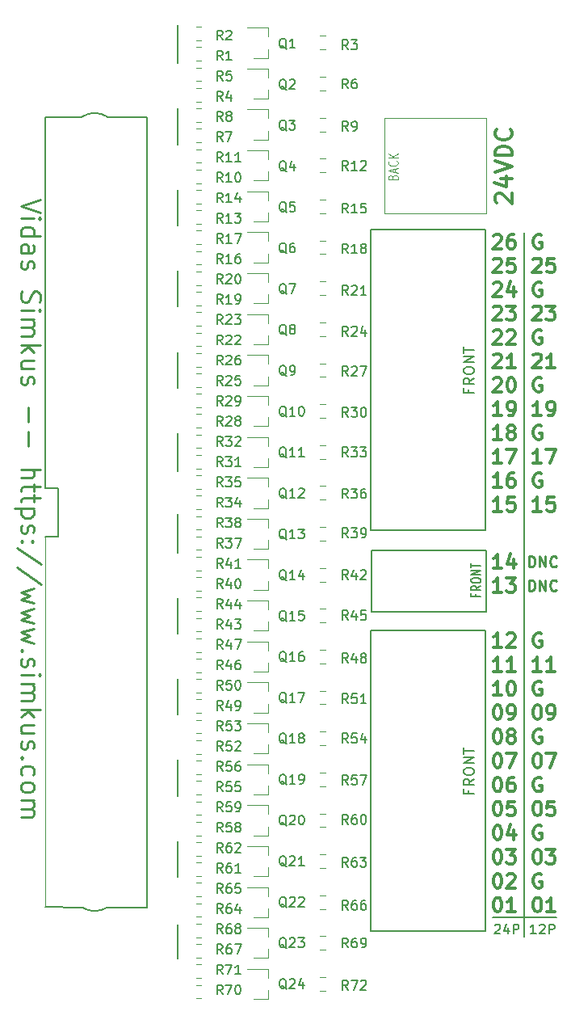
<source format=gto>
G04 #@! TF.GenerationSoftware,KiCad,Pcbnew,5.0.2-bee76a0~70~ubuntu18.04.1*
G04 #@! TF.CreationDate,2019-06-17T19:26:50-05:00*
G04 #@! TF.ProjectId,ADAPTER_BOARD,41444150-5445-4525-9f42-4f4152442e6b,rev?*
G04 #@! TF.SameCoordinates,Original*
G04 #@! TF.FileFunction,Legend,Top*
G04 #@! TF.FilePolarity,Positive*
%FSLAX46Y46*%
G04 Gerber Fmt 4.6, Leading zero omitted, Abs format (unit mm)*
G04 Created by KiCad (PCBNEW 5.0.2-bee76a0~70~ubuntu18.04.1) date Mon 17 Jun 2019 07:26:50 PM CDT*
%MOMM*%
%LPD*%
G01*
G04 APERTURE LIST*
%ADD10C,0.200000*%
%ADD11C,0.250000*%
%ADD12C,0.300000*%
%ADD13C,0.275000*%
%ADD14C,0.100000*%
%ADD15C,0.150000*%
%ADD16C,0.120000*%
G04 APERTURE END LIST*
D10*
X136750000Y-33750000D02*
X136750000Y-29750000D01*
X136750000Y-42250000D02*
X136750000Y-38500000D01*
X136750000Y-50750000D02*
X136750000Y-47000000D01*
X136750000Y-59250000D02*
X136750000Y-55500000D01*
X136750000Y-67750000D02*
X136750000Y-64000000D01*
X136750000Y-76500000D02*
X136750000Y-72500000D01*
X136750000Y-85000000D02*
X136750000Y-81000000D01*
X136750000Y-93500000D02*
X136750000Y-89750000D01*
X136750000Y-102000000D02*
X136750000Y-98250000D01*
X136750000Y-115250000D02*
X136750000Y-115750000D01*
X136750000Y-110500000D02*
X136750000Y-106750000D01*
X136750000Y-119000000D02*
X136750000Y-115500000D01*
X136750000Y-127500000D02*
X136750000Y-124000000D01*
X173100000Y-122750000D02*
X173100000Y-125250000D01*
X174309523Y-124952380D02*
X173738095Y-124952380D01*
X174023809Y-124952380D02*
X174023809Y-123952380D01*
X173928571Y-124095238D01*
X173833333Y-124190476D01*
X173738095Y-124238095D01*
X174690476Y-124047619D02*
X174738095Y-124000000D01*
X174833333Y-123952380D01*
X175071428Y-123952380D01*
X175166666Y-124000000D01*
X175214285Y-124047619D01*
X175261904Y-124142857D01*
X175261904Y-124238095D01*
X175214285Y-124380952D01*
X174642857Y-124952380D01*
X175261904Y-124952380D01*
X175690476Y-124952380D02*
X175690476Y-123952380D01*
X176071428Y-123952380D01*
X176166666Y-124000000D01*
X176214285Y-124047619D01*
X176261904Y-124142857D01*
X176261904Y-124285714D01*
X176214285Y-124380952D01*
X176166666Y-124428571D01*
X176071428Y-124476190D01*
X175690476Y-124476190D01*
X169988095Y-124047619D02*
X170035714Y-124000000D01*
X170130952Y-123952380D01*
X170369047Y-123952380D01*
X170464285Y-124000000D01*
X170511904Y-124047619D01*
X170559523Y-124142857D01*
X170559523Y-124238095D01*
X170511904Y-124380952D01*
X169940476Y-124952380D01*
X170559523Y-124952380D01*
X171416666Y-124285714D02*
X171416666Y-124952380D01*
X171178571Y-123904761D02*
X170940476Y-124619047D01*
X171559523Y-124619047D01*
X171940476Y-124952380D02*
X171940476Y-123952380D01*
X172321428Y-123952380D01*
X172416666Y-124000000D01*
X172464285Y-124047619D01*
X172511904Y-124142857D01*
X172511904Y-124285714D01*
X172464285Y-124380952D01*
X172416666Y-124428571D01*
X172321428Y-124476190D01*
X171940476Y-124476190D01*
X169750000Y-123250000D02*
X176500000Y-123250000D01*
D11*
X122345238Y-48023809D02*
X120345238Y-48690476D01*
X122345238Y-49357142D01*
X120345238Y-50023809D02*
X121678571Y-50023809D01*
X122345238Y-50023809D02*
X122250000Y-49928571D01*
X122154761Y-50023809D01*
X122250000Y-50119047D01*
X122345238Y-50023809D01*
X122154761Y-50023809D01*
X120345238Y-51833333D02*
X122345238Y-51833333D01*
X120440476Y-51833333D02*
X120345238Y-51642857D01*
X120345238Y-51261904D01*
X120440476Y-51071428D01*
X120535714Y-50976190D01*
X120726190Y-50880952D01*
X121297619Y-50880952D01*
X121488095Y-50976190D01*
X121583333Y-51071428D01*
X121678571Y-51261904D01*
X121678571Y-51642857D01*
X121583333Y-51833333D01*
X120345238Y-53642857D02*
X121392857Y-53642857D01*
X121583333Y-53547619D01*
X121678571Y-53357142D01*
X121678571Y-52976190D01*
X121583333Y-52785714D01*
X120440476Y-53642857D02*
X120345238Y-53452380D01*
X120345238Y-52976190D01*
X120440476Y-52785714D01*
X120630952Y-52690476D01*
X120821428Y-52690476D01*
X121011904Y-52785714D01*
X121107142Y-52976190D01*
X121107142Y-53452380D01*
X121202380Y-53642857D01*
X120440476Y-54500000D02*
X120345238Y-54690476D01*
X120345238Y-55071428D01*
X120440476Y-55261904D01*
X120630952Y-55357142D01*
X120726190Y-55357142D01*
X120916666Y-55261904D01*
X121011904Y-55071428D01*
X121011904Y-54785714D01*
X121107142Y-54595238D01*
X121297619Y-54500000D01*
X121392857Y-54500000D01*
X121583333Y-54595238D01*
X121678571Y-54785714D01*
X121678571Y-55071428D01*
X121583333Y-55261904D01*
X120440476Y-57642857D02*
X120345238Y-57928571D01*
X120345238Y-58404761D01*
X120440476Y-58595238D01*
X120535714Y-58690476D01*
X120726190Y-58785714D01*
X120916666Y-58785714D01*
X121107142Y-58690476D01*
X121202380Y-58595238D01*
X121297619Y-58404761D01*
X121392857Y-58023809D01*
X121488095Y-57833333D01*
X121583333Y-57738095D01*
X121773809Y-57642857D01*
X121964285Y-57642857D01*
X122154761Y-57738095D01*
X122250000Y-57833333D01*
X122345238Y-58023809D01*
X122345238Y-58500000D01*
X122250000Y-58785714D01*
X120345238Y-59642857D02*
X121678571Y-59642857D01*
X122345238Y-59642857D02*
X122250000Y-59547619D01*
X122154761Y-59642857D01*
X122250000Y-59738095D01*
X122345238Y-59642857D01*
X122154761Y-59642857D01*
X120345238Y-60595238D02*
X121678571Y-60595238D01*
X121488095Y-60595238D02*
X121583333Y-60690476D01*
X121678571Y-60880952D01*
X121678571Y-61166666D01*
X121583333Y-61357142D01*
X121392857Y-61452380D01*
X120345238Y-61452380D01*
X121392857Y-61452380D02*
X121583333Y-61547619D01*
X121678571Y-61738095D01*
X121678571Y-62023809D01*
X121583333Y-62214285D01*
X121392857Y-62309523D01*
X120345238Y-62309523D01*
X120345238Y-63261904D02*
X122345238Y-63261904D01*
X121107142Y-63452380D02*
X120345238Y-64023809D01*
X121678571Y-64023809D02*
X120916666Y-63261904D01*
X121678571Y-65738095D02*
X120345238Y-65738095D01*
X121678571Y-64880952D02*
X120630952Y-64880952D01*
X120440476Y-64976190D01*
X120345238Y-65166666D01*
X120345238Y-65452380D01*
X120440476Y-65642857D01*
X120535714Y-65738095D01*
X120440476Y-66595238D02*
X120345238Y-66785714D01*
X120345238Y-67166666D01*
X120440476Y-67357142D01*
X120630952Y-67452380D01*
X120726190Y-67452380D01*
X120916666Y-67357142D01*
X121011904Y-67166666D01*
X121011904Y-66880952D01*
X121107142Y-66690476D01*
X121297619Y-66595238D01*
X121392857Y-66595238D01*
X121583333Y-66690476D01*
X121678571Y-66880952D01*
X121678571Y-67166666D01*
X121583333Y-67357142D01*
X121107142Y-69833333D02*
X121107142Y-71357142D01*
X121107142Y-72309523D02*
X121107142Y-73833333D01*
X120345238Y-76309523D02*
X122345238Y-76309523D01*
X120345238Y-77166666D02*
X121392857Y-77166666D01*
X121583333Y-77071428D01*
X121678571Y-76880952D01*
X121678571Y-76595238D01*
X121583333Y-76404761D01*
X121488095Y-76309523D01*
X121678571Y-77833333D02*
X121678571Y-78595238D01*
X122345238Y-78119047D02*
X120630952Y-78119047D01*
X120440476Y-78214285D01*
X120345238Y-78404761D01*
X120345238Y-78595238D01*
X121678571Y-78976190D02*
X121678571Y-79738095D01*
X122345238Y-79261904D02*
X120630952Y-79261904D01*
X120440476Y-79357142D01*
X120345238Y-79547619D01*
X120345238Y-79738095D01*
X121678571Y-80404761D02*
X119678571Y-80404761D01*
X121583333Y-80404761D02*
X121678571Y-80595238D01*
X121678571Y-80976190D01*
X121583333Y-81166666D01*
X121488095Y-81261904D01*
X121297619Y-81357142D01*
X120726190Y-81357142D01*
X120535714Y-81261904D01*
X120440476Y-81166666D01*
X120345238Y-80976190D01*
X120345238Y-80595238D01*
X120440476Y-80404761D01*
X120440476Y-82119047D02*
X120345238Y-82309523D01*
X120345238Y-82690476D01*
X120440476Y-82880952D01*
X120630952Y-82976190D01*
X120726190Y-82976190D01*
X120916666Y-82880952D01*
X121011904Y-82690476D01*
X121011904Y-82404761D01*
X121107142Y-82214285D01*
X121297619Y-82119047D01*
X121392857Y-82119047D01*
X121583333Y-82214285D01*
X121678571Y-82404761D01*
X121678571Y-82690476D01*
X121583333Y-82880952D01*
X120535714Y-83833333D02*
X120440476Y-83928571D01*
X120345238Y-83833333D01*
X120440476Y-83738095D01*
X120535714Y-83833333D01*
X120345238Y-83833333D01*
X121583333Y-83833333D02*
X121488095Y-83928571D01*
X121392857Y-83833333D01*
X121488095Y-83738095D01*
X121583333Y-83833333D01*
X121392857Y-83833333D01*
X122440476Y-86214285D02*
X119869047Y-84500000D01*
X122440476Y-88309523D02*
X119869047Y-86595238D01*
X121678571Y-88785714D02*
X120345238Y-89166666D01*
X121297619Y-89547619D01*
X120345238Y-89928571D01*
X121678571Y-90309523D01*
X121678571Y-90880952D02*
X120345238Y-91261904D01*
X121297619Y-91642857D01*
X120345238Y-92023809D01*
X121678571Y-92404761D01*
X121678571Y-92976190D02*
X120345238Y-93357142D01*
X121297619Y-93738095D01*
X120345238Y-94119047D01*
X121678571Y-94500000D01*
X120535714Y-95261904D02*
X120440476Y-95357142D01*
X120345238Y-95261904D01*
X120440476Y-95166666D01*
X120535714Y-95261904D01*
X120345238Y-95261904D01*
X120440476Y-96119047D02*
X120345238Y-96309523D01*
X120345238Y-96690476D01*
X120440476Y-96880952D01*
X120630952Y-96976190D01*
X120726190Y-96976190D01*
X120916666Y-96880952D01*
X121011904Y-96690476D01*
X121011904Y-96404761D01*
X121107142Y-96214285D01*
X121297619Y-96119047D01*
X121392857Y-96119047D01*
X121583333Y-96214285D01*
X121678571Y-96404761D01*
X121678571Y-96690476D01*
X121583333Y-96880952D01*
X120345238Y-97833333D02*
X121678571Y-97833333D01*
X122345238Y-97833333D02*
X122250000Y-97738095D01*
X122154761Y-97833333D01*
X122250000Y-97928571D01*
X122345238Y-97833333D01*
X122154761Y-97833333D01*
X120345238Y-98785714D02*
X121678571Y-98785714D01*
X121488095Y-98785714D02*
X121583333Y-98880952D01*
X121678571Y-99071428D01*
X121678571Y-99357142D01*
X121583333Y-99547619D01*
X121392857Y-99642857D01*
X120345238Y-99642857D01*
X121392857Y-99642857D02*
X121583333Y-99738095D01*
X121678571Y-99928571D01*
X121678571Y-100214285D01*
X121583333Y-100404761D01*
X121392857Y-100500000D01*
X120345238Y-100500000D01*
X120345238Y-101452380D02*
X122345238Y-101452380D01*
X121107142Y-101642857D02*
X120345238Y-102214285D01*
X121678571Y-102214285D02*
X120916666Y-101452380D01*
X121678571Y-103928571D02*
X120345238Y-103928571D01*
X121678571Y-103071428D02*
X120630952Y-103071428D01*
X120440476Y-103166666D01*
X120345238Y-103357142D01*
X120345238Y-103642857D01*
X120440476Y-103833333D01*
X120535714Y-103928571D01*
X120440476Y-104785714D02*
X120345238Y-104976190D01*
X120345238Y-105357142D01*
X120440476Y-105547619D01*
X120630952Y-105642857D01*
X120726190Y-105642857D01*
X120916666Y-105547619D01*
X121011904Y-105357142D01*
X121011904Y-105071428D01*
X121107142Y-104880952D01*
X121297619Y-104785714D01*
X121392857Y-104785714D01*
X121583333Y-104880952D01*
X121678571Y-105071428D01*
X121678571Y-105357142D01*
X121583333Y-105547619D01*
X120535714Y-106500000D02*
X120440476Y-106595238D01*
X120345238Y-106500000D01*
X120440476Y-106404761D01*
X120535714Y-106500000D01*
X120345238Y-106500000D01*
X120440476Y-108309523D02*
X120345238Y-108119047D01*
X120345238Y-107738095D01*
X120440476Y-107547619D01*
X120535714Y-107452380D01*
X120726190Y-107357142D01*
X121297619Y-107357142D01*
X121488095Y-107452380D01*
X121583333Y-107547619D01*
X121678571Y-107738095D01*
X121678571Y-108119047D01*
X121583333Y-108309523D01*
X120345238Y-109452380D02*
X120440476Y-109261904D01*
X120535714Y-109166666D01*
X120726190Y-109071428D01*
X121297619Y-109071428D01*
X121488095Y-109166666D01*
X121583333Y-109261904D01*
X121678571Y-109452380D01*
X121678571Y-109738095D01*
X121583333Y-109928571D01*
X121488095Y-110023809D01*
X121297619Y-110119047D01*
X120726190Y-110119047D01*
X120535714Y-110023809D01*
X120440476Y-109928571D01*
X120345238Y-109738095D01*
X120345238Y-109452380D01*
X120345238Y-110976190D02*
X121678571Y-110976190D01*
X121488095Y-110976190D02*
X121583333Y-111071428D01*
X121678571Y-111261904D01*
X121678571Y-111547619D01*
X121583333Y-111738095D01*
X121392857Y-111833333D01*
X120345238Y-111833333D01*
X121392857Y-111833333D02*
X121583333Y-111928571D01*
X121678571Y-112119047D01*
X121678571Y-112404761D01*
X121583333Y-112595238D01*
X121392857Y-112690476D01*
X120345238Y-112690476D01*
D12*
X170208333Y-48333333D02*
X170125000Y-48250000D01*
X170041666Y-48083333D01*
X170041666Y-47666666D01*
X170125000Y-47500000D01*
X170208333Y-47416666D01*
X170375000Y-47333333D01*
X170541666Y-47333333D01*
X170791666Y-47416666D01*
X171791666Y-48416666D01*
X171791666Y-47333333D01*
X170625000Y-45833333D02*
X171791666Y-45833333D01*
X169958333Y-46250000D02*
X171208333Y-46666666D01*
X171208333Y-45583333D01*
X170041666Y-45166666D02*
X171791666Y-44583333D01*
X170041666Y-44000000D01*
X171791666Y-43416666D02*
X170041666Y-43416666D01*
X170041666Y-43000000D01*
X170125000Y-42750000D01*
X170291666Y-42583333D01*
X170458333Y-42500000D01*
X170791666Y-42416666D01*
X171041666Y-42416666D01*
X171375000Y-42500000D01*
X171541666Y-42583333D01*
X171708333Y-42750000D01*
X171791666Y-43000000D01*
X171791666Y-43416666D01*
X171625000Y-40666666D02*
X171708333Y-40750000D01*
X171791666Y-41000000D01*
X171791666Y-41166666D01*
X171708333Y-41416666D01*
X171541666Y-41583333D01*
X171375000Y-41666666D01*
X171041666Y-41750000D01*
X170791666Y-41750000D01*
X170458333Y-41666666D01*
X170291666Y-41583333D01*
X170125000Y-41416666D01*
X170041666Y-41166666D01*
X170041666Y-41000000D01*
X170125000Y-40750000D01*
X170208333Y-40666666D01*
D13*
X173585714Y-88997619D02*
X173585714Y-87897619D01*
X173847619Y-87897619D01*
X174004761Y-87950000D01*
X174109523Y-88054761D01*
X174161904Y-88159523D01*
X174214285Y-88369047D01*
X174214285Y-88526190D01*
X174161904Y-88735714D01*
X174109523Y-88840476D01*
X174004761Y-88945238D01*
X173847619Y-88997619D01*
X173585714Y-88997619D01*
X174685714Y-88997619D02*
X174685714Y-87897619D01*
X175314285Y-88997619D01*
X175314285Y-87897619D01*
X176466666Y-88892857D02*
X176414285Y-88945238D01*
X176257142Y-88997619D01*
X176152380Y-88997619D01*
X175995238Y-88945238D01*
X175890476Y-88840476D01*
X175838095Y-88735714D01*
X175785714Y-88526190D01*
X175785714Y-88369047D01*
X175838095Y-88159523D01*
X175890476Y-88054761D01*
X175995238Y-87950000D01*
X176152380Y-87897619D01*
X176257142Y-87897619D01*
X176414285Y-87950000D01*
X176466666Y-88002380D01*
X173585714Y-86497619D02*
X173585714Y-85397619D01*
X173847619Y-85397619D01*
X174004761Y-85450000D01*
X174109523Y-85554761D01*
X174161904Y-85659523D01*
X174214285Y-85869047D01*
X174214285Y-86026190D01*
X174161904Y-86235714D01*
X174109523Y-86340476D01*
X174004761Y-86445238D01*
X173847619Y-86497619D01*
X173585714Y-86497619D01*
X174685714Y-86497619D02*
X174685714Y-85397619D01*
X175314285Y-86497619D01*
X175314285Y-85397619D01*
X176466666Y-86392857D02*
X176414285Y-86445238D01*
X176257142Y-86497619D01*
X176152380Y-86497619D01*
X175995238Y-86445238D01*
X175890476Y-86340476D01*
X175838095Y-86235714D01*
X175785714Y-86026190D01*
X175785714Y-85869047D01*
X175838095Y-85659523D01*
X175890476Y-85554761D01*
X175995238Y-85450000D01*
X176152380Y-85397619D01*
X176257142Y-85397619D01*
X176414285Y-85450000D01*
X176466666Y-85502380D01*
D12*
X174892857Y-76750000D02*
X174750000Y-76678571D01*
X174535714Y-76678571D01*
X174321428Y-76750000D01*
X174178571Y-76892857D01*
X174107142Y-77035714D01*
X174035714Y-77321428D01*
X174035714Y-77535714D01*
X174107142Y-77821428D01*
X174178571Y-77964285D01*
X174321428Y-78107142D01*
X174535714Y-78178571D01*
X174678571Y-78178571D01*
X174892857Y-78107142D01*
X174964285Y-78035714D01*
X174964285Y-77535714D01*
X174678571Y-77535714D01*
X174035713Y-59321428D02*
X174107142Y-59250000D01*
X174249999Y-59178571D01*
X174607142Y-59178571D01*
X174749999Y-59250000D01*
X174821428Y-59321428D01*
X174892856Y-59464285D01*
X174892856Y-59607142D01*
X174821428Y-59821428D01*
X173964285Y-60678571D01*
X174892856Y-60678571D01*
X175392856Y-59178571D02*
X176321428Y-59178571D01*
X175821428Y-59750000D01*
X176035713Y-59750000D01*
X176178571Y-59821428D01*
X176249999Y-59892857D01*
X176321428Y-60035714D01*
X176321428Y-60392857D01*
X176249999Y-60535714D01*
X176178571Y-60607142D01*
X176035713Y-60678571D01*
X175607142Y-60678571D01*
X175464285Y-60607142D01*
X175392856Y-60535714D01*
X174035713Y-54321428D02*
X174107142Y-54250000D01*
X174249999Y-54178571D01*
X174607142Y-54178571D01*
X174749999Y-54250000D01*
X174821428Y-54321428D01*
X174892856Y-54464285D01*
X174892856Y-54607142D01*
X174821428Y-54821428D01*
X173964285Y-55678571D01*
X174892856Y-55678571D01*
X176249999Y-54178571D02*
X175535713Y-54178571D01*
X175464285Y-54892857D01*
X175535713Y-54821428D01*
X175678571Y-54750000D01*
X176035713Y-54750000D01*
X176178571Y-54821428D01*
X176249999Y-54892857D01*
X176321428Y-55035714D01*
X176321428Y-55392857D01*
X176249999Y-55535714D01*
X176178571Y-55607142D01*
X176035713Y-55678571D01*
X175678571Y-55678571D01*
X175535713Y-55607142D01*
X175464285Y-55535714D01*
X174892857Y-71750000D02*
X174750000Y-71678571D01*
X174535714Y-71678571D01*
X174321428Y-71750000D01*
X174178571Y-71892857D01*
X174107142Y-72035714D01*
X174035714Y-72321428D01*
X174035714Y-72535714D01*
X174107142Y-72821428D01*
X174178571Y-72964285D01*
X174321428Y-73107142D01*
X174535714Y-73178571D01*
X174678571Y-73178571D01*
X174892857Y-73107142D01*
X174964285Y-73035714D01*
X174964285Y-72535714D01*
X174678571Y-72535714D01*
X174892856Y-70678571D02*
X174035713Y-70678571D01*
X174464285Y-70678571D02*
X174464285Y-69178571D01*
X174321428Y-69392857D01*
X174178571Y-69535714D01*
X174035713Y-69607142D01*
X175607142Y-70678571D02*
X175892856Y-70678571D01*
X176035713Y-70607142D01*
X176107142Y-70535714D01*
X176249999Y-70321428D01*
X176321428Y-70035714D01*
X176321428Y-69464285D01*
X176249999Y-69321428D01*
X176178571Y-69250000D01*
X176035713Y-69178571D01*
X175749999Y-69178571D01*
X175607142Y-69250000D01*
X175535713Y-69321428D01*
X175464285Y-69464285D01*
X175464285Y-69821428D01*
X175535713Y-69964285D01*
X175607142Y-70035714D01*
X175749999Y-70107142D01*
X176035713Y-70107142D01*
X176178571Y-70035714D01*
X176249999Y-69964285D01*
X176321428Y-69821428D01*
X174892856Y-80678571D02*
X174035713Y-80678571D01*
X174464285Y-80678571D02*
X174464285Y-79178571D01*
X174321428Y-79392857D01*
X174178571Y-79535714D01*
X174035713Y-79607142D01*
X176249999Y-79178571D02*
X175535713Y-79178571D01*
X175464285Y-79892857D01*
X175535713Y-79821428D01*
X175678571Y-79750000D01*
X176035713Y-79750000D01*
X176178571Y-79821428D01*
X176249999Y-79892857D01*
X176321428Y-80035714D01*
X176321428Y-80392857D01*
X176249999Y-80535714D01*
X176178571Y-80607142D01*
X176035713Y-80678571D01*
X175678571Y-80678571D01*
X175535713Y-80607142D01*
X175464285Y-80535714D01*
X174892856Y-75678571D02*
X174035713Y-75678571D01*
X174464285Y-75678571D02*
X174464285Y-74178571D01*
X174321428Y-74392857D01*
X174178571Y-74535714D01*
X174035713Y-74607142D01*
X175392856Y-74178571D02*
X176392856Y-74178571D01*
X175749999Y-75678571D01*
X174892857Y-66750000D02*
X174750000Y-66678571D01*
X174535714Y-66678571D01*
X174321428Y-66750000D01*
X174178571Y-66892857D01*
X174107142Y-67035714D01*
X174035714Y-67321428D01*
X174035714Y-67535714D01*
X174107142Y-67821428D01*
X174178571Y-67964285D01*
X174321428Y-68107142D01*
X174535714Y-68178571D01*
X174678571Y-68178571D01*
X174892857Y-68107142D01*
X174964285Y-68035714D01*
X174964285Y-67535714D01*
X174678571Y-67535714D01*
X174892857Y-61750000D02*
X174750000Y-61678571D01*
X174535714Y-61678571D01*
X174321428Y-61750000D01*
X174178571Y-61892857D01*
X174107142Y-62035714D01*
X174035714Y-62321428D01*
X174035714Y-62535714D01*
X174107142Y-62821428D01*
X174178571Y-62964285D01*
X174321428Y-63107142D01*
X174535714Y-63178571D01*
X174678571Y-63178571D01*
X174892857Y-63107142D01*
X174964285Y-63035714D01*
X174964285Y-62535714D01*
X174678571Y-62535714D01*
X174035713Y-64321428D02*
X174107142Y-64250000D01*
X174249999Y-64178571D01*
X174607142Y-64178571D01*
X174749999Y-64250000D01*
X174821428Y-64321428D01*
X174892856Y-64464285D01*
X174892856Y-64607142D01*
X174821428Y-64821428D01*
X173964285Y-65678571D01*
X174892856Y-65678571D01*
X176321428Y-65678571D02*
X175464285Y-65678571D01*
X175892856Y-65678571D02*
X175892856Y-64178571D01*
X175749999Y-64392857D01*
X175607142Y-64535714D01*
X175464285Y-64607142D01*
X174892857Y-56750000D02*
X174750000Y-56678571D01*
X174535714Y-56678571D01*
X174321428Y-56750000D01*
X174178571Y-56892857D01*
X174107142Y-57035714D01*
X174035714Y-57321428D01*
X174035714Y-57535714D01*
X174107142Y-57821428D01*
X174178571Y-57964285D01*
X174321428Y-58107142D01*
X174535714Y-58178571D01*
X174678571Y-58178571D01*
X174892857Y-58107142D01*
X174964285Y-58035714D01*
X174964285Y-57535714D01*
X174678571Y-57535714D01*
X174892857Y-51750000D02*
X174750000Y-51678571D01*
X174535714Y-51678571D01*
X174321428Y-51750000D01*
X174178571Y-51892857D01*
X174107142Y-52035714D01*
X174035714Y-52321428D01*
X174035714Y-52535714D01*
X174107142Y-52821428D01*
X174178571Y-52964285D01*
X174321428Y-53107142D01*
X174535714Y-53178571D01*
X174678571Y-53178571D01*
X174892857Y-53107142D01*
X174964285Y-53035714D01*
X174964285Y-52535714D01*
X174678571Y-52535714D01*
X174892856Y-97449025D02*
X174035713Y-97449025D01*
X174464285Y-97449025D02*
X174464285Y-95949025D01*
X174321428Y-96163311D01*
X174178571Y-96306168D01*
X174035713Y-96377596D01*
X176321428Y-97449025D02*
X175464285Y-97449025D01*
X175892856Y-97449025D02*
X175892856Y-95949025D01*
X175749999Y-96163311D01*
X175607142Y-96306168D01*
X175464285Y-96377596D01*
X174892857Y-93500000D02*
X174750000Y-93428571D01*
X174535714Y-93428571D01*
X174321428Y-93500000D01*
X174178571Y-93642857D01*
X174107142Y-93785714D01*
X174035714Y-94071428D01*
X174035714Y-94285714D01*
X174107142Y-94571428D01*
X174178571Y-94714285D01*
X174321428Y-94857142D01*
X174535714Y-94928571D01*
X174678571Y-94928571D01*
X174892857Y-94857142D01*
X174964285Y-94785714D01*
X174964285Y-94285714D01*
X174678571Y-94285714D01*
X174892857Y-98540908D02*
X174750000Y-98469479D01*
X174535714Y-98469479D01*
X174321428Y-98540908D01*
X174178571Y-98683765D01*
X174107142Y-98826622D01*
X174035714Y-99112336D01*
X174035714Y-99326622D01*
X174107142Y-99612336D01*
X174178571Y-99755193D01*
X174321428Y-99898050D01*
X174535714Y-99969479D01*
X174678571Y-99969479D01*
X174892857Y-99898050D01*
X174964285Y-99826622D01*
X174964285Y-99326622D01*
X174678571Y-99326622D01*
X174392856Y-100989933D02*
X174535713Y-100989933D01*
X174678571Y-101061362D01*
X174749999Y-101132790D01*
X174821428Y-101275647D01*
X174892856Y-101561362D01*
X174892856Y-101918504D01*
X174821428Y-102204219D01*
X174749999Y-102347076D01*
X174678571Y-102418504D01*
X174535713Y-102489933D01*
X174392856Y-102489933D01*
X174249999Y-102418504D01*
X174178571Y-102347076D01*
X174107142Y-102204219D01*
X174035713Y-101918504D01*
X174035713Y-101561362D01*
X174107142Y-101275647D01*
X174178571Y-101132790D01*
X174249999Y-101061362D01*
X174392856Y-100989933D01*
X175607142Y-102489933D02*
X175892856Y-102489933D01*
X176035713Y-102418504D01*
X176107142Y-102347076D01*
X176249999Y-102132790D01*
X176321428Y-101847076D01*
X176321428Y-101275647D01*
X176249999Y-101132790D01*
X176178571Y-101061362D01*
X176035713Y-100989933D01*
X175749999Y-100989933D01*
X175607142Y-101061362D01*
X175535713Y-101132790D01*
X175464285Y-101275647D01*
X175464285Y-101632790D01*
X175535713Y-101775647D01*
X175607142Y-101847076D01*
X175749999Y-101918504D01*
X176035713Y-101918504D01*
X176178571Y-101847076D01*
X176249999Y-101775647D01*
X176321428Y-101632790D01*
X174392856Y-106030841D02*
X174535713Y-106030841D01*
X174678571Y-106102270D01*
X174749999Y-106173698D01*
X174821428Y-106316555D01*
X174892856Y-106602270D01*
X174892856Y-106959412D01*
X174821428Y-107245127D01*
X174749999Y-107387984D01*
X174678571Y-107459412D01*
X174535713Y-107530841D01*
X174392856Y-107530841D01*
X174249999Y-107459412D01*
X174178571Y-107387984D01*
X174107142Y-107245127D01*
X174035713Y-106959412D01*
X174035713Y-106602270D01*
X174107142Y-106316555D01*
X174178571Y-106173698D01*
X174249999Y-106102270D01*
X174392856Y-106030841D01*
X175392856Y-106030841D02*
X176392856Y-106030841D01*
X175749999Y-107530841D01*
X174892857Y-103581816D02*
X174750000Y-103510387D01*
X174535714Y-103510387D01*
X174321428Y-103581816D01*
X174178571Y-103724673D01*
X174107142Y-103867530D01*
X174035714Y-104153244D01*
X174035714Y-104367530D01*
X174107142Y-104653244D01*
X174178571Y-104796101D01*
X174321428Y-104938958D01*
X174535714Y-105010387D01*
X174678571Y-105010387D01*
X174892857Y-104938958D01*
X174964285Y-104867530D01*
X174964285Y-104367530D01*
X174678571Y-104367530D01*
X174892857Y-108622724D02*
X174750000Y-108551295D01*
X174535714Y-108551295D01*
X174321428Y-108622724D01*
X174178571Y-108765581D01*
X174107142Y-108908438D01*
X174035714Y-109194152D01*
X174035714Y-109408438D01*
X174107142Y-109694152D01*
X174178571Y-109837009D01*
X174321428Y-109979866D01*
X174535714Y-110051295D01*
X174678571Y-110051295D01*
X174892857Y-109979866D01*
X174964285Y-109908438D01*
X174964285Y-109408438D01*
X174678571Y-109408438D01*
X174392856Y-111071749D02*
X174535713Y-111071749D01*
X174678571Y-111143178D01*
X174749999Y-111214606D01*
X174821428Y-111357463D01*
X174892856Y-111643178D01*
X174892856Y-112000320D01*
X174821428Y-112286035D01*
X174749999Y-112428892D01*
X174678571Y-112500320D01*
X174535713Y-112571749D01*
X174392856Y-112571749D01*
X174249999Y-112500320D01*
X174178571Y-112428892D01*
X174107142Y-112286035D01*
X174035713Y-112000320D01*
X174035713Y-111643178D01*
X174107142Y-111357463D01*
X174178571Y-111214606D01*
X174249999Y-111143178D01*
X174392856Y-111071749D01*
X176249999Y-111071749D02*
X175535713Y-111071749D01*
X175464285Y-111786035D01*
X175535713Y-111714606D01*
X175678571Y-111643178D01*
X176035713Y-111643178D01*
X176178571Y-111714606D01*
X176249999Y-111786035D01*
X176321428Y-111928892D01*
X176321428Y-112286035D01*
X176249999Y-112428892D01*
X176178571Y-112500320D01*
X176035713Y-112571749D01*
X175678571Y-112571749D01*
X175535713Y-112500320D01*
X175464285Y-112428892D01*
X174892857Y-113663632D02*
X174750000Y-113592203D01*
X174535714Y-113592203D01*
X174321428Y-113663632D01*
X174178571Y-113806489D01*
X174107142Y-113949346D01*
X174035714Y-114235060D01*
X174035714Y-114449346D01*
X174107142Y-114735060D01*
X174178571Y-114877917D01*
X174321428Y-115020774D01*
X174535714Y-115092203D01*
X174678571Y-115092203D01*
X174892857Y-115020774D01*
X174964285Y-114949346D01*
X174964285Y-114449346D01*
X174678571Y-114449346D01*
X174392856Y-116112657D02*
X174535713Y-116112657D01*
X174678571Y-116184086D01*
X174749999Y-116255514D01*
X174821428Y-116398371D01*
X174892856Y-116684086D01*
X174892856Y-117041228D01*
X174821428Y-117326943D01*
X174749999Y-117469800D01*
X174678571Y-117541228D01*
X174535713Y-117612657D01*
X174392856Y-117612657D01*
X174249999Y-117541228D01*
X174178571Y-117469800D01*
X174107142Y-117326943D01*
X174035713Y-117041228D01*
X174035713Y-116684086D01*
X174107142Y-116398371D01*
X174178571Y-116255514D01*
X174249999Y-116184086D01*
X174392856Y-116112657D01*
X175392856Y-116112657D02*
X176321428Y-116112657D01*
X175821428Y-116684086D01*
X176035713Y-116684086D01*
X176178571Y-116755514D01*
X176249999Y-116826943D01*
X176321428Y-116969800D01*
X176321428Y-117326943D01*
X176249999Y-117469800D01*
X176178571Y-117541228D01*
X176035713Y-117612657D01*
X175607142Y-117612657D01*
X175464285Y-117541228D01*
X175392856Y-117469800D01*
X174892857Y-118704540D02*
X174750000Y-118633111D01*
X174535714Y-118633111D01*
X174321428Y-118704540D01*
X174178571Y-118847397D01*
X174107142Y-118990254D01*
X174035714Y-119275968D01*
X174035714Y-119490254D01*
X174107142Y-119775968D01*
X174178571Y-119918825D01*
X174321428Y-120061682D01*
X174535714Y-120133111D01*
X174678571Y-120133111D01*
X174892857Y-120061682D01*
X174964285Y-119990254D01*
X174964285Y-119490254D01*
X174678571Y-119490254D01*
X174392856Y-121153565D02*
X174535713Y-121153565D01*
X174678571Y-121224994D01*
X174749999Y-121296422D01*
X174821428Y-121439279D01*
X174892856Y-121724994D01*
X174892856Y-122082136D01*
X174821428Y-122367851D01*
X174749999Y-122510708D01*
X174678571Y-122582136D01*
X174535713Y-122653565D01*
X174392856Y-122653565D01*
X174249999Y-122582136D01*
X174178571Y-122510708D01*
X174107142Y-122367851D01*
X174035713Y-122082136D01*
X174035713Y-121724994D01*
X174107142Y-121439279D01*
X174178571Y-121296422D01*
X174249999Y-121224994D01*
X174392856Y-121153565D01*
X176321428Y-122653565D02*
X175464285Y-122653565D01*
X175892856Y-122653565D02*
X175892856Y-121153565D01*
X175749999Y-121367851D01*
X175607142Y-121510708D01*
X175464285Y-121582136D01*
D10*
X173100000Y-51500000D02*
X173100000Y-122750000D01*
D12*
X169857142Y-51821428D02*
X169928571Y-51750000D01*
X170071428Y-51678571D01*
X170428571Y-51678571D01*
X170571428Y-51750000D01*
X170642857Y-51821428D01*
X170714285Y-51964285D01*
X170714285Y-52107142D01*
X170642857Y-52321428D01*
X169785714Y-53178571D01*
X170714285Y-53178571D01*
X172000000Y-51678571D02*
X171714285Y-51678571D01*
X171571428Y-51750000D01*
X171500000Y-51821428D01*
X171357142Y-52035714D01*
X171285714Y-52321428D01*
X171285714Y-52892857D01*
X171357142Y-53035714D01*
X171428571Y-53107142D01*
X171571428Y-53178571D01*
X171857142Y-53178571D01*
X172000000Y-53107142D01*
X172071428Y-53035714D01*
X172142857Y-52892857D01*
X172142857Y-52535714D01*
X172071428Y-52392857D01*
X172000000Y-52321428D01*
X171857142Y-52250000D01*
X171571428Y-52250000D01*
X171428571Y-52321428D01*
X171357142Y-52392857D01*
X171285714Y-52535714D01*
X169857142Y-54321428D02*
X169928571Y-54250000D01*
X170071428Y-54178571D01*
X170428571Y-54178571D01*
X170571428Y-54250000D01*
X170642857Y-54321428D01*
X170714285Y-54464285D01*
X170714285Y-54607142D01*
X170642857Y-54821428D01*
X169785714Y-55678571D01*
X170714285Y-55678571D01*
X172071428Y-54178571D02*
X171357142Y-54178571D01*
X171285714Y-54892857D01*
X171357142Y-54821428D01*
X171500000Y-54750000D01*
X171857142Y-54750000D01*
X172000000Y-54821428D01*
X172071428Y-54892857D01*
X172142857Y-55035714D01*
X172142857Y-55392857D01*
X172071428Y-55535714D01*
X172000000Y-55607142D01*
X171857142Y-55678571D01*
X171500000Y-55678571D01*
X171357142Y-55607142D01*
X171285714Y-55535714D01*
X169857142Y-56821428D02*
X169928571Y-56750000D01*
X170071428Y-56678571D01*
X170428571Y-56678571D01*
X170571428Y-56750000D01*
X170642857Y-56821428D01*
X170714285Y-56964285D01*
X170714285Y-57107142D01*
X170642857Y-57321428D01*
X169785714Y-58178571D01*
X170714285Y-58178571D01*
X172000000Y-57178571D02*
X172000000Y-58178571D01*
X171642857Y-56607142D02*
X171285714Y-57678571D01*
X172214285Y-57678571D01*
X169857142Y-59321428D02*
X169928571Y-59250000D01*
X170071428Y-59178571D01*
X170428571Y-59178571D01*
X170571428Y-59250000D01*
X170642857Y-59321428D01*
X170714285Y-59464285D01*
X170714285Y-59607142D01*
X170642857Y-59821428D01*
X169785714Y-60678571D01*
X170714285Y-60678571D01*
X171214285Y-59178571D02*
X172142857Y-59178571D01*
X171642857Y-59750000D01*
X171857142Y-59750000D01*
X172000000Y-59821428D01*
X172071428Y-59892857D01*
X172142857Y-60035714D01*
X172142857Y-60392857D01*
X172071428Y-60535714D01*
X172000000Y-60607142D01*
X171857142Y-60678571D01*
X171428571Y-60678571D01*
X171285714Y-60607142D01*
X171214285Y-60535714D01*
X169857142Y-61821428D02*
X169928571Y-61750000D01*
X170071428Y-61678571D01*
X170428571Y-61678571D01*
X170571428Y-61750000D01*
X170642857Y-61821428D01*
X170714285Y-61964285D01*
X170714285Y-62107142D01*
X170642857Y-62321428D01*
X169785714Y-63178571D01*
X170714285Y-63178571D01*
X171285714Y-61821428D02*
X171357142Y-61750000D01*
X171500000Y-61678571D01*
X171857142Y-61678571D01*
X172000000Y-61750000D01*
X172071428Y-61821428D01*
X172142857Y-61964285D01*
X172142857Y-62107142D01*
X172071428Y-62321428D01*
X171214285Y-63178571D01*
X172142857Y-63178571D01*
X169857142Y-64321428D02*
X169928571Y-64250000D01*
X170071428Y-64178571D01*
X170428571Y-64178571D01*
X170571428Y-64250000D01*
X170642857Y-64321428D01*
X170714285Y-64464285D01*
X170714285Y-64607142D01*
X170642857Y-64821428D01*
X169785714Y-65678571D01*
X170714285Y-65678571D01*
X172142857Y-65678571D02*
X171285714Y-65678571D01*
X171714285Y-65678571D02*
X171714285Y-64178571D01*
X171571428Y-64392857D01*
X171428571Y-64535714D01*
X171285714Y-64607142D01*
X169857142Y-66821428D02*
X169928571Y-66750000D01*
X170071428Y-66678571D01*
X170428571Y-66678571D01*
X170571428Y-66750000D01*
X170642857Y-66821428D01*
X170714285Y-66964285D01*
X170714285Y-67107142D01*
X170642857Y-67321428D01*
X169785714Y-68178571D01*
X170714285Y-68178571D01*
X171642857Y-66678571D02*
X171785714Y-66678571D01*
X171928571Y-66750000D01*
X172000000Y-66821428D01*
X172071428Y-66964285D01*
X172142857Y-67250000D01*
X172142857Y-67607142D01*
X172071428Y-67892857D01*
X172000000Y-68035714D01*
X171928571Y-68107142D01*
X171785714Y-68178571D01*
X171642857Y-68178571D01*
X171500000Y-68107142D01*
X171428571Y-68035714D01*
X171357142Y-67892857D01*
X171285714Y-67607142D01*
X171285714Y-67250000D01*
X171357142Y-66964285D01*
X171428571Y-66821428D01*
X171500000Y-66750000D01*
X171642857Y-66678571D01*
X170714285Y-70678571D02*
X169857142Y-70678571D01*
X170285714Y-70678571D02*
X170285714Y-69178571D01*
X170142857Y-69392857D01*
X170000000Y-69535714D01*
X169857142Y-69607142D01*
X171428571Y-70678571D02*
X171714285Y-70678571D01*
X171857142Y-70607142D01*
X171928571Y-70535714D01*
X172071428Y-70321428D01*
X172142857Y-70035714D01*
X172142857Y-69464285D01*
X172071428Y-69321428D01*
X172000000Y-69250000D01*
X171857142Y-69178571D01*
X171571428Y-69178571D01*
X171428571Y-69250000D01*
X171357142Y-69321428D01*
X171285714Y-69464285D01*
X171285714Y-69821428D01*
X171357142Y-69964285D01*
X171428571Y-70035714D01*
X171571428Y-70107142D01*
X171857142Y-70107142D01*
X172000000Y-70035714D01*
X172071428Y-69964285D01*
X172142857Y-69821428D01*
X170714285Y-73178571D02*
X169857142Y-73178571D01*
X170285714Y-73178571D02*
X170285714Y-71678571D01*
X170142857Y-71892857D01*
X170000000Y-72035714D01*
X169857142Y-72107142D01*
X171571428Y-72321428D02*
X171428571Y-72250000D01*
X171357142Y-72178571D01*
X171285714Y-72035714D01*
X171285714Y-71964285D01*
X171357142Y-71821428D01*
X171428571Y-71750000D01*
X171571428Y-71678571D01*
X171857142Y-71678571D01*
X172000000Y-71750000D01*
X172071428Y-71821428D01*
X172142857Y-71964285D01*
X172142857Y-72035714D01*
X172071428Y-72178571D01*
X172000000Y-72250000D01*
X171857142Y-72321428D01*
X171571428Y-72321428D01*
X171428571Y-72392857D01*
X171357142Y-72464285D01*
X171285714Y-72607142D01*
X171285714Y-72892857D01*
X171357142Y-73035714D01*
X171428571Y-73107142D01*
X171571428Y-73178571D01*
X171857142Y-73178571D01*
X172000000Y-73107142D01*
X172071428Y-73035714D01*
X172142857Y-72892857D01*
X172142857Y-72607142D01*
X172071428Y-72464285D01*
X172000000Y-72392857D01*
X171857142Y-72321428D01*
X170714285Y-75678571D02*
X169857142Y-75678571D01*
X170285714Y-75678571D02*
X170285714Y-74178571D01*
X170142857Y-74392857D01*
X170000000Y-74535714D01*
X169857142Y-74607142D01*
X171214285Y-74178571D02*
X172214285Y-74178571D01*
X171571428Y-75678571D01*
X170714285Y-78178571D02*
X169857142Y-78178571D01*
X170285714Y-78178571D02*
X170285714Y-76678571D01*
X170142857Y-76892857D01*
X170000000Y-77035714D01*
X169857142Y-77107142D01*
X172000000Y-76678571D02*
X171714285Y-76678571D01*
X171571428Y-76750000D01*
X171500000Y-76821428D01*
X171357142Y-77035714D01*
X171285714Y-77321428D01*
X171285714Y-77892857D01*
X171357142Y-78035714D01*
X171428571Y-78107142D01*
X171571428Y-78178571D01*
X171857142Y-78178571D01*
X172000000Y-78107142D01*
X172071428Y-78035714D01*
X172142857Y-77892857D01*
X172142857Y-77535714D01*
X172071428Y-77392857D01*
X172000000Y-77321428D01*
X171857142Y-77250000D01*
X171571428Y-77250000D01*
X171428571Y-77321428D01*
X171357142Y-77392857D01*
X171285714Y-77535714D01*
X170714285Y-80678571D02*
X169857142Y-80678571D01*
X170285714Y-80678571D02*
X170285714Y-79178571D01*
X170142857Y-79392857D01*
X170000000Y-79535714D01*
X169857142Y-79607142D01*
X172071428Y-79178571D02*
X171357142Y-79178571D01*
X171285714Y-79892857D01*
X171357142Y-79821428D01*
X171500000Y-79750000D01*
X171857142Y-79750000D01*
X172000000Y-79821428D01*
X172071428Y-79892857D01*
X172142857Y-80035714D01*
X172142857Y-80392857D01*
X172071428Y-80535714D01*
X172000000Y-80607142D01*
X171857142Y-80678571D01*
X171500000Y-80678571D01*
X171357142Y-80607142D01*
X171285714Y-80535714D01*
X170714285Y-86678571D02*
X169857142Y-86678571D01*
X170285714Y-86678571D02*
X170285714Y-85178571D01*
X170142857Y-85392857D01*
X170000000Y-85535714D01*
X169857142Y-85607142D01*
X172000000Y-85678571D02*
X172000000Y-86678571D01*
X171642857Y-85107142D02*
X171285714Y-86178571D01*
X172214285Y-86178571D01*
X170714285Y-89178571D02*
X169857142Y-89178571D01*
X170285714Y-89178571D02*
X170285714Y-87678571D01*
X170142857Y-87892857D01*
X170000000Y-88035714D01*
X169857142Y-88107142D01*
X171214285Y-87678571D02*
X172142857Y-87678571D01*
X171642857Y-88250000D01*
X171857142Y-88250000D01*
X172000000Y-88321428D01*
X172071428Y-88392857D01*
X172142857Y-88535714D01*
X172142857Y-88892857D01*
X172071428Y-89035714D01*
X172000000Y-89107142D01*
X171857142Y-89178571D01*
X171428571Y-89178571D01*
X171285714Y-89107142D01*
X171214285Y-89035714D01*
X170714285Y-94928571D02*
X169857142Y-94928571D01*
X170285714Y-94928571D02*
X170285714Y-93428571D01*
X170142857Y-93642857D01*
X170000000Y-93785714D01*
X169857142Y-93857142D01*
X171285714Y-93571428D02*
X171357142Y-93500000D01*
X171500000Y-93428571D01*
X171857142Y-93428571D01*
X172000000Y-93500000D01*
X172071428Y-93571428D01*
X172142857Y-93714285D01*
X172142857Y-93857142D01*
X172071428Y-94071428D01*
X171214285Y-94928571D01*
X172142857Y-94928571D01*
X170714285Y-97449025D02*
X169857142Y-97449025D01*
X170285714Y-97449025D02*
X170285714Y-95949025D01*
X170142857Y-96163311D01*
X170000000Y-96306168D01*
X169857142Y-96377596D01*
X172142857Y-97449025D02*
X171285714Y-97449025D01*
X171714285Y-97449025D02*
X171714285Y-95949025D01*
X171571428Y-96163311D01*
X171428571Y-96306168D01*
X171285714Y-96377596D01*
X170714285Y-99969479D02*
X169857142Y-99969479D01*
X170285714Y-99969479D02*
X170285714Y-98469479D01*
X170142857Y-98683765D01*
X170000000Y-98826622D01*
X169857142Y-98898050D01*
X171642857Y-98469479D02*
X171785714Y-98469479D01*
X171928571Y-98540908D01*
X172000000Y-98612336D01*
X172071428Y-98755193D01*
X172142857Y-99040908D01*
X172142857Y-99398050D01*
X172071428Y-99683765D01*
X172000000Y-99826622D01*
X171928571Y-99898050D01*
X171785714Y-99969479D01*
X171642857Y-99969479D01*
X171500000Y-99898050D01*
X171428571Y-99826622D01*
X171357142Y-99683765D01*
X171285714Y-99398050D01*
X171285714Y-99040908D01*
X171357142Y-98755193D01*
X171428571Y-98612336D01*
X171500000Y-98540908D01*
X171642857Y-98469479D01*
X170214285Y-100989933D02*
X170357142Y-100989933D01*
X170500000Y-101061362D01*
X170571428Y-101132790D01*
X170642857Y-101275647D01*
X170714285Y-101561362D01*
X170714285Y-101918504D01*
X170642857Y-102204219D01*
X170571428Y-102347076D01*
X170500000Y-102418504D01*
X170357142Y-102489933D01*
X170214285Y-102489933D01*
X170071428Y-102418504D01*
X170000000Y-102347076D01*
X169928571Y-102204219D01*
X169857142Y-101918504D01*
X169857142Y-101561362D01*
X169928571Y-101275647D01*
X170000000Y-101132790D01*
X170071428Y-101061362D01*
X170214285Y-100989933D01*
X171428571Y-102489933D02*
X171714285Y-102489933D01*
X171857142Y-102418504D01*
X171928571Y-102347076D01*
X172071428Y-102132790D01*
X172142857Y-101847076D01*
X172142857Y-101275647D01*
X172071428Y-101132790D01*
X172000000Y-101061362D01*
X171857142Y-100989933D01*
X171571428Y-100989933D01*
X171428571Y-101061362D01*
X171357142Y-101132790D01*
X171285714Y-101275647D01*
X171285714Y-101632790D01*
X171357142Y-101775647D01*
X171428571Y-101847076D01*
X171571428Y-101918504D01*
X171857142Y-101918504D01*
X172000000Y-101847076D01*
X172071428Y-101775647D01*
X172142857Y-101632790D01*
X170214285Y-103510387D02*
X170357142Y-103510387D01*
X170500000Y-103581816D01*
X170571428Y-103653244D01*
X170642857Y-103796101D01*
X170714285Y-104081816D01*
X170714285Y-104438958D01*
X170642857Y-104724673D01*
X170571428Y-104867530D01*
X170500000Y-104938958D01*
X170357142Y-105010387D01*
X170214285Y-105010387D01*
X170071428Y-104938958D01*
X170000000Y-104867530D01*
X169928571Y-104724673D01*
X169857142Y-104438958D01*
X169857142Y-104081816D01*
X169928571Y-103796101D01*
X170000000Y-103653244D01*
X170071428Y-103581816D01*
X170214285Y-103510387D01*
X171571428Y-104153244D02*
X171428571Y-104081816D01*
X171357142Y-104010387D01*
X171285714Y-103867530D01*
X171285714Y-103796101D01*
X171357142Y-103653244D01*
X171428571Y-103581816D01*
X171571428Y-103510387D01*
X171857142Y-103510387D01*
X172000000Y-103581816D01*
X172071428Y-103653244D01*
X172142857Y-103796101D01*
X172142857Y-103867530D01*
X172071428Y-104010387D01*
X172000000Y-104081816D01*
X171857142Y-104153244D01*
X171571428Y-104153244D01*
X171428571Y-104224673D01*
X171357142Y-104296101D01*
X171285714Y-104438958D01*
X171285714Y-104724673D01*
X171357142Y-104867530D01*
X171428571Y-104938958D01*
X171571428Y-105010387D01*
X171857142Y-105010387D01*
X172000000Y-104938958D01*
X172071428Y-104867530D01*
X172142857Y-104724673D01*
X172142857Y-104438958D01*
X172071428Y-104296101D01*
X172000000Y-104224673D01*
X171857142Y-104153244D01*
X170214285Y-106030841D02*
X170357142Y-106030841D01*
X170500000Y-106102270D01*
X170571428Y-106173698D01*
X170642857Y-106316555D01*
X170714285Y-106602270D01*
X170714285Y-106959412D01*
X170642857Y-107245127D01*
X170571428Y-107387984D01*
X170500000Y-107459412D01*
X170357142Y-107530841D01*
X170214285Y-107530841D01*
X170071428Y-107459412D01*
X170000000Y-107387984D01*
X169928571Y-107245127D01*
X169857142Y-106959412D01*
X169857142Y-106602270D01*
X169928571Y-106316555D01*
X170000000Y-106173698D01*
X170071428Y-106102270D01*
X170214285Y-106030841D01*
X171214285Y-106030841D02*
X172214285Y-106030841D01*
X171571428Y-107530841D01*
X170214285Y-108551295D02*
X170357142Y-108551295D01*
X170500000Y-108622724D01*
X170571428Y-108694152D01*
X170642857Y-108837009D01*
X170714285Y-109122724D01*
X170714285Y-109479866D01*
X170642857Y-109765581D01*
X170571428Y-109908438D01*
X170500000Y-109979866D01*
X170357142Y-110051295D01*
X170214285Y-110051295D01*
X170071428Y-109979866D01*
X170000000Y-109908438D01*
X169928571Y-109765581D01*
X169857142Y-109479866D01*
X169857142Y-109122724D01*
X169928571Y-108837009D01*
X170000000Y-108694152D01*
X170071428Y-108622724D01*
X170214285Y-108551295D01*
X172000000Y-108551295D02*
X171714285Y-108551295D01*
X171571428Y-108622724D01*
X171500000Y-108694152D01*
X171357142Y-108908438D01*
X171285714Y-109194152D01*
X171285714Y-109765581D01*
X171357142Y-109908438D01*
X171428571Y-109979866D01*
X171571428Y-110051295D01*
X171857142Y-110051295D01*
X172000000Y-109979866D01*
X172071428Y-109908438D01*
X172142857Y-109765581D01*
X172142857Y-109408438D01*
X172071428Y-109265581D01*
X172000000Y-109194152D01*
X171857142Y-109122724D01*
X171571428Y-109122724D01*
X171428571Y-109194152D01*
X171357142Y-109265581D01*
X171285714Y-109408438D01*
X170214285Y-111071749D02*
X170357142Y-111071749D01*
X170500000Y-111143178D01*
X170571428Y-111214606D01*
X170642857Y-111357463D01*
X170714285Y-111643178D01*
X170714285Y-112000320D01*
X170642857Y-112286035D01*
X170571428Y-112428892D01*
X170500000Y-112500320D01*
X170357142Y-112571749D01*
X170214285Y-112571749D01*
X170071428Y-112500320D01*
X170000000Y-112428892D01*
X169928571Y-112286035D01*
X169857142Y-112000320D01*
X169857142Y-111643178D01*
X169928571Y-111357463D01*
X170000000Y-111214606D01*
X170071428Y-111143178D01*
X170214285Y-111071749D01*
X172071428Y-111071749D02*
X171357142Y-111071749D01*
X171285714Y-111786035D01*
X171357142Y-111714606D01*
X171500000Y-111643178D01*
X171857142Y-111643178D01*
X172000000Y-111714606D01*
X172071428Y-111786035D01*
X172142857Y-111928892D01*
X172142857Y-112286035D01*
X172071428Y-112428892D01*
X172000000Y-112500320D01*
X171857142Y-112571749D01*
X171500000Y-112571749D01*
X171357142Y-112500320D01*
X171285714Y-112428892D01*
X170214285Y-113592203D02*
X170357142Y-113592203D01*
X170500000Y-113663632D01*
X170571428Y-113735060D01*
X170642857Y-113877917D01*
X170714285Y-114163632D01*
X170714285Y-114520774D01*
X170642857Y-114806489D01*
X170571428Y-114949346D01*
X170500000Y-115020774D01*
X170357142Y-115092203D01*
X170214285Y-115092203D01*
X170071428Y-115020774D01*
X170000000Y-114949346D01*
X169928571Y-114806489D01*
X169857142Y-114520774D01*
X169857142Y-114163632D01*
X169928571Y-113877917D01*
X170000000Y-113735060D01*
X170071428Y-113663632D01*
X170214285Y-113592203D01*
X172000000Y-114092203D02*
X172000000Y-115092203D01*
X171642857Y-113520774D02*
X171285714Y-114592203D01*
X172214285Y-114592203D01*
X170214285Y-116112657D02*
X170357142Y-116112657D01*
X170500000Y-116184086D01*
X170571428Y-116255514D01*
X170642857Y-116398371D01*
X170714285Y-116684086D01*
X170714285Y-117041228D01*
X170642857Y-117326943D01*
X170571428Y-117469800D01*
X170500000Y-117541228D01*
X170357142Y-117612657D01*
X170214285Y-117612657D01*
X170071428Y-117541228D01*
X170000000Y-117469800D01*
X169928571Y-117326943D01*
X169857142Y-117041228D01*
X169857142Y-116684086D01*
X169928571Y-116398371D01*
X170000000Y-116255514D01*
X170071428Y-116184086D01*
X170214285Y-116112657D01*
X171214285Y-116112657D02*
X172142857Y-116112657D01*
X171642857Y-116684086D01*
X171857142Y-116684086D01*
X172000000Y-116755514D01*
X172071428Y-116826943D01*
X172142857Y-116969800D01*
X172142857Y-117326943D01*
X172071428Y-117469800D01*
X172000000Y-117541228D01*
X171857142Y-117612657D01*
X171428571Y-117612657D01*
X171285714Y-117541228D01*
X171214285Y-117469800D01*
X170214285Y-118633111D02*
X170357142Y-118633111D01*
X170500000Y-118704540D01*
X170571428Y-118775968D01*
X170642857Y-118918825D01*
X170714285Y-119204540D01*
X170714285Y-119561682D01*
X170642857Y-119847397D01*
X170571428Y-119990254D01*
X170500000Y-120061682D01*
X170357142Y-120133111D01*
X170214285Y-120133111D01*
X170071428Y-120061682D01*
X170000000Y-119990254D01*
X169928571Y-119847397D01*
X169857142Y-119561682D01*
X169857142Y-119204540D01*
X169928571Y-118918825D01*
X170000000Y-118775968D01*
X170071428Y-118704540D01*
X170214285Y-118633111D01*
X171285714Y-118775968D02*
X171357142Y-118704540D01*
X171500000Y-118633111D01*
X171857142Y-118633111D01*
X172000000Y-118704540D01*
X172071428Y-118775968D01*
X172142857Y-118918825D01*
X172142857Y-119061682D01*
X172071428Y-119275968D01*
X171214285Y-120133111D01*
X172142857Y-120133111D01*
X170214285Y-121153565D02*
X170357142Y-121153565D01*
X170500000Y-121224994D01*
X170571428Y-121296422D01*
X170642857Y-121439279D01*
X170714285Y-121724994D01*
X170714285Y-122082136D01*
X170642857Y-122367851D01*
X170571428Y-122510708D01*
X170500000Y-122582136D01*
X170357142Y-122653565D01*
X170214285Y-122653565D01*
X170071428Y-122582136D01*
X170000000Y-122510708D01*
X169928571Y-122367851D01*
X169857142Y-122082136D01*
X169857142Y-121724994D01*
X169928571Y-121439279D01*
X170000000Y-121296422D01*
X170071428Y-121224994D01*
X170214285Y-121153565D01*
X172142857Y-122653565D02*
X171285714Y-122653565D01*
X171714285Y-122653565D02*
X171714285Y-121153565D01*
X171571428Y-121367851D01*
X171428571Y-121510708D01*
X171285714Y-121582136D01*
D14*
G04 #@! TO.C,VDC1*
X169090000Y-49480000D02*
X158390000Y-49480000D01*
X169090000Y-49480000D02*
X169090000Y-39480000D01*
X169090000Y-39480000D02*
X158390000Y-39480000D01*
X158390000Y-49480000D02*
X158390000Y-39480000D01*
D15*
G04 #@! TO.C,PLC1-2*
X169020000Y-51200000D02*
X157020000Y-51200000D01*
X169020000Y-82700000D02*
X169020000Y-51200000D01*
X157020000Y-82700000D02*
X157020000Y-51200000D01*
X169020000Y-82700000D02*
X157020000Y-82700000D01*
G04 #@! TO.C,PLC13-2*
X169020000Y-93200000D02*
X157020000Y-93200000D01*
X169020000Y-124700000D02*
X169020000Y-93200000D01*
X157020000Y-124700000D02*
X157020000Y-93200000D01*
X169020000Y-124700000D02*
X157020000Y-124700000D01*
G04 #@! TO.C,PLC1*
X169070000Y-91250000D02*
X157070000Y-91250000D01*
X169070000Y-91250000D02*
X169070000Y-84750000D01*
X169070000Y-84750000D02*
X157070000Y-84750000D01*
X157070000Y-91250000D02*
X157070000Y-84750000D01*
G04 #@! TO.C,BOARD1*
X122850000Y-78240000D02*
X124250000Y-78240000D01*
X124250000Y-83320000D02*
X122850000Y-83320000D01*
X122850000Y-39359145D02*
X122850000Y-78240000D01*
X124250000Y-78240000D02*
X124250000Y-83320000D01*
X129373114Y-122172006D02*
X133550000Y-122180855D01*
D14*
X122850000Y-83320000D02*
X122850000Y-122159146D01*
D15*
X126697074Y-39367430D02*
X122900000Y-39359145D01*
X133550000Y-39380854D02*
X129409901Y-39372067D01*
X122900000Y-122159146D02*
X126719844Y-122167471D01*
X126698288Y-39366627D02*
G75*
G02X129409901Y-39372067I1351712J-2043373D01*
G01*
X129374212Y-122171301D02*
G75*
G02X126719844Y-122167471I-1324212J2061301D01*
G01*
X133550000Y-122180855D02*
X133550000Y-39380854D01*
D16*
G04 #@! TO.C,Q1*
X146210000Y-33180000D02*
X144750000Y-33180000D01*
X146210000Y-30020000D02*
X144050000Y-30020000D01*
X146210000Y-30020000D02*
X146210000Y-30950000D01*
X146210000Y-33180000D02*
X146210000Y-32250000D01*
G04 #@! TO.C,Q2*
X146210000Y-37466956D02*
X146210000Y-36536956D01*
X146210000Y-34306956D02*
X146210000Y-35236956D01*
X146210000Y-34306956D02*
X144050000Y-34306956D01*
X146210000Y-37466956D02*
X144750000Y-37466956D01*
G04 #@! TO.C,Q3*
X146210000Y-41753912D02*
X146210000Y-40823912D01*
X146210000Y-38593912D02*
X146210000Y-39523912D01*
X146210000Y-38593912D02*
X144050000Y-38593912D01*
X146210000Y-41753912D02*
X144750000Y-41753912D01*
G04 #@! TO.C,Q4*
X146210000Y-46040868D02*
X146210000Y-45110868D01*
X146210000Y-42880868D02*
X146210000Y-43810868D01*
X146210000Y-42880868D02*
X144050000Y-42880868D01*
X146210000Y-46040868D02*
X144750000Y-46040868D01*
G04 #@! TO.C,Q5*
X146210000Y-50327824D02*
X144750000Y-50327824D01*
X146210000Y-47167824D02*
X144050000Y-47167824D01*
X146210000Y-47167824D02*
X146210000Y-48097824D01*
X146210000Y-50327824D02*
X146210000Y-49397824D01*
G04 #@! TO.C,Q6*
X146210000Y-54614780D02*
X144750000Y-54614780D01*
X146210000Y-51454780D02*
X144050000Y-51454780D01*
X146210000Y-51454780D02*
X146210000Y-52384780D01*
X146210000Y-54614780D02*
X146210000Y-53684780D01*
G04 #@! TO.C,Q7*
X146210000Y-58901736D02*
X146210000Y-57971736D01*
X146210000Y-55741736D02*
X146210000Y-56671736D01*
X146210000Y-55741736D02*
X144050000Y-55741736D01*
X146210000Y-58901736D02*
X144750000Y-58901736D01*
G04 #@! TO.C,Q8*
X146210000Y-63188692D02*
X146210000Y-62258692D01*
X146210000Y-60028692D02*
X146210000Y-60958692D01*
X146210000Y-60028692D02*
X144050000Y-60028692D01*
X146210000Y-63188692D02*
X144750000Y-63188692D01*
G04 #@! TO.C,Q9*
X146210000Y-67475648D02*
X146210000Y-66545648D01*
X146210000Y-64315648D02*
X146210000Y-65245648D01*
X146210000Y-64315648D02*
X144050000Y-64315648D01*
X146210000Y-67475648D02*
X144750000Y-67475648D01*
G04 #@! TO.C,Q10*
X146210000Y-71762604D02*
X144750000Y-71762604D01*
X146210000Y-68602604D02*
X144050000Y-68602604D01*
X146210000Y-68602604D02*
X146210000Y-69532604D01*
X146210000Y-71762604D02*
X146210000Y-70832604D01*
G04 #@! TO.C,Q11*
X146210000Y-76049560D02*
X144750000Y-76049560D01*
X146210000Y-72889560D02*
X144050000Y-72889560D01*
X146210000Y-72889560D02*
X146210000Y-73819560D01*
X146210000Y-76049560D02*
X146210000Y-75119560D01*
G04 #@! TO.C,Q12*
X146210000Y-80336516D02*
X146210000Y-79406516D01*
X146210000Y-77176516D02*
X146210000Y-78106516D01*
X146210000Y-77176516D02*
X144050000Y-77176516D01*
X146210000Y-80336516D02*
X144750000Y-80336516D01*
G04 #@! TO.C,Q13*
X146210000Y-84623472D02*
X144750000Y-84623472D01*
X146210000Y-81463472D02*
X144050000Y-81463472D01*
X146210000Y-81463472D02*
X146210000Y-82393472D01*
X146210000Y-84623472D02*
X146210000Y-83693472D01*
G04 #@! TO.C,Q14*
X146210000Y-88910428D02*
X144750000Y-88910428D01*
X146210000Y-85750428D02*
X144050000Y-85750428D01*
X146210000Y-85750428D02*
X146210000Y-86680428D01*
X146210000Y-88910428D02*
X146210000Y-87980428D01*
G04 #@! TO.C,Q15*
X146210000Y-93197384D02*
X144750000Y-93197384D01*
X146210000Y-90037384D02*
X144050000Y-90037384D01*
X146210000Y-90037384D02*
X146210000Y-90967384D01*
X146210000Y-93197384D02*
X146210000Y-92267384D01*
G04 #@! TO.C,Q16*
X146210000Y-97484340D02*
X144750000Y-97484340D01*
X146210000Y-94324340D02*
X144050000Y-94324340D01*
X146210000Y-94324340D02*
X146210000Y-95254340D01*
X146210000Y-97484340D02*
X146210000Y-96554340D01*
G04 #@! TO.C,Q17*
X146210000Y-101771296D02*
X146210000Y-100841296D01*
X146210000Y-98611296D02*
X146210000Y-99541296D01*
X146210000Y-98611296D02*
X144050000Y-98611296D01*
X146210000Y-101771296D02*
X144750000Y-101771296D01*
G04 #@! TO.C,Q18*
X146210000Y-106058252D02*
X146210000Y-105128252D01*
X146210000Y-102898252D02*
X146210000Y-103828252D01*
X146210000Y-102898252D02*
X144050000Y-102898252D01*
X146210000Y-106058252D02*
X144750000Y-106058252D01*
G04 #@! TO.C,Q19*
X146210000Y-110345208D02*
X146210000Y-109415208D01*
X146210000Y-107185208D02*
X146210000Y-108115208D01*
X146210000Y-107185208D02*
X144050000Y-107185208D01*
X146210000Y-110345208D02*
X144750000Y-110345208D01*
G04 #@! TO.C,Q20*
X146210000Y-114632164D02*
X144750000Y-114632164D01*
X146210000Y-111472164D02*
X144050000Y-111472164D01*
X146210000Y-111472164D02*
X146210000Y-112402164D01*
X146210000Y-114632164D02*
X146210000Y-113702164D01*
G04 #@! TO.C,Q21*
X146210000Y-118919120D02*
X146210000Y-117989120D01*
X146210000Y-115759120D02*
X146210000Y-116689120D01*
X146210000Y-115759120D02*
X144050000Y-115759120D01*
X146210000Y-118919120D02*
X144750000Y-118919120D01*
G04 #@! TO.C,Q22*
X146210000Y-123206076D02*
X146210000Y-122276076D01*
X146210000Y-120046076D02*
X146210000Y-120976076D01*
X146210000Y-120046076D02*
X144050000Y-120046076D01*
X146210000Y-123206076D02*
X144750000Y-123206076D01*
G04 #@! TO.C,Q23*
X146210000Y-127493032D02*
X144750000Y-127493032D01*
X146210000Y-124333032D02*
X144050000Y-124333032D01*
X146210000Y-124333032D02*
X146210000Y-125263032D01*
X146210000Y-127493032D02*
X146210000Y-126563032D01*
G04 #@! TO.C,Q24*
X146210000Y-131780000D02*
X144750000Y-131780000D01*
X146210000Y-128620000D02*
X144050000Y-128620000D01*
X146210000Y-128620000D02*
X146210000Y-129550000D01*
X146210000Y-131780000D02*
X146210000Y-130850000D01*
G04 #@! TO.C,R1*
X138691422Y-32075106D02*
X139208578Y-32075106D01*
X138691422Y-33495106D02*
X139208578Y-33495106D01*
G04 #@! TO.C,R2*
X139208578Y-29940000D02*
X138691422Y-29940000D01*
X139208578Y-31360000D02*
X138691422Y-31360000D01*
G04 #@! TO.C,R3*
X152208578Y-32310000D02*
X151691422Y-32310000D01*
X152208578Y-30890000D02*
X151691422Y-30890000D01*
G04 #@! TO.C,R4*
X138691422Y-36345318D02*
X139208578Y-36345318D01*
X138691422Y-37765318D02*
X139208578Y-37765318D01*
G04 #@! TO.C,R5*
X139208578Y-35630212D02*
X138691422Y-35630212D01*
X139208578Y-34210212D02*
X138691422Y-34210212D01*
G04 #@! TO.C,R6*
X152208578Y-35176956D02*
X151691422Y-35176956D01*
X152208578Y-36596956D02*
X151691422Y-36596956D01*
G04 #@! TO.C,R7*
X138691422Y-42035530D02*
X139208578Y-42035530D01*
X138691422Y-40615530D02*
X139208578Y-40615530D01*
G04 #@! TO.C,R8*
X139208578Y-39900424D02*
X138691422Y-39900424D01*
X139208578Y-38480424D02*
X138691422Y-38480424D01*
G04 #@! TO.C,R9*
X152208578Y-40883912D02*
X151691422Y-40883912D01*
X152208578Y-39463912D02*
X151691422Y-39463912D01*
G04 #@! TO.C,R10*
X138691422Y-46305742D02*
X139208578Y-46305742D01*
X138691422Y-44885742D02*
X139208578Y-44885742D01*
G04 #@! TO.C,R11*
X139208578Y-44170636D02*
X138691422Y-44170636D01*
X139208578Y-42750636D02*
X138691422Y-42750636D01*
G04 #@! TO.C,R12*
X152208578Y-43750868D02*
X151691422Y-43750868D01*
X152208578Y-45170868D02*
X151691422Y-45170868D01*
G04 #@! TO.C,R13*
X138691422Y-49155954D02*
X139208578Y-49155954D01*
X138691422Y-50575954D02*
X139208578Y-50575954D01*
G04 #@! TO.C,R14*
X139208578Y-48440848D02*
X138691422Y-48440848D01*
X139208578Y-47020848D02*
X138691422Y-47020848D01*
G04 #@! TO.C,R15*
X152208578Y-49457824D02*
X151691422Y-49457824D01*
X152208578Y-48037824D02*
X151691422Y-48037824D01*
G04 #@! TO.C,R16*
X138691422Y-53426166D02*
X139208578Y-53426166D01*
X138691422Y-54846166D02*
X139208578Y-54846166D01*
G04 #@! TO.C,R17*
X139208578Y-51291060D02*
X138691422Y-51291060D01*
X139208578Y-52711060D02*
X138691422Y-52711060D01*
G04 #@! TO.C,R18*
X152208578Y-52324780D02*
X151691422Y-52324780D01*
X152208578Y-53744780D02*
X151691422Y-53744780D01*
G04 #@! TO.C,R19*
X138691422Y-59116378D02*
X139208578Y-59116378D01*
X138691422Y-57696378D02*
X139208578Y-57696378D01*
G04 #@! TO.C,R20*
X139208578Y-55561272D02*
X138691422Y-55561272D01*
X139208578Y-56981272D02*
X138691422Y-56981272D01*
G04 #@! TO.C,R21*
X152208578Y-56611736D02*
X151691422Y-56611736D01*
X152208578Y-58031736D02*
X151691422Y-58031736D01*
G04 #@! TO.C,R22*
X138691422Y-61966590D02*
X139208578Y-61966590D01*
X138691422Y-63386590D02*
X139208578Y-63386590D01*
G04 #@! TO.C,R23*
X139208578Y-59831484D02*
X138691422Y-59831484D01*
X139208578Y-61251484D02*
X138691422Y-61251484D01*
G04 #@! TO.C,R24*
X152208578Y-60898692D02*
X151691422Y-60898692D01*
X152208578Y-62318692D02*
X151691422Y-62318692D01*
G04 #@! TO.C,R25*
X138691422Y-66236802D02*
X139208578Y-66236802D01*
X138691422Y-67656802D02*
X139208578Y-67656802D01*
G04 #@! TO.C,R26*
X139208578Y-64101696D02*
X138691422Y-64101696D01*
X139208578Y-65521696D02*
X138691422Y-65521696D01*
G04 #@! TO.C,R27*
X152208578Y-65185648D02*
X151691422Y-65185648D01*
X152208578Y-66605648D02*
X151691422Y-66605648D01*
G04 #@! TO.C,R28*
X138691422Y-70507014D02*
X139208578Y-70507014D01*
X138691422Y-71927014D02*
X139208578Y-71927014D01*
G04 #@! TO.C,R29*
X139208578Y-68371908D02*
X138691422Y-68371908D01*
X139208578Y-69791908D02*
X138691422Y-69791908D01*
G04 #@! TO.C,R30*
X152208578Y-70892604D02*
X151691422Y-70892604D01*
X152208578Y-69472604D02*
X151691422Y-69472604D01*
G04 #@! TO.C,R31*
X138691422Y-74777226D02*
X139208578Y-74777226D01*
X138691422Y-76197226D02*
X139208578Y-76197226D01*
G04 #@! TO.C,R32*
X139208578Y-72642120D02*
X138691422Y-72642120D01*
X139208578Y-74062120D02*
X138691422Y-74062120D01*
G04 #@! TO.C,R33*
X152208578Y-73759560D02*
X151691422Y-73759560D01*
X152208578Y-75179560D02*
X151691422Y-75179560D01*
G04 #@! TO.C,R34*
X138691422Y-79047438D02*
X139208578Y-79047438D01*
X138691422Y-80467438D02*
X139208578Y-80467438D01*
G04 #@! TO.C,R35*
X139208578Y-78332332D02*
X138691422Y-78332332D01*
X139208578Y-76912332D02*
X138691422Y-76912332D01*
G04 #@! TO.C,R36*
X152208578Y-78046516D02*
X151691422Y-78046516D01*
X152208578Y-79466516D02*
X151691422Y-79466516D01*
G04 #@! TO.C,R37*
X138691422Y-84737650D02*
X139208578Y-84737650D01*
X138691422Y-83317650D02*
X139208578Y-83317650D01*
G04 #@! TO.C,R38*
X139208578Y-82602544D02*
X138691422Y-82602544D01*
X139208578Y-81182544D02*
X138691422Y-81182544D01*
G04 #@! TO.C,R39*
X152208578Y-83753472D02*
X151691422Y-83753472D01*
X152208578Y-82333472D02*
X151691422Y-82333472D01*
G04 #@! TO.C,R40*
X138691422Y-87587862D02*
X139208578Y-87587862D01*
X138691422Y-89007862D02*
X139208578Y-89007862D01*
G04 #@! TO.C,R41*
X139208578Y-86872756D02*
X138691422Y-86872756D01*
X139208578Y-85452756D02*
X138691422Y-85452756D01*
G04 #@! TO.C,R42*
X152208578Y-86620428D02*
X151691422Y-86620428D01*
X152208578Y-88040428D02*
X151691422Y-88040428D01*
G04 #@! TO.C,R43*
X138691422Y-93278074D02*
X139208578Y-93278074D01*
X138691422Y-91858074D02*
X139208578Y-91858074D01*
G04 #@! TO.C,R44*
X139208578Y-91142968D02*
X138691422Y-91142968D01*
X139208578Y-89722968D02*
X138691422Y-89722968D01*
G04 #@! TO.C,R45*
X152208578Y-92327384D02*
X151691422Y-92327384D01*
X152208578Y-90907384D02*
X151691422Y-90907384D01*
G04 #@! TO.C,R46*
X138691422Y-96128286D02*
X139208578Y-96128286D01*
X138691422Y-97548286D02*
X139208578Y-97548286D01*
G04 #@! TO.C,R47*
X139208578Y-93993180D02*
X138691422Y-93993180D01*
X139208578Y-95413180D02*
X138691422Y-95413180D01*
G04 #@! TO.C,R48*
X152208578Y-95194340D02*
X151691422Y-95194340D01*
X152208578Y-96614340D02*
X151691422Y-96614340D01*
G04 #@! TO.C,R49*
X138691422Y-101818498D02*
X139208578Y-101818498D01*
X138691422Y-100398498D02*
X139208578Y-100398498D01*
G04 #@! TO.C,R50*
X139208578Y-99683392D02*
X138691422Y-99683392D01*
X139208578Y-98263392D02*
X138691422Y-98263392D01*
G04 #@! TO.C,R51*
X152208578Y-99481296D02*
X151691422Y-99481296D01*
X152208578Y-100901296D02*
X151691422Y-100901296D01*
G04 #@! TO.C,R52*
X138691422Y-104668710D02*
X139208578Y-104668710D01*
X138691422Y-106088710D02*
X139208578Y-106088710D01*
G04 #@! TO.C,R53*
X139208578Y-102533604D02*
X138691422Y-102533604D01*
X139208578Y-103953604D02*
X138691422Y-103953604D01*
G04 #@! TO.C,R54*
X152208578Y-103768252D02*
X151691422Y-103768252D01*
X152208578Y-105188252D02*
X151691422Y-105188252D01*
G04 #@! TO.C,R55*
X138691422Y-110358922D02*
X139208578Y-110358922D01*
X138691422Y-108938922D02*
X139208578Y-108938922D01*
G04 #@! TO.C,R56*
X139208578Y-108223816D02*
X138691422Y-108223816D01*
X139208578Y-106803816D02*
X138691422Y-106803816D01*
G04 #@! TO.C,R57*
X152208578Y-109475208D02*
X151691422Y-109475208D01*
X152208578Y-108055208D02*
X151691422Y-108055208D01*
G04 #@! TO.C,R58*
X138691422Y-113209134D02*
X139208578Y-113209134D01*
X138691422Y-114629134D02*
X139208578Y-114629134D01*
G04 #@! TO.C,R59*
X139208578Y-111074028D02*
X138691422Y-111074028D01*
X139208578Y-112494028D02*
X138691422Y-112494028D01*
G04 #@! TO.C,R60*
X152208578Y-112342164D02*
X151691422Y-112342164D01*
X152208578Y-113762164D02*
X151691422Y-113762164D01*
G04 #@! TO.C,R61*
X138691422Y-118899346D02*
X139208578Y-118899346D01*
X138691422Y-117479346D02*
X139208578Y-117479346D01*
G04 #@! TO.C,R62*
X139208578Y-115344240D02*
X138691422Y-115344240D01*
X139208578Y-116764240D02*
X138691422Y-116764240D01*
G04 #@! TO.C,R63*
X152208578Y-118049120D02*
X151691422Y-118049120D01*
X152208578Y-116629120D02*
X151691422Y-116629120D01*
G04 #@! TO.C,R64*
X138691422Y-121749558D02*
X139208578Y-121749558D01*
X138691422Y-123169558D02*
X139208578Y-123169558D01*
G04 #@! TO.C,R65*
X139208578Y-119614452D02*
X138691422Y-119614452D01*
X139208578Y-121034452D02*
X138691422Y-121034452D01*
G04 #@! TO.C,R66*
X152208578Y-120916076D02*
X151691422Y-120916076D01*
X152208578Y-122336076D02*
X151691422Y-122336076D01*
G04 #@! TO.C,R67*
X138691422Y-127439770D02*
X139208578Y-127439770D01*
X138691422Y-126019770D02*
X139208578Y-126019770D01*
G04 #@! TO.C,R68*
X139208578Y-125304664D02*
X138691422Y-125304664D01*
X139208578Y-123884664D02*
X138691422Y-123884664D01*
G04 #@! TO.C,R69*
X152208578Y-126623032D02*
X151691422Y-126623032D01*
X152208578Y-125203032D02*
X151691422Y-125203032D01*
G04 #@! TO.C,R70*
X138691422Y-130290000D02*
X139208578Y-130290000D01*
X138691422Y-131710000D02*
X139208578Y-131710000D01*
G04 #@! TO.C,R71*
X139208578Y-128154876D02*
X138691422Y-128154876D01*
X139208578Y-129574876D02*
X138691422Y-129574876D01*
G04 #@! TO.C,R72*
X152208578Y-130910000D02*
X151691422Y-130910000D01*
X152208578Y-129490000D02*
X151691422Y-129490000D01*
G04 #@! TO.C,VDC1*
D14*
X159310338Y-45676187D02*
X159357957Y-45561901D01*
X159405576Y-45523806D01*
X159500814Y-45485711D01*
X159643671Y-45485711D01*
X159738909Y-45523806D01*
X159786528Y-45561901D01*
X159834147Y-45638092D01*
X159834147Y-45942853D01*
X158834147Y-45942853D01*
X158834147Y-45676187D01*
X158881767Y-45599996D01*
X158929386Y-45561901D01*
X159024624Y-45523806D01*
X159119862Y-45523806D01*
X159215100Y-45561901D01*
X159262719Y-45599996D01*
X159310338Y-45676187D01*
X159310338Y-45942853D01*
X159548433Y-45180949D02*
X159548433Y-44799996D01*
X159834147Y-45257139D02*
X158834147Y-44990473D01*
X159834147Y-44723806D01*
X159738909Y-43999996D02*
X159786528Y-44038092D01*
X159834147Y-44152377D01*
X159834147Y-44228568D01*
X159786528Y-44342853D01*
X159691290Y-44419044D01*
X159596052Y-44457139D01*
X159405576Y-44495234D01*
X159262719Y-44495234D01*
X159072243Y-44457139D01*
X158977005Y-44419044D01*
X158881767Y-44342853D01*
X158834147Y-44228568D01*
X158834147Y-44152377D01*
X158881767Y-44038092D01*
X158929386Y-43999996D01*
X159834147Y-43657139D02*
X158834147Y-43657139D01*
X159834147Y-43199996D02*
X159262719Y-43542853D01*
X158834147Y-43199996D02*
X159405576Y-43657139D01*
G04 #@! TO.C,PLC1-2*
D15*
X167241428Y-67914285D02*
X167241428Y-68280952D01*
X167817619Y-68280952D02*
X166717619Y-68280952D01*
X166717619Y-67757142D01*
X167817619Y-66709523D02*
X167293809Y-67076190D01*
X167817619Y-67338095D02*
X166717619Y-67338095D01*
X166717619Y-66919047D01*
X166770000Y-66814285D01*
X166822380Y-66761904D01*
X166927142Y-66709523D01*
X167084285Y-66709523D01*
X167189047Y-66761904D01*
X167241428Y-66814285D01*
X167293809Y-66919047D01*
X167293809Y-67338095D01*
X166717619Y-66028571D02*
X166717619Y-65819047D01*
X166770000Y-65714285D01*
X166874761Y-65609523D01*
X167084285Y-65557142D01*
X167450952Y-65557142D01*
X167660476Y-65609523D01*
X167765238Y-65714285D01*
X167817619Y-65819047D01*
X167817619Y-66028571D01*
X167765238Y-66133333D01*
X167660476Y-66238095D01*
X167450952Y-66290476D01*
X167084285Y-66290476D01*
X166874761Y-66238095D01*
X166770000Y-66133333D01*
X166717619Y-66028571D01*
X167817619Y-65085714D02*
X166717619Y-65085714D01*
X167817619Y-64457142D01*
X166717619Y-64457142D01*
X166717619Y-64090476D02*
X166717619Y-63461904D01*
X167817619Y-63776190D02*
X166717619Y-63776190D01*
G04 #@! TO.C,PLC13-2*
X167241428Y-109914285D02*
X167241428Y-110280952D01*
X167817619Y-110280952D02*
X166717619Y-110280952D01*
X166717619Y-109757142D01*
X167817619Y-108709523D02*
X167293809Y-109076190D01*
X167817619Y-109338095D02*
X166717619Y-109338095D01*
X166717619Y-108919047D01*
X166770000Y-108814285D01*
X166822380Y-108761904D01*
X166927142Y-108709523D01*
X167084285Y-108709523D01*
X167189047Y-108761904D01*
X167241428Y-108814285D01*
X167293809Y-108919047D01*
X167293809Y-109338095D01*
X166717619Y-108028571D02*
X166717619Y-107819047D01*
X166770000Y-107714285D01*
X166874761Y-107609523D01*
X167084285Y-107557142D01*
X167450952Y-107557142D01*
X167660476Y-107609523D01*
X167765238Y-107714285D01*
X167817619Y-107819047D01*
X167817619Y-108028571D01*
X167765238Y-108133333D01*
X167660476Y-108238095D01*
X167450952Y-108290476D01*
X167084285Y-108290476D01*
X166874761Y-108238095D01*
X166770000Y-108133333D01*
X166717619Y-108028571D01*
X167817619Y-107085714D02*
X166717619Y-107085714D01*
X167817619Y-106457142D01*
X166717619Y-106457142D01*
X166717619Y-106090476D02*
X166717619Y-105461904D01*
X167817619Y-105776190D02*
X166717619Y-105776190D01*
G04 #@! TO.C,PLC1*
X167998571Y-89378571D02*
X167998571Y-89645238D01*
X168522380Y-89645238D02*
X167522380Y-89645238D01*
X167522380Y-89264285D01*
X168522380Y-88502380D02*
X168046190Y-88769047D01*
X168522380Y-88959523D02*
X167522380Y-88959523D01*
X167522380Y-88654761D01*
X167570000Y-88578571D01*
X167617619Y-88540476D01*
X167712857Y-88502380D01*
X167855714Y-88502380D01*
X167950952Y-88540476D01*
X167998571Y-88578571D01*
X168046190Y-88654761D01*
X168046190Y-88959523D01*
X167522380Y-88007142D02*
X167522380Y-87854761D01*
X167570000Y-87778571D01*
X167665238Y-87702380D01*
X167855714Y-87664285D01*
X168189047Y-87664285D01*
X168379523Y-87702380D01*
X168474761Y-87778571D01*
X168522380Y-87854761D01*
X168522380Y-88007142D01*
X168474761Y-88083333D01*
X168379523Y-88159523D01*
X168189047Y-88197619D01*
X167855714Y-88197619D01*
X167665238Y-88159523D01*
X167570000Y-88083333D01*
X167522380Y-88007142D01*
X168522380Y-87321428D02*
X167522380Y-87321428D01*
X168522380Y-86864285D01*
X167522380Y-86864285D01*
X167522380Y-86597619D02*
X167522380Y-86140476D01*
X168522380Y-86369047D02*
X167522380Y-86369047D01*
G04 #@! TO.C,Q1*
X148154761Y-32247619D02*
X148059523Y-32200000D01*
X147964285Y-32104761D01*
X147821428Y-31961904D01*
X147726190Y-31914285D01*
X147630952Y-31914285D01*
X147678571Y-32152380D02*
X147583333Y-32104761D01*
X147488095Y-32009523D01*
X147440476Y-31819047D01*
X147440476Y-31485714D01*
X147488095Y-31295238D01*
X147583333Y-31200000D01*
X147678571Y-31152380D01*
X147869047Y-31152380D01*
X147964285Y-31200000D01*
X148059523Y-31295238D01*
X148107142Y-31485714D01*
X148107142Y-31819047D01*
X148059523Y-32009523D01*
X147964285Y-32104761D01*
X147869047Y-32152380D01*
X147678571Y-32152380D01*
X149059523Y-32152380D02*
X148488095Y-32152380D01*
X148773809Y-32152380D02*
X148773809Y-31152380D01*
X148678571Y-31295238D01*
X148583333Y-31390476D01*
X148488095Y-31438095D01*
G04 #@! TO.C,Q2*
X148154761Y-36530227D02*
X148059523Y-36482608D01*
X147964285Y-36387369D01*
X147821428Y-36244512D01*
X147726190Y-36196893D01*
X147630952Y-36196893D01*
X147678571Y-36434988D02*
X147583333Y-36387369D01*
X147488095Y-36292131D01*
X147440476Y-36101655D01*
X147440476Y-35768322D01*
X147488095Y-35577846D01*
X147583333Y-35482608D01*
X147678571Y-35434988D01*
X147869047Y-35434988D01*
X147964285Y-35482608D01*
X148059523Y-35577846D01*
X148107142Y-35768322D01*
X148107142Y-36101655D01*
X148059523Y-36292131D01*
X147964285Y-36387369D01*
X147869047Y-36434988D01*
X147678571Y-36434988D01*
X148488095Y-35530227D02*
X148535714Y-35482608D01*
X148630952Y-35434988D01*
X148869047Y-35434988D01*
X148964285Y-35482608D01*
X149011904Y-35530227D01*
X149059523Y-35625465D01*
X149059523Y-35720703D01*
X149011904Y-35863560D01*
X148440476Y-36434988D01*
X149059523Y-36434988D01*
G04 #@! TO.C,Q3*
X148154761Y-40812835D02*
X148059523Y-40765216D01*
X147964285Y-40669977D01*
X147821428Y-40527120D01*
X147726190Y-40479501D01*
X147630952Y-40479501D01*
X147678571Y-40717596D02*
X147583333Y-40669977D01*
X147488095Y-40574739D01*
X147440476Y-40384263D01*
X147440476Y-40050930D01*
X147488095Y-39860454D01*
X147583333Y-39765216D01*
X147678571Y-39717596D01*
X147869047Y-39717596D01*
X147964285Y-39765216D01*
X148059523Y-39860454D01*
X148107142Y-40050930D01*
X148107142Y-40384263D01*
X148059523Y-40574739D01*
X147964285Y-40669977D01*
X147869047Y-40717596D01*
X147678571Y-40717596D01*
X148440476Y-39717596D02*
X149059523Y-39717596D01*
X148726190Y-40098549D01*
X148869047Y-40098549D01*
X148964285Y-40146168D01*
X149011904Y-40193787D01*
X149059523Y-40289025D01*
X149059523Y-40527120D01*
X149011904Y-40622358D01*
X148964285Y-40669977D01*
X148869047Y-40717596D01*
X148583333Y-40717596D01*
X148488095Y-40669977D01*
X148440476Y-40622358D01*
G04 #@! TO.C,Q4*
X148154761Y-45095443D02*
X148059523Y-45047824D01*
X147964285Y-44952585D01*
X147821428Y-44809728D01*
X147726190Y-44762109D01*
X147630952Y-44762109D01*
X147678571Y-45000204D02*
X147583333Y-44952585D01*
X147488095Y-44857347D01*
X147440476Y-44666871D01*
X147440476Y-44333538D01*
X147488095Y-44143062D01*
X147583333Y-44047824D01*
X147678571Y-44000204D01*
X147869047Y-44000204D01*
X147964285Y-44047824D01*
X148059523Y-44143062D01*
X148107142Y-44333538D01*
X148107142Y-44666871D01*
X148059523Y-44857347D01*
X147964285Y-44952585D01*
X147869047Y-45000204D01*
X147678571Y-45000204D01*
X148964285Y-44333538D02*
X148964285Y-45000204D01*
X148726190Y-43952585D02*
X148488095Y-44666871D01*
X149107142Y-44666871D01*
G04 #@! TO.C,Q5*
X148154761Y-49378051D02*
X148059523Y-49330432D01*
X147964285Y-49235193D01*
X147821428Y-49092336D01*
X147726190Y-49044717D01*
X147630952Y-49044717D01*
X147678571Y-49282812D02*
X147583333Y-49235193D01*
X147488095Y-49139955D01*
X147440476Y-48949479D01*
X147440476Y-48616146D01*
X147488095Y-48425670D01*
X147583333Y-48330432D01*
X147678571Y-48282812D01*
X147869047Y-48282812D01*
X147964285Y-48330432D01*
X148059523Y-48425670D01*
X148107142Y-48616146D01*
X148107142Y-48949479D01*
X148059523Y-49139955D01*
X147964285Y-49235193D01*
X147869047Y-49282812D01*
X147678571Y-49282812D01*
X149011904Y-48282812D02*
X148535714Y-48282812D01*
X148488095Y-48759003D01*
X148535714Y-48711384D01*
X148630952Y-48663765D01*
X148869047Y-48663765D01*
X148964285Y-48711384D01*
X149011904Y-48759003D01*
X149059523Y-48854241D01*
X149059523Y-49092336D01*
X149011904Y-49187574D01*
X148964285Y-49235193D01*
X148869047Y-49282812D01*
X148630952Y-49282812D01*
X148535714Y-49235193D01*
X148488095Y-49187574D01*
G04 #@! TO.C,Q6*
X148154761Y-53660659D02*
X148059523Y-53613040D01*
X147964285Y-53517801D01*
X147821428Y-53374944D01*
X147726190Y-53327325D01*
X147630952Y-53327325D01*
X147678571Y-53565420D02*
X147583333Y-53517801D01*
X147488095Y-53422563D01*
X147440476Y-53232087D01*
X147440476Y-52898754D01*
X147488095Y-52708278D01*
X147583333Y-52613040D01*
X147678571Y-52565420D01*
X147869047Y-52565420D01*
X147964285Y-52613040D01*
X148059523Y-52708278D01*
X148107142Y-52898754D01*
X148107142Y-53232087D01*
X148059523Y-53422563D01*
X147964285Y-53517801D01*
X147869047Y-53565420D01*
X147678571Y-53565420D01*
X148964285Y-52565420D02*
X148773809Y-52565420D01*
X148678571Y-52613040D01*
X148630952Y-52660659D01*
X148535714Y-52803516D01*
X148488095Y-52993992D01*
X148488095Y-53374944D01*
X148535714Y-53470182D01*
X148583333Y-53517801D01*
X148678571Y-53565420D01*
X148869047Y-53565420D01*
X148964285Y-53517801D01*
X149011904Y-53470182D01*
X149059523Y-53374944D01*
X149059523Y-53136849D01*
X149011904Y-53041611D01*
X148964285Y-52993992D01*
X148869047Y-52946373D01*
X148678571Y-52946373D01*
X148583333Y-52993992D01*
X148535714Y-53041611D01*
X148488095Y-53136849D01*
G04 #@! TO.C,Q7*
X148154761Y-57943267D02*
X148059523Y-57895648D01*
X147964285Y-57800409D01*
X147821428Y-57657552D01*
X147726190Y-57609933D01*
X147630952Y-57609933D01*
X147678571Y-57848028D02*
X147583333Y-57800409D01*
X147488095Y-57705171D01*
X147440476Y-57514695D01*
X147440476Y-57181362D01*
X147488095Y-56990886D01*
X147583333Y-56895648D01*
X147678571Y-56848028D01*
X147869047Y-56848028D01*
X147964285Y-56895648D01*
X148059523Y-56990886D01*
X148107142Y-57181362D01*
X148107142Y-57514695D01*
X148059523Y-57705171D01*
X147964285Y-57800409D01*
X147869047Y-57848028D01*
X147678571Y-57848028D01*
X148440476Y-56848028D02*
X149107142Y-56848028D01*
X148678571Y-57848028D01*
G04 #@! TO.C,Q8*
X148154761Y-62225875D02*
X148059523Y-62178256D01*
X147964285Y-62083017D01*
X147821428Y-61940160D01*
X147726190Y-61892541D01*
X147630952Y-61892541D01*
X147678571Y-62130636D02*
X147583333Y-62083017D01*
X147488095Y-61987779D01*
X147440476Y-61797303D01*
X147440476Y-61463970D01*
X147488095Y-61273494D01*
X147583333Y-61178256D01*
X147678571Y-61130636D01*
X147869047Y-61130636D01*
X147964285Y-61178256D01*
X148059523Y-61273494D01*
X148107142Y-61463970D01*
X148107142Y-61797303D01*
X148059523Y-61987779D01*
X147964285Y-62083017D01*
X147869047Y-62130636D01*
X147678571Y-62130636D01*
X148678571Y-61559208D02*
X148583333Y-61511589D01*
X148535714Y-61463970D01*
X148488095Y-61368732D01*
X148488095Y-61321113D01*
X148535714Y-61225875D01*
X148583333Y-61178256D01*
X148678571Y-61130636D01*
X148869047Y-61130636D01*
X148964285Y-61178256D01*
X149011904Y-61225875D01*
X149059523Y-61321113D01*
X149059523Y-61368732D01*
X149011904Y-61463970D01*
X148964285Y-61511589D01*
X148869047Y-61559208D01*
X148678571Y-61559208D01*
X148583333Y-61606827D01*
X148535714Y-61654446D01*
X148488095Y-61749684D01*
X148488095Y-61940160D01*
X148535714Y-62035398D01*
X148583333Y-62083017D01*
X148678571Y-62130636D01*
X148869047Y-62130636D01*
X148964285Y-62083017D01*
X149011904Y-62035398D01*
X149059523Y-61940160D01*
X149059523Y-61749684D01*
X149011904Y-61654446D01*
X148964285Y-61606827D01*
X148869047Y-61559208D01*
G04 #@! TO.C,Q9*
X148154761Y-66508483D02*
X148059523Y-66460864D01*
X147964285Y-66365625D01*
X147821428Y-66222768D01*
X147726190Y-66175149D01*
X147630952Y-66175149D01*
X147678571Y-66413244D02*
X147583333Y-66365625D01*
X147488095Y-66270387D01*
X147440476Y-66079911D01*
X147440476Y-65746578D01*
X147488095Y-65556102D01*
X147583333Y-65460864D01*
X147678571Y-65413244D01*
X147869047Y-65413244D01*
X147964285Y-65460864D01*
X148059523Y-65556102D01*
X148107142Y-65746578D01*
X148107142Y-66079911D01*
X148059523Y-66270387D01*
X147964285Y-66365625D01*
X147869047Y-66413244D01*
X147678571Y-66413244D01*
X148583333Y-66413244D02*
X148773809Y-66413244D01*
X148869047Y-66365625D01*
X148916666Y-66318006D01*
X149011904Y-66175149D01*
X149059523Y-65984673D01*
X149059523Y-65603721D01*
X149011904Y-65508483D01*
X148964285Y-65460864D01*
X148869047Y-65413244D01*
X148678571Y-65413244D01*
X148583333Y-65460864D01*
X148535714Y-65508483D01*
X148488095Y-65603721D01*
X148488095Y-65841816D01*
X148535714Y-65937054D01*
X148583333Y-65984673D01*
X148678571Y-66032292D01*
X148869047Y-66032292D01*
X148964285Y-65984673D01*
X149011904Y-65937054D01*
X149059523Y-65841816D01*
G04 #@! TO.C,Q10*
X148154761Y-70791091D02*
X148059523Y-70743472D01*
X147964285Y-70648233D01*
X147821428Y-70505376D01*
X147726190Y-70457757D01*
X147630951Y-70457757D01*
X147678570Y-70695852D02*
X147583332Y-70648233D01*
X147488094Y-70552995D01*
X147440475Y-70362519D01*
X147440475Y-70029186D01*
X147488094Y-69838710D01*
X147583332Y-69743472D01*
X147678570Y-69695852D01*
X147869047Y-69695852D01*
X147964285Y-69743472D01*
X148059523Y-69838710D01*
X148107142Y-70029186D01*
X148107142Y-70362519D01*
X148059523Y-70552995D01*
X147964285Y-70648233D01*
X147869047Y-70695852D01*
X147678570Y-70695852D01*
X149059523Y-70695852D02*
X148488094Y-70695852D01*
X148773809Y-70695852D02*
X148773809Y-69695852D01*
X148678570Y-69838710D01*
X148583332Y-69933948D01*
X148488094Y-69981567D01*
X149678570Y-69695852D02*
X149773809Y-69695852D01*
X149869047Y-69743472D01*
X149916666Y-69791091D01*
X149964285Y-69886329D01*
X150011904Y-70076805D01*
X150011904Y-70314900D01*
X149964285Y-70505376D01*
X149916666Y-70600614D01*
X149869047Y-70648233D01*
X149773809Y-70695852D01*
X149678570Y-70695852D01*
X149583332Y-70648233D01*
X149535713Y-70600614D01*
X149488094Y-70505376D01*
X149440475Y-70314900D01*
X149440475Y-70076805D01*
X149488094Y-69886329D01*
X149535713Y-69791091D01*
X149583332Y-69743472D01*
X149678570Y-69695852D01*
G04 #@! TO.C,Q11*
X148154761Y-75073699D02*
X148059523Y-75026080D01*
X147964285Y-74930841D01*
X147821428Y-74787984D01*
X147726190Y-74740365D01*
X147630951Y-74740365D01*
X147678570Y-74978460D02*
X147583332Y-74930841D01*
X147488094Y-74835603D01*
X147440475Y-74645127D01*
X147440475Y-74311794D01*
X147488094Y-74121318D01*
X147583332Y-74026080D01*
X147678570Y-73978460D01*
X147869047Y-73978460D01*
X147964285Y-74026080D01*
X148059523Y-74121318D01*
X148107142Y-74311794D01*
X148107142Y-74645127D01*
X148059523Y-74835603D01*
X147964285Y-74930841D01*
X147869047Y-74978460D01*
X147678570Y-74978460D01*
X149059523Y-74978460D02*
X148488094Y-74978460D01*
X148773809Y-74978460D02*
X148773809Y-73978460D01*
X148678570Y-74121318D01*
X148583332Y-74216556D01*
X148488094Y-74264175D01*
X150011904Y-74978460D02*
X149440475Y-74978460D01*
X149726190Y-74978460D02*
X149726190Y-73978460D01*
X149630951Y-74121318D01*
X149535713Y-74216556D01*
X149440475Y-74264175D01*
G04 #@! TO.C,Q12*
X148154761Y-79356307D02*
X148059523Y-79308688D01*
X147964285Y-79213449D01*
X147821428Y-79070592D01*
X147726190Y-79022973D01*
X147630951Y-79022973D01*
X147678570Y-79261068D02*
X147583332Y-79213449D01*
X147488094Y-79118211D01*
X147440475Y-78927735D01*
X147440475Y-78594402D01*
X147488094Y-78403926D01*
X147583332Y-78308688D01*
X147678570Y-78261068D01*
X147869047Y-78261068D01*
X147964285Y-78308688D01*
X148059523Y-78403926D01*
X148107142Y-78594402D01*
X148107142Y-78927735D01*
X148059523Y-79118211D01*
X147964285Y-79213449D01*
X147869047Y-79261068D01*
X147678570Y-79261068D01*
X149059523Y-79261068D02*
X148488094Y-79261068D01*
X148773809Y-79261068D02*
X148773809Y-78261068D01*
X148678570Y-78403926D01*
X148583332Y-78499164D01*
X148488094Y-78546783D01*
X149440475Y-78356307D02*
X149488094Y-78308688D01*
X149583332Y-78261068D01*
X149821428Y-78261068D01*
X149916666Y-78308688D01*
X149964285Y-78356307D01*
X150011904Y-78451545D01*
X150011904Y-78546783D01*
X149964285Y-78689640D01*
X149392856Y-79261068D01*
X150011904Y-79261068D01*
G04 #@! TO.C,Q13*
X148154761Y-83638915D02*
X148059523Y-83591296D01*
X147964285Y-83496057D01*
X147821428Y-83353200D01*
X147726190Y-83305581D01*
X147630951Y-83305581D01*
X147678570Y-83543676D02*
X147583332Y-83496057D01*
X147488094Y-83400819D01*
X147440475Y-83210343D01*
X147440475Y-82877010D01*
X147488094Y-82686534D01*
X147583332Y-82591296D01*
X147678570Y-82543676D01*
X147869047Y-82543676D01*
X147964285Y-82591296D01*
X148059523Y-82686534D01*
X148107142Y-82877010D01*
X148107142Y-83210343D01*
X148059523Y-83400819D01*
X147964285Y-83496057D01*
X147869047Y-83543676D01*
X147678570Y-83543676D01*
X149059523Y-83543676D02*
X148488094Y-83543676D01*
X148773809Y-83543676D02*
X148773809Y-82543676D01*
X148678570Y-82686534D01*
X148583332Y-82781772D01*
X148488094Y-82829391D01*
X149392856Y-82543676D02*
X150011904Y-82543676D01*
X149678570Y-82924629D01*
X149821428Y-82924629D01*
X149916666Y-82972248D01*
X149964285Y-83019867D01*
X150011904Y-83115105D01*
X150011904Y-83353200D01*
X149964285Y-83448438D01*
X149916666Y-83496057D01*
X149821428Y-83543676D01*
X149535713Y-83543676D01*
X149440475Y-83496057D01*
X149392856Y-83448438D01*
G04 #@! TO.C,Q14*
X148154761Y-87921523D02*
X148059523Y-87873904D01*
X147964285Y-87778665D01*
X147821428Y-87635808D01*
X147726190Y-87588189D01*
X147630951Y-87588189D01*
X147678570Y-87826284D02*
X147583332Y-87778665D01*
X147488094Y-87683427D01*
X147440475Y-87492951D01*
X147440475Y-87159618D01*
X147488094Y-86969142D01*
X147583332Y-86873904D01*
X147678570Y-86826284D01*
X147869047Y-86826284D01*
X147964285Y-86873904D01*
X148059523Y-86969142D01*
X148107142Y-87159618D01*
X148107142Y-87492951D01*
X148059523Y-87683427D01*
X147964285Y-87778665D01*
X147869047Y-87826284D01*
X147678570Y-87826284D01*
X149059523Y-87826284D02*
X148488094Y-87826284D01*
X148773809Y-87826284D02*
X148773809Y-86826284D01*
X148678570Y-86969142D01*
X148583332Y-87064380D01*
X148488094Y-87111999D01*
X149916666Y-87159618D02*
X149916666Y-87826284D01*
X149678570Y-86778665D02*
X149440475Y-87492951D01*
X150059523Y-87492951D01*
G04 #@! TO.C,Q15*
X148154761Y-92204131D02*
X148059523Y-92156512D01*
X147964285Y-92061273D01*
X147821428Y-91918416D01*
X147726190Y-91870797D01*
X147630951Y-91870797D01*
X147678570Y-92108892D02*
X147583332Y-92061273D01*
X147488094Y-91966035D01*
X147440475Y-91775559D01*
X147440475Y-91442226D01*
X147488094Y-91251750D01*
X147583332Y-91156512D01*
X147678570Y-91108892D01*
X147869047Y-91108892D01*
X147964285Y-91156512D01*
X148059523Y-91251750D01*
X148107142Y-91442226D01*
X148107142Y-91775559D01*
X148059523Y-91966035D01*
X147964285Y-92061273D01*
X147869047Y-92108892D01*
X147678570Y-92108892D01*
X149059523Y-92108892D02*
X148488094Y-92108892D01*
X148773809Y-92108892D02*
X148773809Y-91108892D01*
X148678570Y-91251750D01*
X148583332Y-91346988D01*
X148488094Y-91394607D01*
X149964285Y-91108892D02*
X149488094Y-91108892D01*
X149440475Y-91585083D01*
X149488094Y-91537464D01*
X149583332Y-91489845D01*
X149821428Y-91489845D01*
X149916666Y-91537464D01*
X149964285Y-91585083D01*
X150011904Y-91680321D01*
X150011904Y-91918416D01*
X149964285Y-92013654D01*
X149916666Y-92061273D01*
X149821428Y-92108892D01*
X149583332Y-92108892D01*
X149488094Y-92061273D01*
X149440475Y-92013654D01*
G04 #@! TO.C,Q16*
X148154761Y-96486739D02*
X148059523Y-96439120D01*
X147964285Y-96343881D01*
X147821428Y-96201024D01*
X147726190Y-96153405D01*
X147630951Y-96153405D01*
X147678570Y-96391500D02*
X147583332Y-96343881D01*
X147488094Y-96248643D01*
X147440475Y-96058167D01*
X147440475Y-95724834D01*
X147488094Y-95534358D01*
X147583332Y-95439120D01*
X147678570Y-95391500D01*
X147869047Y-95391500D01*
X147964285Y-95439120D01*
X148059523Y-95534358D01*
X148107142Y-95724834D01*
X148107142Y-96058167D01*
X148059523Y-96248643D01*
X147964285Y-96343881D01*
X147869047Y-96391500D01*
X147678570Y-96391500D01*
X149059523Y-96391500D02*
X148488094Y-96391500D01*
X148773809Y-96391500D02*
X148773809Y-95391500D01*
X148678570Y-95534358D01*
X148583332Y-95629596D01*
X148488094Y-95677215D01*
X149916666Y-95391500D02*
X149726190Y-95391500D01*
X149630951Y-95439120D01*
X149583332Y-95486739D01*
X149488094Y-95629596D01*
X149440475Y-95820072D01*
X149440475Y-96201024D01*
X149488094Y-96296262D01*
X149535713Y-96343881D01*
X149630951Y-96391500D01*
X149821428Y-96391500D01*
X149916666Y-96343881D01*
X149964285Y-96296262D01*
X150011904Y-96201024D01*
X150011904Y-95962929D01*
X149964285Y-95867691D01*
X149916666Y-95820072D01*
X149821428Y-95772453D01*
X149630951Y-95772453D01*
X149535713Y-95820072D01*
X149488094Y-95867691D01*
X149440475Y-95962929D01*
G04 #@! TO.C,Q17*
X148154761Y-100769347D02*
X148059523Y-100721728D01*
X147964285Y-100626489D01*
X147821428Y-100483632D01*
X147726190Y-100436013D01*
X147630951Y-100436013D01*
X147678570Y-100674108D02*
X147583332Y-100626489D01*
X147488094Y-100531251D01*
X147440475Y-100340775D01*
X147440475Y-100007442D01*
X147488094Y-99816966D01*
X147583332Y-99721728D01*
X147678570Y-99674108D01*
X147869047Y-99674108D01*
X147964285Y-99721728D01*
X148059523Y-99816966D01*
X148107142Y-100007442D01*
X148107142Y-100340775D01*
X148059523Y-100531251D01*
X147964285Y-100626489D01*
X147869047Y-100674108D01*
X147678570Y-100674108D01*
X149059523Y-100674108D02*
X148488094Y-100674108D01*
X148773809Y-100674108D02*
X148773809Y-99674108D01*
X148678570Y-99816966D01*
X148583332Y-99912204D01*
X148488094Y-99959823D01*
X149392856Y-99674108D02*
X150059523Y-99674108D01*
X149630951Y-100674108D01*
G04 #@! TO.C,Q18*
X148154761Y-105051955D02*
X148059523Y-105004336D01*
X147964285Y-104909097D01*
X147821428Y-104766240D01*
X147726190Y-104718621D01*
X147630951Y-104718621D01*
X147678570Y-104956716D02*
X147583332Y-104909097D01*
X147488094Y-104813859D01*
X147440475Y-104623383D01*
X147440475Y-104290050D01*
X147488094Y-104099574D01*
X147583332Y-104004336D01*
X147678570Y-103956716D01*
X147869047Y-103956716D01*
X147964285Y-104004336D01*
X148059523Y-104099574D01*
X148107142Y-104290050D01*
X148107142Y-104623383D01*
X148059523Y-104813859D01*
X147964285Y-104909097D01*
X147869047Y-104956716D01*
X147678570Y-104956716D01*
X149059523Y-104956716D02*
X148488094Y-104956716D01*
X148773809Y-104956716D02*
X148773809Y-103956716D01*
X148678570Y-104099574D01*
X148583332Y-104194812D01*
X148488094Y-104242431D01*
X149630951Y-104385288D02*
X149535713Y-104337669D01*
X149488094Y-104290050D01*
X149440475Y-104194812D01*
X149440475Y-104147193D01*
X149488094Y-104051955D01*
X149535713Y-104004336D01*
X149630951Y-103956716D01*
X149821428Y-103956716D01*
X149916666Y-104004336D01*
X149964285Y-104051955D01*
X150011904Y-104147193D01*
X150011904Y-104194812D01*
X149964285Y-104290050D01*
X149916666Y-104337669D01*
X149821428Y-104385288D01*
X149630951Y-104385288D01*
X149535713Y-104432907D01*
X149488094Y-104480526D01*
X149440475Y-104575764D01*
X149440475Y-104766240D01*
X149488094Y-104861478D01*
X149535713Y-104909097D01*
X149630951Y-104956716D01*
X149821428Y-104956716D01*
X149916666Y-104909097D01*
X149964285Y-104861478D01*
X150011904Y-104766240D01*
X150011904Y-104575764D01*
X149964285Y-104480526D01*
X149916666Y-104432907D01*
X149821428Y-104385288D01*
G04 #@! TO.C,Q19*
X148154761Y-109334563D02*
X148059523Y-109286944D01*
X147964285Y-109191705D01*
X147821428Y-109048848D01*
X147726190Y-109001229D01*
X147630951Y-109001229D01*
X147678570Y-109239324D02*
X147583332Y-109191705D01*
X147488094Y-109096467D01*
X147440475Y-108905991D01*
X147440475Y-108572658D01*
X147488094Y-108382182D01*
X147583332Y-108286944D01*
X147678570Y-108239324D01*
X147869047Y-108239324D01*
X147964285Y-108286944D01*
X148059523Y-108382182D01*
X148107142Y-108572658D01*
X148107142Y-108905991D01*
X148059523Y-109096467D01*
X147964285Y-109191705D01*
X147869047Y-109239324D01*
X147678570Y-109239324D01*
X149059523Y-109239324D02*
X148488094Y-109239324D01*
X148773809Y-109239324D02*
X148773809Y-108239324D01*
X148678570Y-108382182D01*
X148583332Y-108477420D01*
X148488094Y-108525039D01*
X149535713Y-109239324D02*
X149726190Y-109239324D01*
X149821428Y-109191705D01*
X149869047Y-109144086D01*
X149964285Y-109001229D01*
X150011904Y-108810753D01*
X150011904Y-108429801D01*
X149964285Y-108334563D01*
X149916666Y-108286944D01*
X149821428Y-108239324D01*
X149630951Y-108239324D01*
X149535713Y-108286944D01*
X149488094Y-108334563D01*
X149440475Y-108429801D01*
X149440475Y-108667896D01*
X149488094Y-108763134D01*
X149535713Y-108810753D01*
X149630951Y-108858372D01*
X149821428Y-108858372D01*
X149916666Y-108810753D01*
X149964285Y-108763134D01*
X150011904Y-108667896D01*
G04 #@! TO.C,Q20*
X148154761Y-113617171D02*
X148059523Y-113569552D01*
X147964285Y-113474313D01*
X147821428Y-113331456D01*
X147726190Y-113283837D01*
X147630951Y-113283837D01*
X147678570Y-113521932D02*
X147583332Y-113474313D01*
X147488094Y-113379075D01*
X147440475Y-113188599D01*
X147440475Y-112855266D01*
X147488094Y-112664790D01*
X147583332Y-112569552D01*
X147678570Y-112521932D01*
X147869047Y-112521932D01*
X147964285Y-112569552D01*
X148059523Y-112664790D01*
X148107142Y-112855266D01*
X148107142Y-113188599D01*
X148059523Y-113379075D01*
X147964285Y-113474313D01*
X147869047Y-113521932D01*
X147678570Y-113521932D01*
X148488094Y-112617171D02*
X148535713Y-112569552D01*
X148630951Y-112521932D01*
X148869047Y-112521932D01*
X148964285Y-112569552D01*
X149011904Y-112617171D01*
X149059523Y-112712409D01*
X149059523Y-112807647D01*
X149011904Y-112950504D01*
X148440475Y-113521932D01*
X149059523Y-113521932D01*
X149678570Y-112521932D02*
X149773809Y-112521932D01*
X149869047Y-112569552D01*
X149916666Y-112617171D01*
X149964285Y-112712409D01*
X150011904Y-112902885D01*
X150011904Y-113140980D01*
X149964285Y-113331456D01*
X149916666Y-113426694D01*
X149869047Y-113474313D01*
X149773809Y-113521932D01*
X149678570Y-113521932D01*
X149583332Y-113474313D01*
X149535713Y-113426694D01*
X149488094Y-113331456D01*
X149440475Y-113140980D01*
X149440475Y-112902885D01*
X149488094Y-112712409D01*
X149535713Y-112617171D01*
X149583332Y-112569552D01*
X149678570Y-112521932D01*
G04 #@! TO.C,Q21*
X148154761Y-117899779D02*
X148059523Y-117852160D01*
X147964285Y-117756921D01*
X147821428Y-117614064D01*
X147726190Y-117566445D01*
X147630951Y-117566445D01*
X147678570Y-117804540D02*
X147583332Y-117756921D01*
X147488094Y-117661683D01*
X147440475Y-117471207D01*
X147440475Y-117137874D01*
X147488094Y-116947398D01*
X147583332Y-116852160D01*
X147678570Y-116804540D01*
X147869047Y-116804540D01*
X147964285Y-116852160D01*
X148059523Y-116947398D01*
X148107142Y-117137874D01*
X148107142Y-117471207D01*
X148059523Y-117661683D01*
X147964285Y-117756921D01*
X147869047Y-117804540D01*
X147678570Y-117804540D01*
X148488094Y-116899779D02*
X148535713Y-116852160D01*
X148630951Y-116804540D01*
X148869047Y-116804540D01*
X148964285Y-116852160D01*
X149011904Y-116899779D01*
X149059523Y-116995017D01*
X149059523Y-117090255D01*
X149011904Y-117233112D01*
X148440475Y-117804540D01*
X149059523Y-117804540D01*
X150011904Y-117804540D02*
X149440475Y-117804540D01*
X149726190Y-117804540D02*
X149726190Y-116804540D01*
X149630951Y-116947398D01*
X149535713Y-117042636D01*
X149440475Y-117090255D01*
G04 #@! TO.C,Q22*
X148154761Y-122182387D02*
X148059523Y-122134768D01*
X147964285Y-122039529D01*
X147821428Y-121896672D01*
X147726190Y-121849053D01*
X147630951Y-121849053D01*
X147678570Y-122087148D02*
X147583332Y-122039529D01*
X147488094Y-121944291D01*
X147440475Y-121753815D01*
X147440475Y-121420482D01*
X147488094Y-121230006D01*
X147583332Y-121134768D01*
X147678570Y-121087148D01*
X147869047Y-121087148D01*
X147964285Y-121134768D01*
X148059523Y-121230006D01*
X148107142Y-121420482D01*
X148107142Y-121753815D01*
X148059523Y-121944291D01*
X147964285Y-122039529D01*
X147869047Y-122087148D01*
X147678570Y-122087148D01*
X148488094Y-121182387D02*
X148535713Y-121134768D01*
X148630951Y-121087148D01*
X148869047Y-121087148D01*
X148964285Y-121134768D01*
X149011904Y-121182387D01*
X149059523Y-121277625D01*
X149059523Y-121372863D01*
X149011904Y-121515720D01*
X148440475Y-122087148D01*
X149059523Y-122087148D01*
X149440475Y-121182387D02*
X149488094Y-121134768D01*
X149583332Y-121087148D01*
X149821428Y-121087148D01*
X149916666Y-121134768D01*
X149964285Y-121182387D01*
X150011904Y-121277625D01*
X150011904Y-121372863D01*
X149964285Y-121515720D01*
X149392856Y-122087148D01*
X150011904Y-122087148D01*
G04 #@! TO.C,Q23*
X148154761Y-126464995D02*
X148059523Y-126417376D01*
X147964285Y-126322137D01*
X147821428Y-126179280D01*
X147726190Y-126131661D01*
X147630951Y-126131661D01*
X147678570Y-126369756D02*
X147583332Y-126322137D01*
X147488094Y-126226899D01*
X147440475Y-126036423D01*
X147440475Y-125703090D01*
X147488094Y-125512614D01*
X147583332Y-125417376D01*
X147678570Y-125369756D01*
X147869047Y-125369756D01*
X147964285Y-125417376D01*
X148059523Y-125512614D01*
X148107142Y-125703090D01*
X148107142Y-126036423D01*
X148059523Y-126226899D01*
X147964285Y-126322137D01*
X147869047Y-126369756D01*
X147678570Y-126369756D01*
X148488094Y-125464995D02*
X148535713Y-125417376D01*
X148630951Y-125369756D01*
X148869047Y-125369756D01*
X148964285Y-125417376D01*
X149011904Y-125464995D01*
X149059523Y-125560233D01*
X149059523Y-125655471D01*
X149011904Y-125798328D01*
X148440475Y-126369756D01*
X149059523Y-126369756D01*
X149392856Y-125369756D02*
X150011904Y-125369756D01*
X149678570Y-125750709D01*
X149821428Y-125750709D01*
X149916666Y-125798328D01*
X149964285Y-125845947D01*
X150011904Y-125941185D01*
X150011904Y-126179280D01*
X149964285Y-126274518D01*
X149916666Y-126322137D01*
X149821428Y-126369756D01*
X149535713Y-126369756D01*
X149440475Y-126322137D01*
X149392856Y-126274518D01*
G04 #@! TO.C,Q24*
X148154761Y-130747619D02*
X148059523Y-130700000D01*
X147964285Y-130604761D01*
X147821428Y-130461904D01*
X147726190Y-130414285D01*
X147630951Y-130414285D01*
X147678570Y-130652380D02*
X147583332Y-130604761D01*
X147488094Y-130509523D01*
X147440475Y-130319047D01*
X147440475Y-129985714D01*
X147488094Y-129795238D01*
X147583332Y-129700000D01*
X147678570Y-129652380D01*
X147869047Y-129652380D01*
X147964285Y-129700000D01*
X148059523Y-129795238D01*
X148107142Y-129985714D01*
X148107142Y-130319047D01*
X148059523Y-130509523D01*
X147964285Y-130604761D01*
X147869047Y-130652380D01*
X147678570Y-130652380D01*
X148488094Y-129747619D02*
X148535713Y-129700000D01*
X148630951Y-129652380D01*
X148869047Y-129652380D01*
X148964285Y-129700000D01*
X149011904Y-129747619D01*
X149059523Y-129842857D01*
X149059523Y-129938095D01*
X149011904Y-130080952D01*
X148440475Y-130652380D01*
X149059523Y-130652380D01*
X149916666Y-129985714D02*
X149916666Y-130652380D01*
X149678570Y-129604761D02*
X149440475Y-130319047D01*
X150059523Y-130319047D01*
G04 #@! TO.C,R1*
X141457142Y-33430039D02*
X141123809Y-32953849D01*
X140885713Y-33430039D02*
X140885713Y-32430039D01*
X141266666Y-32430039D01*
X141361904Y-32477659D01*
X141409523Y-32525278D01*
X141457142Y-32620516D01*
X141457142Y-32763373D01*
X141409523Y-32858611D01*
X141361904Y-32906230D01*
X141266666Y-32953849D01*
X140885713Y-32953849D01*
X142409523Y-33430039D02*
X141838094Y-33430039D01*
X142123809Y-33430039D02*
X142123809Y-32430039D01*
X142028570Y-32572897D01*
X141933332Y-32668135D01*
X141838094Y-32715754D01*
G04 #@! TO.C,R2*
X141457142Y-31302380D02*
X141123809Y-30826190D01*
X140885713Y-31302380D02*
X140885713Y-30302380D01*
X141266666Y-30302380D01*
X141361904Y-30350000D01*
X141409523Y-30397619D01*
X141457142Y-30492857D01*
X141457142Y-30635714D01*
X141409523Y-30730952D01*
X141361904Y-30778571D01*
X141266666Y-30826190D01*
X140885713Y-30826190D01*
X141838094Y-30397619D02*
X141885713Y-30350000D01*
X141980951Y-30302380D01*
X142219047Y-30302380D01*
X142314285Y-30350000D01*
X142361904Y-30397619D01*
X142409523Y-30492857D01*
X142409523Y-30588095D01*
X142361904Y-30730952D01*
X141790475Y-31302380D01*
X142409523Y-31302380D01*
G04 #@! TO.C,R3*
X154612141Y-32302380D02*
X154278808Y-31826190D01*
X154040712Y-32302380D02*
X154040712Y-31302380D01*
X154421665Y-31302380D01*
X154516903Y-31350000D01*
X154564522Y-31397619D01*
X154612141Y-31492857D01*
X154612141Y-31635714D01*
X154564522Y-31730952D01*
X154516903Y-31778571D01*
X154421665Y-31826190D01*
X154040712Y-31826190D01*
X154945474Y-31302380D02*
X155564522Y-31302380D01*
X155231188Y-31683333D01*
X155374046Y-31683333D01*
X155469284Y-31730952D01*
X155516903Y-31778571D01*
X155564522Y-31873809D01*
X155564522Y-32111904D01*
X155516903Y-32207142D01*
X155469284Y-32254761D01*
X155374046Y-32302380D01*
X155088331Y-32302380D01*
X154993093Y-32254761D01*
X154945474Y-32207142D01*
G04 #@! TO.C,R4*
X141457142Y-37685357D02*
X141123809Y-37209167D01*
X140885713Y-37685357D02*
X140885713Y-36685357D01*
X141266666Y-36685357D01*
X141361904Y-36732977D01*
X141409523Y-36780596D01*
X141457142Y-36875834D01*
X141457142Y-37018691D01*
X141409523Y-37113929D01*
X141361904Y-37161548D01*
X141266666Y-37209167D01*
X140885713Y-37209167D01*
X142314285Y-37018691D02*
X142314285Y-37685357D01*
X142076189Y-36637738D02*
X141838094Y-37352024D01*
X142457142Y-37352024D01*
G04 #@! TO.C,R5*
X141457142Y-35557698D02*
X141123809Y-35081508D01*
X140885713Y-35557698D02*
X140885713Y-34557698D01*
X141266666Y-34557698D01*
X141361904Y-34605318D01*
X141409523Y-34652937D01*
X141457142Y-34748175D01*
X141457142Y-34891032D01*
X141409523Y-34986270D01*
X141361904Y-35033889D01*
X141266666Y-35081508D01*
X140885713Y-35081508D01*
X142361904Y-34557698D02*
X141885713Y-34557698D01*
X141838094Y-35033889D01*
X141885713Y-34986270D01*
X141980951Y-34938651D01*
X142219047Y-34938651D01*
X142314285Y-34986270D01*
X142361904Y-35033889D01*
X142409523Y-35129127D01*
X142409523Y-35367222D01*
X142361904Y-35462460D01*
X142314285Y-35510079D01*
X142219047Y-35557698D01*
X141980951Y-35557698D01*
X141885713Y-35510079D01*
X141838094Y-35462460D01*
G04 #@! TO.C,R6*
X154612141Y-36389336D02*
X154278808Y-35913146D01*
X154040712Y-36389336D02*
X154040712Y-35389336D01*
X154421665Y-35389336D01*
X154516903Y-35436956D01*
X154564522Y-35484575D01*
X154612141Y-35579813D01*
X154612141Y-35722670D01*
X154564522Y-35817908D01*
X154516903Y-35865527D01*
X154421665Y-35913146D01*
X154040712Y-35913146D01*
X155469284Y-35389336D02*
X155278808Y-35389336D01*
X155183569Y-35436956D01*
X155135950Y-35484575D01*
X155040712Y-35627432D01*
X154993093Y-35817908D01*
X154993093Y-36198860D01*
X155040712Y-36294098D01*
X155088331Y-36341717D01*
X155183569Y-36389336D01*
X155374046Y-36389336D01*
X155469284Y-36341717D01*
X155516903Y-36294098D01*
X155564522Y-36198860D01*
X155564522Y-35960765D01*
X155516903Y-35865527D01*
X155469284Y-35817908D01*
X155374046Y-35770289D01*
X155183569Y-35770289D01*
X155088331Y-35817908D01*
X155040712Y-35865527D01*
X154993093Y-35960765D01*
G04 #@! TO.C,R7*
X141457142Y-41940675D02*
X141123809Y-41464485D01*
X140885713Y-41940675D02*
X140885713Y-40940675D01*
X141266666Y-40940675D01*
X141361904Y-40988295D01*
X141409523Y-41035914D01*
X141457142Y-41131152D01*
X141457142Y-41274009D01*
X141409523Y-41369247D01*
X141361904Y-41416866D01*
X141266666Y-41464485D01*
X140885713Y-41464485D01*
X141790475Y-40940675D02*
X142457142Y-40940675D01*
X142028570Y-41940675D01*
G04 #@! TO.C,R8*
X141457142Y-39813016D02*
X141123809Y-39336826D01*
X140885713Y-39813016D02*
X140885713Y-38813016D01*
X141266666Y-38813016D01*
X141361904Y-38860636D01*
X141409523Y-38908255D01*
X141457142Y-39003493D01*
X141457142Y-39146350D01*
X141409523Y-39241588D01*
X141361904Y-39289207D01*
X141266666Y-39336826D01*
X140885713Y-39336826D01*
X142028570Y-39241588D02*
X141933332Y-39193969D01*
X141885713Y-39146350D01*
X141838094Y-39051112D01*
X141838094Y-39003493D01*
X141885713Y-38908255D01*
X141933332Y-38860636D01*
X142028570Y-38813016D01*
X142219047Y-38813016D01*
X142314285Y-38860636D01*
X142361904Y-38908255D01*
X142409523Y-39003493D01*
X142409523Y-39051112D01*
X142361904Y-39146350D01*
X142314285Y-39193969D01*
X142219047Y-39241588D01*
X142028570Y-39241588D01*
X141933332Y-39289207D01*
X141885713Y-39336826D01*
X141838094Y-39432064D01*
X141838094Y-39622540D01*
X141885713Y-39717778D01*
X141933332Y-39765397D01*
X142028570Y-39813016D01*
X142219047Y-39813016D01*
X142314285Y-39765397D01*
X142361904Y-39717778D01*
X142409523Y-39622540D01*
X142409523Y-39432064D01*
X142361904Y-39336826D01*
X142314285Y-39289207D01*
X142219047Y-39241588D01*
G04 #@! TO.C,R9*
X154612141Y-40827649D02*
X154278808Y-40351459D01*
X154040712Y-40827649D02*
X154040712Y-39827649D01*
X154421665Y-39827649D01*
X154516903Y-39875269D01*
X154564522Y-39922888D01*
X154612141Y-40018126D01*
X154612141Y-40160983D01*
X154564522Y-40256221D01*
X154516903Y-40303840D01*
X154421665Y-40351459D01*
X154040712Y-40351459D01*
X155088331Y-40827649D02*
X155278808Y-40827649D01*
X155374046Y-40780030D01*
X155421665Y-40732411D01*
X155516903Y-40589554D01*
X155564522Y-40399078D01*
X155564522Y-40018126D01*
X155516903Y-39922888D01*
X155469284Y-39875269D01*
X155374046Y-39827649D01*
X155183569Y-39827649D01*
X155088331Y-39875269D01*
X155040712Y-39922888D01*
X154993093Y-40018126D01*
X154993093Y-40256221D01*
X155040712Y-40351459D01*
X155088331Y-40399078D01*
X155183569Y-40446697D01*
X155374046Y-40446697D01*
X155469284Y-40399078D01*
X155516903Y-40351459D01*
X155564522Y-40256221D01*
G04 #@! TO.C,R10*
X141457142Y-46195993D02*
X141123809Y-45719803D01*
X140885714Y-46195993D02*
X140885714Y-45195993D01*
X141266666Y-45195993D01*
X141361904Y-45243613D01*
X141409523Y-45291232D01*
X141457142Y-45386470D01*
X141457142Y-45529327D01*
X141409523Y-45624565D01*
X141361904Y-45672184D01*
X141266666Y-45719803D01*
X140885714Y-45719803D01*
X142409523Y-46195993D02*
X141838095Y-46195993D01*
X142123809Y-46195993D02*
X142123809Y-45195993D01*
X142028571Y-45338851D01*
X141933333Y-45434089D01*
X141838095Y-45481708D01*
X143028571Y-45195993D02*
X143123809Y-45195993D01*
X143219047Y-45243613D01*
X143266666Y-45291232D01*
X143314285Y-45386470D01*
X143361904Y-45576946D01*
X143361904Y-45815041D01*
X143314285Y-46005517D01*
X143266666Y-46100755D01*
X143219047Y-46148374D01*
X143123809Y-46195993D01*
X143028571Y-46195993D01*
X142933333Y-46148374D01*
X142885714Y-46100755D01*
X142838095Y-46005517D01*
X142790476Y-45815041D01*
X142790476Y-45576946D01*
X142838095Y-45386470D01*
X142885714Y-45291232D01*
X142933333Y-45243613D01*
X143028571Y-45195993D01*
G04 #@! TO.C,R11*
X141457142Y-44068334D02*
X141123809Y-43592144D01*
X140885714Y-44068334D02*
X140885714Y-43068334D01*
X141266666Y-43068334D01*
X141361904Y-43115954D01*
X141409523Y-43163573D01*
X141457142Y-43258811D01*
X141457142Y-43401668D01*
X141409523Y-43496906D01*
X141361904Y-43544525D01*
X141266666Y-43592144D01*
X140885714Y-43592144D01*
X142409523Y-44068334D02*
X141838095Y-44068334D01*
X142123809Y-44068334D02*
X142123809Y-43068334D01*
X142028571Y-43211192D01*
X141933333Y-43306430D01*
X141838095Y-43354049D01*
X143361904Y-44068334D02*
X142790476Y-44068334D01*
X143076190Y-44068334D02*
X143076190Y-43068334D01*
X142980952Y-43211192D01*
X142885714Y-43306430D01*
X142790476Y-43354049D01*
G04 #@! TO.C,R12*
X154612141Y-44954474D02*
X154278808Y-44478284D01*
X154040713Y-44954474D02*
X154040713Y-43954474D01*
X154421665Y-43954474D01*
X154516903Y-44002094D01*
X154564522Y-44049713D01*
X154612141Y-44144951D01*
X154612141Y-44287808D01*
X154564522Y-44383046D01*
X154516903Y-44430665D01*
X154421665Y-44478284D01*
X154040713Y-44478284D01*
X155564522Y-44954474D02*
X154993094Y-44954474D01*
X155278808Y-44954474D02*
X155278808Y-43954474D01*
X155183570Y-44097332D01*
X155088332Y-44192570D01*
X154993094Y-44240189D01*
X155945475Y-44049713D02*
X155993094Y-44002094D01*
X156088332Y-43954474D01*
X156326427Y-43954474D01*
X156421665Y-44002094D01*
X156469284Y-44049713D01*
X156516903Y-44144951D01*
X156516903Y-44240189D01*
X156469284Y-44383046D01*
X155897856Y-44954474D01*
X156516903Y-44954474D01*
G04 #@! TO.C,R13*
X141457142Y-50451311D02*
X141123809Y-49975121D01*
X140885714Y-50451311D02*
X140885714Y-49451311D01*
X141266666Y-49451311D01*
X141361904Y-49498931D01*
X141409523Y-49546550D01*
X141457142Y-49641788D01*
X141457142Y-49784645D01*
X141409523Y-49879883D01*
X141361904Y-49927502D01*
X141266666Y-49975121D01*
X140885714Y-49975121D01*
X142409523Y-50451311D02*
X141838095Y-50451311D01*
X142123809Y-50451311D02*
X142123809Y-49451311D01*
X142028571Y-49594169D01*
X141933333Y-49689407D01*
X141838095Y-49737026D01*
X142742857Y-49451311D02*
X143361904Y-49451311D01*
X143028571Y-49832264D01*
X143171428Y-49832264D01*
X143266666Y-49879883D01*
X143314285Y-49927502D01*
X143361904Y-50022740D01*
X143361904Y-50260835D01*
X143314285Y-50356073D01*
X143266666Y-50403692D01*
X143171428Y-50451311D01*
X142885714Y-50451311D01*
X142790476Y-50403692D01*
X142742857Y-50356073D01*
G04 #@! TO.C,R14*
X141457142Y-48323652D02*
X141123809Y-47847462D01*
X140885714Y-48323652D02*
X140885714Y-47323652D01*
X141266666Y-47323652D01*
X141361904Y-47371272D01*
X141409523Y-47418891D01*
X141457142Y-47514129D01*
X141457142Y-47656986D01*
X141409523Y-47752224D01*
X141361904Y-47799843D01*
X141266666Y-47847462D01*
X140885714Y-47847462D01*
X142409523Y-48323652D02*
X141838095Y-48323652D01*
X142123809Y-48323652D02*
X142123809Y-47323652D01*
X142028571Y-47466510D01*
X141933333Y-47561748D01*
X141838095Y-47609367D01*
X143266666Y-47656986D02*
X143266666Y-48323652D01*
X143028571Y-47276033D02*
X142790476Y-47990319D01*
X143409523Y-47990319D01*
G04 #@! TO.C,R15*
X154612141Y-49419209D02*
X154278808Y-48943019D01*
X154040713Y-49419209D02*
X154040713Y-48419209D01*
X154421665Y-48419209D01*
X154516903Y-48466829D01*
X154564522Y-48514448D01*
X154612141Y-48609686D01*
X154612141Y-48752543D01*
X154564522Y-48847781D01*
X154516903Y-48895400D01*
X154421665Y-48943019D01*
X154040713Y-48943019D01*
X155564522Y-49419209D02*
X154993094Y-49419209D01*
X155278808Y-49419209D02*
X155278808Y-48419209D01*
X155183570Y-48562067D01*
X155088332Y-48657305D01*
X154993094Y-48704924D01*
X156469284Y-48419209D02*
X155993094Y-48419209D01*
X155945475Y-48895400D01*
X155993094Y-48847781D01*
X156088332Y-48800162D01*
X156326427Y-48800162D01*
X156421665Y-48847781D01*
X156469284Y-48895400D01*
X156516903Y-48990638D01*
X156516903Y-49228733D01*
X156469284Y-49323971D01*
X156421665Y-49371590D01*
X156326427Y-49419209D01*
X156088332Y-49419209D01*
X155993094Y-49371590D01*
X155945475Y-49323971D01*
G04 #@! TO.C,R16*
X141457142Y-54706629D02*
X141123809Y-54230439D01*
X140885714Y-54706629D02*
X140885714Y-53706629D01*
X141266666Y-53706629D01*
X141361904Y-53754249D01*
X141409523Y-53801868D01*
X141457142Y-53897106D01*
X141457142Y-54039963D01*
X141409523Y-54135201D01*
X141361904Y-54182820D01*
X141266666Y-54230439D01*
X140885714Y-54230439D01*
X142409523Y-54706629D02*
X141838095Y-54706629D01*
X142123809Y-54706629D02*
X142123809Y-53706629D01*
X142028571Y-53849487D01*
X141933333Y-53944725D01*
X141838095Y-53992344D01*
X143266666Y-53706629D02*
X143076190Y-53706629D01*
X142980952Y-53754249D01*
X142933333Y-53801868D01*
X142838095Y-53944725D01*
X142790476Y-54135201D01*
X142790476Y-54516153D01*
X142838095Y-54611391D01*
X142885714Y-54659010D01*
X142980952Y-54706629D01*
X143171428Y-54706629D01*
X143266666Y-54659010D01*
X143314285Y-54611391D01*
X143361904Y-54516153D01*
X143361904Y-54278058D01*
X143314285Y-54182820D01*
X143266666Y-54135201D01*
X143171428Y-54087582D01*
X142980952Y-54087582D01*
X142885714Y-54135201D01*
X142838095Y-54182820D01*
X142790476Y-54278058D01*
G04 #@! TO.C,R17*
X141457142Y-52578970D02*
X141123809Y-52102780D01*
X140885714Y-52578970D02*
X140885714Y-51578970D01*
X141266666Y-51578970D01*
X141361904Y-51626590D01*
X141409523Y-51674209D01*
X141457142Y-51769447D01*
X141457142Y-51912304D01*
X141409523Y-52007542D01*
X141361904Y-52055161D01*
X141266666Y-52102780D01*
X140885714Y-52102780D01*
X142409523Y-52578970D02*
X141838095Y-52578970D01*
X142123809Y-52578970D02*
X142123809Y-51578970D01*
X142028571Y-51721828D01*
X141933333Y-51817066D01*
X141838095Y-51864685D01*
X142742857Y-51578970D02*
X143409523Y-51578970D01*
X142980952Y-52578970D01*
G04 #@! TO.C,R18*
X154612141Y-53650089D02*
X154278808Y-53173899D01*
X154040713Y-53650089D02*
X154040713Y-52650089D01*
X154421665Y-52650089D01*
X154516903Y-52697709D01*
X154564522Y-52745328D01*
X154612141Y-52840566D01*
X154612141Y-52983423D01*
X154564522Y-53078661D01*
X154516903Y-53126280D01*
X154421665Y-53173899D01*
X154040713Y-53173899D01*
X155564522Y-53650089D02*
X154993094Y-53650089D01*
X155278808Y-53650089D02*
X155278808Y-52650089D01*
X155183570Y-52792947D01*
X155088332Y-52888185D01*
X154993094Y-52935804D01*
X156135951Y-53078661D02*
X156040713Y-53031042D01*
X155993094Y-52983423D01*
X155945475Y-52888185D01*
X155945475Y-52840566D01*
X155993094Y-52745328D01*
X156040713Y-52697709D01*
X156135951Y-52650089D01*
X156326427Y-52650089D01*
X156421665Y-52697709D01*
X156469284Y-52745328D01*
X156516903Y-52840566D01*
X156516903Y-52888185D01*
X156469284Y-52983423D01*
X156421665Y-53031042D01*
X156326427Y-53078661D01*
X156135951Y-53078661D01*
X156040713Y-53126280D01*
X155993094Y-53173899D01*
X155945475Y-53269137D01*
X155945475Y-53459613D01*
X155993094Y-53554851D01*
X156040713Y-53602470D01*
X156135951Y-53650089D01*
X156326427Y-53650089D01*
X156421665Y-53602470D01*
X156469284Y-53554851D01*
X156516903Y-53459613D01*
X156516903Y-53269137D01*
X156469284Y-53173899D01*
X156421665Y-53126280D01*
X156326427Y-53078661D01*
G04 #@! TO.C,R19*
X141457142Y-58961947D02*
X141123809Y-58485757D01*
X140885714Y-58961947D02*
X140885714Y-57961947D01*
X141266666Y-57961947D01*
X141361904Y-58009567D01*
X141409523Y-58057186D01*
X141457142Y-58152424D01*
X141457142Y-58295281D01*
X141409523Y-58390519D01*
X141361904Y-58438138D01*
X141266666Y-58485757D01*
X140885714Y-58485757D01*
X142409523Y-58961947D02*
X141838095Y-58961947D01*
X142123809Y-58961947D02*
X142123809Y-57961947D01*
X142028571Y-58104805D01*
X141933333Y-58200043D01*
X141838095Y-58247662D01*
X142885714Y-58961947D02*
X143076190Y-58961947D01*
X143171428Y-58914328D01*
X143219047Y-58866709D01*
X143314285Y-58723852D01*
X143361904Y-58533376D01*
X143361904Y-58152424D01*
X143314285Y-58057186D01*
X143266666Y-58009567D01*
X143171428Y-57961947D01*
X142980952Y-57961947D01*
X142885714Y-58009567D01*
X142838095Y-58057186D01*
X142790476Y-58152424D01*
X142790476Y-58390519D01*
X142838095Y-58485757D01*
X142885714Y-58533376D01*
X142980952Y-58580995D01*
X143171428Y-58580995D01*
X143266666Y-58533376D01*
X143314285Y-58485757D01*
X143361904Y-58390519D01*
G04 #@! TO.C,R20*
X141457142Y-56834288D02*
X141123809Y-56358098D01*
X140885714Y-56834288D02*
X140885714Y-55834288D01*
X141266666Y-55834288D01*
X141361904Y-55881908D01*
X141409523Y-55929527D01*
X141457142Y-56024765D01*
X141457142Y-56167622D01*
X141409523Y-56262860D01*
X141361904Y-56310479D01*
X141266666Y-56358098D01*
X140885714Y-56358098D01*
X141838095Y-55929527D02*
X141885714Y-55881908D01*
X141980952Y-55834288D01*
X142219047Y-55834288D01*
X142314285Y-55881908D01*
X142361904Y-55929527D01*
X142409523Y-56024765D01*
X142409523Y-56120003D01*
X142361904Y-56262860D01*
X141790476Y-56834288D01*
X142409523Y-56834288D01*
X143028571Y-55834288D02*
X143123809Y-55834288D01*
X143219047Y-55881908D01*
X143266666Y-55929527D01*
X143314285Y-56024765D01*
X143361904Y-56215241D01*
X143361904Y-56453336D01*
X143314285Y-56643812D01*
X143266666Y-56739050D01*
X143219047Y-56786669D01*
X143123809Y-56834288D01*
X143028571Y-56834288D01*
X142933333Y-56786669D01*
X142885714Y-56739050D01*
X142838095Y-56643812D01*
X142790476Y-56453336D01*
X142790476Y-56215241D01*
X142838095Y-56024765D01*
X142885714Y-55929527D01*
X142933333Y-55881908D01*
X143028571Y-55834288D01*
G04 #@! TO.C,R21*
X154612141Y-58024116D02*
X154278808Y-57547926D01*
X154040713Y-58024116D02*
X154040713Y-57024116D01*
X154421665Y-57024116D01*
X154516903Y-57071736D01*
X154564522Y-57119355D01*
X154612141Y-57214593D01*
X154612141Y-57357450D01*
X154564522Y-57452688D01*
X154516903Y-57500307D01*
X154421665Y-57547926D01*
X154040713Y-57547926D01*
X154993094Y-57119355D02*
X155040713Y-57071736D01*
X155135951Y-57024116D01*
X155374046Y-57024116D01*
X155469284Y-57071736D01*
X155516903Y-57119355D01*
X155564522Y-57214593D01*
X155564522Y-57309831D01*
X155516903Y-57452688D01*
X154945475Y-58024116D01*
X155564522Y-58024116D01*
X156516903Y-58024116D02*
X155945475Y-58024116D01*
X156231189Y-58024116D02*
X156231189Y-57024116D01*
X156135951Y-57166974D01*
X156040713Y-57262212D01*
X155945475Y-57309831D01*
G04 #@! TO.C,R22*
X141457142Y-63217265D02*
X141123809Y-62741075D01*
X140885714Y-63217265D02*
X140885714Y-62217265D01*
X141266666Y-62217265D01*
X141361904Y-62264885D01*
X141409523Y-62312504D01*
X141457142Y-62407742D01*
X141457142Y-62550599D01*
X141409523Y-62645837D01*
X141361904Y-62693456D01*
X141266666Y-62741075D01*
X140885714Y-62741075D01*
X141838095Y-62312504D02*
X141885714Y-62264885D01*
X141980952Y-62217265D01*
X142219047Y-62217265D01*
X142314285Y-62264885D01*
X142361904Y-62312504D01*
X142409523Y-62407742D01*
X142409523Y-62502980D01*
X142361904Y-62645837D01*
X141790476Y-63217265D01*
X142409523Y-63217265D01*
X142790476Y-62312504D02*
X142838095Y-62264885D01*
X142933333Y-62217265D01*
X143171428Y-62217265D01*
X143266666Y-62264885D01*
X143314285Y-62312504D01*
X143361904Y-62407742D01*
X143361904Y-62502980D01*
X143314285Y-62645837D01*
X142742857Y-63217265D01*
X143361904Y-63217265D01*
G04 #@! TO.C,R23*
X141457142Y-61089606D02*
X141123809Y-60613416D01*
X140885714Y-61089606D02*
X140885714Y-60089606D01*
X141266666Y-60089606D01*
X141361904Y-60137226D01*
X141409523Y-60184845D01*
X141457142Y-60280083D01*
X141457142Y-60422940D01*
X141409523Y-60518178D01*
X141361904Y-60565797D01*
X141266666Y-60613416D01*
X140885714Y-60613416D01*
X141838095Y-60184845D02*
X141885714Y-60137226D01*
X141980952Y-60089606D01*
X142219047Y-60089606D01*
X142314285Y-60137226D01*
X142361904Y-60184845D01*
X142409523Y-60280083D01*
X142409523Y-60375321D01*
X142361904Y-60518178D01*
X141790476Y-61089606D01*
X142409523Y-61089606D01*
X142742857Y-60089606D02*
X143361904Y-60089606D01*
X143028571Y-60470559D01*
X143171428Y-60470559D01*
X143266666Y-60518178D01*
X143314285Y-60565797D01*
X143361904Y-60661035D01*
X143361904Y-60899130D01*
X143314285Y-60994368D01*
X143266666Y-61041987D01*
X143171428Y-61089606D01*
X142885714Y-61089606D01*
X142790476Y-61041987D01*
X142742857Y-60994368D01*
G04 #@! TO.C,R24*
X154612141Y-62311860D02*
X154278808Y-61835670D01*
X154040713Y-62311860D02*
X154040713Y-61311860D01*
X154421665Y-61311860D01*
X154516903Y-61359480D01*
X154564522Y-61407099D01*
X154612141Y-61502337D01*
X154612141Y-61645194D01*
X154564522Y-61740432D01*
X154516903Y-61788051D01*
X154421665Y-61835670D01*
X154040713Y-61835670D01*
X154993094Y-61407099D02*
X155040713Y-61359480D01*
X155135951Y-61311860D01*
X155374046Y-61311860D01*
X155469284Y-61359480D01*
X155516903Y-61407099D01*
X155564522Y-61502337D01*
X155564522Y-61597575D01*
X155516903Y-61740432D01*
X154945475Y-62311860D01*
X155564522Y-62311860D01*
X156421665Y-61645194D02*
X156421665Y-62311860D01*
X156183570Y-61264241D02*
X155945475Y-61978527D01*
X156564522Y-61978527D01*
G04 #@! TO.C,R25*
X141457142Y-67472583D02*
X141123809Y-66996393D01*
X140885714Y-67472583D02*
X140885714Y-66472583D01*
X141266666Y-66472583D01*
X141361904Y-66520203D01*
X141409523Y-66567822D01*
X141457142Y-66663060D01*
X141457142Y-66805917D01*
X141409523Y-66901155D01*
X141361904Y-66948774D01*
X141266666Y-66996393D01*
X140885714Y-66996393D01*
X141838095Y-66567822D02*
X141885714Y-66520203D01*
X141980952Y-66472583D01*
X142219047Y-66472583D01*
X142314285Y-66520203D01*
X142361904Y-66567822D01*
X142409523Y-66663060D01*
X142409523Y-66758298D01*
X142361904Y-66901155D01*
X141790476Y-67472583D01*
X142409523Y-67472583D01*
X143314285Y-66472583D02*
X142838095Y-66472583D01*
X142790476Y-66948774D01*
X142838095Y-66901155D01*
X142933333Y-66853536D01*
X143171428Y-66853536D01*
X143266666Y-66901155D01*
X143314285Y-66948774D01*
X143361904Y-67044012D01*
X143361904Y-67282107D01*
X143314285Y-67377345D01*
X143266666Y-67424964D01*
X143171428Y-67472583D01*
X142933333Y-67472583D01*
X142838095Y-67424964D01*
X142790476Y-67377345D01*
G04 #@! TO.C,R26*
X141457142Y-65344924D02*
X141123809Y-64868734D01*
X140885714Y-65344924D02*
X140885714Y-64344924D01*
X141266666Y-64344924D01*
X141361904Y-64392544D01*
X141409523Y-64440163D01*
X141457142Y-64535401D01*
X141457142Y-64678258D01*
X141409523Y-64773496D01*
X141361904Y-64821115D01*
X141266666Y-64868734D01*
X140885714Y-64868734D01*
X141838095Y-64440163D02*
X141885714Y-64392544D01*
X141980952Y-64344924D01*
X142219047Y-64344924D01*
X142314285Y-64392544D01*
X142361904Y-64440163D01*
X142409523Y-64535401D01*
X142409523Y-64630639D01*
X142361904Y-64773496D01*
X141790476Y-65344924D01*
X142409523Y-65344924D01*
X143266666Y-64344924D02*
X143076190Y-64344924D01*
X142980952Y-64392544D01*
X142933333Y-64440163D01*
X142838095Y-64583020D01*
X142790476Y-64773496D01*
X142790476Y-65154448D01*
X142838095Y-65249686D01*
X142885714Y-65297305D01*
X142980952Y-65344924D01*
X143171428Y-65344924D01*
X143266666Y-65297305D01*
X143314285Y-65249686D01*
X143361904Y-65154448D01*
X143361904Y-64916353D01*
X143314285Y-64821115D01*
X143266666Y-64773496D01*
X143171428Y-64725877D01*
X142980952Y-64725877D01*
X142885714Y-64773496D01*
X142838095Y-64821115D01*
X142790476Y-64916353D01*
G04 #@! TO.C,R27*
X154612141Y-66498199D02*
X154278808Y-66022009D01*
X154040713Y-66498199D02*
X154040713Y-65498199D01*
X154421665Y-65498199D01*
X154516903Y-65545819D01*
X154564522Y-65593438D01*
X154612141Y-65688676D01*
X154612141Y-65831533D01*
X154564522Y-65926771D01*
X154516903Y-65974390D01*
X154421665Y-66022009D01*
X154040713Y-66022009D01*
X154993094Y-65593438D02*
X155040713Y-65545819D01*
X155135951Y-65498199D01*
X155374046Y-65498199D01*
X155469284Y-65545819D01*
X155516903Y-65593438D01*
X155564522Y-65688676D01*
X155564522Y-65783914D01*
X155516903Y-65926771D01*
X154945475Y-66498199D01*
X155564522Y-66498199D01*
X155897856Y-65498199D02*
X156564522Y-65498199D01*
X156135951Y-66498199D01*
G04 #@! TO.C,R28*
X141457142Y-71727901D02*
X141123809Y-71251711D01*
X140885714Y-71727901D02*
X140885714Y-70727901D01*
X141266666Y-70727901D01*
X141361904Y-70775521D01*
X141409523Y-70823140D01*
X141457142Y-70918378D01*
X141457142Y-71061235D01*
X141409523Y-71156473D01*
X141361904Y-71204092D01*
X141266666Y-71251711D01*
X140885714Y-71251711D01*
X141838095Y-70823140D02*
X141885714Y-70775521D01*
X141980952Y-70727901D01*
X142219047Y-70727901D01*
X142314285Y-70775521D01*
X142361904Y-70823140D01*
X142409523Y-70918378D01*
X142409523Y-71013616D01*
X142361904Y-71156473D01*
X141790476Y-71727901D01*
X142409523Y-71727901D01*
X142980952Y-71156473D02*
X142885714Y-71108854D01*
X142838095Y-71061235D01*
X142790476Y-70965997D01*
X142790476Y-70918378D01*
X142838095Y-70823140D01*
X142885714Y-70775521D01*
X142980952Y-70727901D01*
X143171428Y-70727901D01*
X143266666Y-70775521D01*
X143314285Y-70823140D01*
X143361904Y-70918378D01*
X143361904Y-70965997D01*
X143314285Y-71061235D01*
X143266666Y-71108854D01*
X143171428Y-71156473D01*
X142980952Y-71156473D01*
X142885714Y-71204092D01*
X142838095Y-71251711D01*
X142790476Y-71346949D01*
X142790476Y-71537425D01*
X142838095Y-71632663D01*
X142885714Y-71680282D01*
X142980952Y-71727901D01*
X143171428Y-71727901D01*
X143266666Y-71680282D01*
X143314285Y-71632663D01*
X143361904Y-71537425D01*
X143361904Y-71346949D01*
X143314285Y-71251711D01*
X143266666Y-71204092D01*
X143171428Y-71156473D01*
G04 #@! TO.C,R29*
X141457142Y-69600242D02*
X141123809Y-69124052D01*
X140885714Y-69600242D02*
X140885714Y-68600242D01*
X141266666Y-68600242D01*
X141361904Y-68647862D01*
X141409523Y-68695481D01*
X141457142Y-68790719D01*
X141457142Y-68933576D01*
X141409523Y-69028814D01*
X141361904Y-69076433D01*
X141266666Y-69124052D01*
X140885714Y-69124052D01*
X141838095Y-68695481D02*
X141885714Y-68647862D01*
X141980952Y-68600242D01*
X142219047Y-68600242D01*
X142314285Y-68647862D01*
X142361904Y-68695481D01*
X142409523Y-68790719D01*
X142409523Y-68885957D01*
X142361904Y-69028814D01*
X141790476Y-69600242D01*
X142409523Y-69600242D01*
X142885714Y-69600242D02*
X143076190Y-69600242D01*
X143171428Y-69552623D01*
X143219047Y-69505004D01*
X143314285Y-69362147D01*
X143361904Y-69171671D01*
X143361904Y-68790719D01*
X143314285Y-68695481D01*
X143266666Y-68647862D01*
X143171428Y-68600242D01*
X142980952Y-68600242D01*
X142885714Y-68647862D01*
X142838095Y-68695481D01*
X142790476Y-68790719D01*
X142790476Y-69028814D01*
X142838095Y-69124052D01*
X142885714Y-69171671D01*
X142980952Y-69219290D01*
X143171428Y-69219290D01*
X143266666Y-69171671D01*
X143314285Y-69124052D01*
X143361904Y-69028814D01*
G04 #@! TO.C,R30*
X154612141Y-70794415D02*
X154278808Y-70318225D01*
X154040713Y-70794415D02*
X154040713Y-69794415D01*
X154421665Y-69794415D01*
X154516903Y-69842035D01*
X154564522Y-69889654D01*
X154612141Y-69984892D01*
X154612141Y-70127749D01*
X154564522Y-70222987D01*
X154516903Y-70270606D01*
X154421665Y-70318225D01*
X154040713Y-70318225D01*
X154945475Y-69794415D02*
X155564522Y-69794415D01*
X155231189Y-70175368D01*
X155374046Y-70175368D01*
X155469284Y-70222987D01*
X155516903Y-70270606D01*
X155564522Y-70365844D01*
X155564522Y-70603939D01*
X155516903Y-70699177D01*
X155469284Y-70746796D01*
X155374046Y-70794415D01*
X155088332Y-70794415D01*
X154993094Y-70746796D01*
X154945475Y-70699177D01*
X156183570Y-69794415D02*
X156278808Y-69794415D01*
X156374046Y-69842035D01*
X156421665Y-69889654D01*
X156469284Y-69984892D01*
X156516903Y-70175368D01*
X156516903Y-70413463D01*
X156469284Y-70603939D01*
X156421665Y-70699177D01*
X156374046Y-70746796D01*
X156278808Y-70794415D01*
X156183570Y-70794415D01*
X156088332Y-70746796D01*
X156040713Y-70699177D01*
X155993094Y-70603939D01*
X155945475Y-70413463D01*
X155945475Y-70175368D01*
X155993094Y-69984892D01*
X156040713Y-69889654D01*
X156088332Y-69842035D01*
X156183570Y-69794415D01*
G04 #@! TO.C,R31*
X141457142Y-75983219D02*
X141123809Y-75507029D01*
X140885714Y-75983219D02*
X140885714Y-74983219D01*
X141266666Y-74983219D01*
X141361904Y-75030839D01*
X141409523Y-75078458D01*
X141457142Y-75173696D01*
X141457142Y-75316553D01*
X141409523Y-75411791D01*
X141361904Y-75459410D01*
X141266666Y-75507029D01*
X140885714Y-75507029D01*
X141790476Y-74983219D02*
X142409523Y-74983219D01*
X142076190Y-75364172D01*
X142219047Y-75364172D01*
X142314285Y-75411791D01*
X142361904Y-75459410D01*
X142409523Y-75554648D01*
X142409523Y-75792743D01*
X142361904Y-75887981D01*
X142314285Y-75935600D01*
X142219047Y-75983219D01*
X141933333Y-75983219D01*
X141838095Y-75935600D01*
X141790476Y-75887981D01*
X143361904Y-75983219D02*
X142790476Y-75983219D01*
X143076190Y-75983219D02*
X143076190Y-74983219D01*
X142980952Y-75126077D01*
X142885714Y-75221315D01*
X142790476Y-75268934D01*
G04 #@! TO.C,R32*
X141457142Y-73855560D02*
X141123809Y-73379370D01*
X140885714Y-73855560D02*
X140885714Y-72855560D01*
X141266666Y-72855560D01*
X141361904Y-72903180D01*
X141409523Y-72950799D01*
X141457142Y-73046037D01*
X141457142Y-73188894D01*
X141409523Y-73284132D01*
X141361904Y-73331751D01*
X141266666Y-73379370D01*
X140885714Y-73379370D01*
X141790476Y-72855560D02*
X142409523Y-72855560D01*
X142076190Y-73236513D01*
X142219047Y-73236513D01*
X142314285Y-73284132D01*
X142361904Y-73331751D01*
X142409523Y-73426989D01*
X142409523Y-73665084D01*
X142361904Y-73760322D01*
X142314285Y-73807941D01*
X142219047Y-73855560D01*
X141933333Y-73855560D01*
X141838095Y-73807941D01*
X141790476Y-73760322D01*
X142790476Y-72950799D02*
X142838095Y-72903180D01*
X142933333Y-72855560D01*
X143171428Y-72855560D01*
X143266666Y-72903180D01*
X143314285Y-72950799D01*
X143361904Y-73046037D01*
X143361904Y-73141275D01*
X143314285Y-73284132D01*
X142742857Y-73855560D01*
X143361904Y-73855560D01*
G04 #@! TO.C,R33*
X154612141Y-74972089D02*
X154278808Y-74495899D01*
X154040713Y-74972089D02*
X154040713Y-73972089D01*
X154421665Y-73972089D01*
X154516903Y-74019709D01*
X154564522Y-74067328D01*
X154612141Y-74162566D01*
X154612141Y-74305423D01*
X154564522Y-74400661D01*
X154516903Y-74448280D01*
X154421665Y-74495899D01*
X154040713Y-74495899D01*
X154945475Y-73972089D02*
X155564522Y-73972089D01*
X155231189Y-74353042D01*
X155374046Y-74353042D01*
X155469284Y-74400661D01*
X155516903Y-74448280D01*
X155564522Y-74543518D01*
X155564522Y-74781613D01*
X155516903Y-74876851D01*
X155469284Y-74924470D01*
X155374046Y-74972089D01*
X155088332Y-74972089D01*
X154993094Y-74924470D01*
X154945475Y-74876851D01*
X155897856Y-73972089D02*
X156516903Y-73972089D01*
X156183570Y-74353042D01*
X156326427Y-74353042D01*
X156421665Y-74400661D01*
X156469284Y-74448280D01*
X156516903Y-74543518D01*
X156516903Y-74781613D01*
X156469284Y-74876851D01*
X156421665Y-74924470D01*
X156326427Y-74972089D01*
X156040713Y-74972089D01*
X155945475Y-74924470D01*
X155897856Y-74876851D01*
G04 #@! TO.C,R34*
X141457142Y-80238537D02*
X141123809Y-79762347D01*
X140885714Y-80238537D02*
X140885714Y-79238537D01*
X141266666Y-79238537D01*
X141361904Y-79286157D01*
X141409523Y-79333776D01*
X141457142Y-79429014D01*
X141457142Y-79571871D01*
X141409523Y-79667109D01*
X141361904Y-79714728D01*
X141266666Y-79762347D01*
X140885714Y-79762347D01*
X141790476Y-79238537D02*
X142409523Y-79238537D01*
X142076190Y-79619490D01*
X142219047Y-79619490D01*
X142314285Y-79667109D01*
X142361904Y-79714728D01*
X142409523Y-79809966D01*
X142409523Y-80048061D01*
X142361904Y-80143299D01*
X142314285Y-80190918D01*
X142219047Y-80238537D01*
X141933333Y-80238537D01*
X141838095Y-80190918D01*
X141790476Y-80143299D01*
X143266666Y-79571871D02*
X143266666Y-80238537D01*
X143028571Y-79190918D02*
X142790476Y-79905204D01*
X143409523Y-79905204D01*
G04 #@! TO.C,R35*
X141457142Y-78110878D02*
X141123809Y-77634688D01*
X140885714Y-78110878D02*
X140885714Y-77110878D01*
X141266666Y-77110878D01*
X141361904Y-77158498D01*
X141409523Y-77206117D01*
X141457142Y-77301355D01*
X141457142Y-77444212D01*
X141409523Y-77539450D01*
X141361904Y-77587069D01*
X141266666Y-77634688D01*
X140885714Y-77634688D01*
X141790476Y-77110878D02*
X142409523Y-77110878D01*
X142076190Y-77491831D01*
X142219047Y-77491831D01*
X142314285Y-77539450D01*
X142361904Y-77587069D01*
X142409523Y-77682307D01*
X142409523Y-77920402D01*
X142361904Y-78015640D01*
X142314285Y-78063259D01*
X142219047Y-78110878D01*
X141933333Y-78110878D01*
X141838095Y-78063259D01*
X141790476Y-78015640D01*
X143314285Y-77110878D02*
X142838095Y-77110878D01*
X142790476Y-77587069D01*
X142838095Y-77539450D01*
X142933333Y-77491831D01*
X143171428Y-77491831D01*
X143266666Y-77539450D01*
X143314285Y-77587069D01*
X143361904Y-77682307D01*
X143361904Y-77920402D01*
X143314285Y-78015640D01*
X143266666Y-78063259D01*
X143171428Y-78110878D01*
X142933333Y-78110878D01*
X142838095Y-78063259D01*
X142790476Y-78015640D01*
G04 #@! TO.C,R36*
X154612141Y-79308896D02*
X154278808Y-78832706D01*
X154040713Y-79308896D02*
X154040713Y-78308896D01*
X154421665Y-78308896D01*
X154516903Y-78356516D01*
X154564522Y-78404135D01*
X154612141Y-78499373D01*
X154612141Y-78642230D01*
X154564522Y-78737468D01*
X154516903Y-78785087D01*
X154421665Y-78832706D01*
X154040713Y-78832706D01*
X154945475Y-78308896D02*
X155564522Y-78308896D01*
X155231189Y-78689849D01*
X155374046Y-78689849D01*
X155469284Y-78737468D01*
X155516903Y-78785087D01*
X155564522Y-78880325D01*
X155564522Y-79118420D01*
X155516903Y-79213658D01*
X155469284Y-79261277D01*
X155374046Y-79308896D01*
X155088332Y-79308896D01*
X154993094Y-79261277D01*
X154945475Y-79213658D01*
X156421665Y-78308896D02*
X156231189Y-78308896D01*
X156135951Y-78356516D01*
X156088332Y-78404135D01*
X155993094Y-78546992D01*
X155945475Y-78737468D01*
X155945475Y-79118420D01*
X155993094Y-79213658D01*
X156040713Y-79261277D01*
X156135951Y-79308896D01*
X156326427Y-79308896D01*
X156421665Y-79261277D01*
X156469284Y-79213658D01*
X156516903Y-79118420D01*
X156516903Y-78880325D01*
X156469284Y-78785087D01*
X156421665Y-78737468D01*
X156326427Y-78689849D01*
X156135951Y-78689849D01*
X156040713Y-78737468D01*
X155993094Y-78785087D01*
X155945475Y-78880325D01*
G04 #@! TO.C,R37*
X141457142Y-84493855D02*
X141123809Y-84017665D01*
X140885714Y-84493855D02*
X140885714Y-83493855D01*
X141266666Y-83493855D01*
X141361904Y-83541475D01*
X141409523Y-83589094D01*
X141457142Y-83684332D01*
X141457142Y-83827189D01*
X141409523Y-83922427D01*
X141361904Y-83970046D01*
X141266666Y-84017665D01*
X140885714Y-84017665D01*
X141790476Y-83493855D02*
X142409523Y-83493855D01*
X142076190Y-83874808D01*
X142219047Y-83874808D01*
X142314285Y-83922427D01*
X142361904Y-83970046D01*
X142409523Y-84065284D01*
X142409523Y-84303379D01*
X142361904Y-84398617D01*
X142314285Y-84446236D01*
X142219047Y-84493855D01*
X141933333Y-84493855D01*
X141838095Y-84446236D01*
X141790476Y-84398617D01*
X142742857Y-83493855D02*
X143409523Y-83493855D01*
X142980952Y-84493855D01*
G04 #@! TO.C,R38*
X141457142Y-82366196D02*
X141123809Y-81890006D01*
X140885714Y-82366196D02*
X140885714Y-81366196D01*
X141266666Y-81366196D01*
X141361904Y-81413816D01*
X141409523Y-81461435D01*
X141457142Y-81556673D01*
X141457142Y-81699530D01*
X141409523Y-81794768D01*
X141361904Y-81842387D01*
X141266666Y-81890006D01*
X140885714Y-81890006D01*
X141790476Y-81366196D02*
X142409523Y-81366196D01*
X142076190Y-81747149D01*
X142219047Y-81747149D01*
X142314285Y-81794768D01*
X142361904Y-81842387D01*
X142409523Y-81937625D01*
X142409523Y-82175720D01*
X142361904Y-82270958D01*
X142314285Y-82318577D01*
X142219047Y-82366196D01*
X141933333Y-82366196D01*
X141838095Y-82318577D01*
X141790476Y-82270958D01*
X142980952Y-81794768D02*
X142885714Y-81747149D01*
X142838095Y-81699530D01*
X142790476Y-81604292D01*
X142790476Y-81556673D01*
X142838095Y-81461435D01*
X142885714Y-81413816D01*
X142980952Y-81366196D01*
X143171428Y-81366196D01*
X143266666Y-81413816D01*
X143314285Y-81461435D01*
X143361904Y-81556673D01*
X143361904Y-81604292D01*
X143314285Y-81699530D01*
X143266666Y-81747149D01*
X143171428Y-81794768D01*
X142980952Y-81794768D01*
X142885714Y-81842387D01*
X142838095Y-81890006D01*
X142790476Y-81985244D01*
X142790476Y-82175720D01*
X142838095Y-82270958D01*
X142885714Y-82318577D01*
X142980952Y-82366196D01*
X143171428Y-82366196D01*
X143266666Y-82318577D01*
X143314285Y-82270958D01*
X143361904Y-82175720D01*
X143361904Y-81985244D01*
X143314285Y-81890006D01*
X143266666Y-81842387D01*
X143171428Y-81794768D01*
G04 #@! TO.C,R39*
X154612141Y-83445852D02*
X154278808Y-82969662D01*
X154040713Y-83445852D02*
X154040713Y-82445852D01*
X154421665Y-82445852D01*
X154516903Y-82493472D01*
X154564522Y-82541091D01*
X154612141Y-82636329D01*
X154612141Y-82779186D01*
X154564522Y-82874424D01*
X154516903Y-82922043D01*
X154421665Y-82969662D01*
X154040713Y-82969662D01*
X154945475Y-82445852D02*
X155564522Y-82445852D01*
X155231189Y-82826805D01*
X155374046Y-82826805D01*
X155469284Y-82874424D01*
X155516903Y-82922043D01*
X155564522Y-83017281D01*
X155564522Y-83255376D01*
X155516903Y-83350614D01*
X155469284Y-83398233D01*
X155374046Y-83445852D01*
X155088332Y-83445852D01*
X154993094Y-83398233D01*
X154945475Y-83350614D01*
X156040713Y-83445852D02*
X156231189Y-83445852D01*
X156326427Y-83398233D01*
X156374046Y-83350614D01*
X156469284Y-83207757D01*
X156516903Y-83017281D01*
X156516903Y-82636329D01*
X156469284Y-82541091D01*
X156421665Y-82493472D01*
X156326427Y-82445852D01*
X156135951Y-82445852D01*
X156040713Y-82493472D01*
X155993094Y-82541091D01*
X155945475Y-82636329D01*
X155945475Y-82874424D01*
X155993094Y-82969662D01*
X156040713Y-83017281D01*
X156135951Y-83064900D01*
X156326427Y-83064900D01*
X156421665Y-83017281D01*
X156469284Y-82969662D01*
X156516903Y-82874424D01*
G04 #@! TO.C,R40*
X141457142Y-88749173D02*
X141123809Y-88272983D01*
X140885714Y-88749173D02*
X140885714Y-87749173D01*
X141266666Y-87749173D01*
X141361904Y-87796793D01*
X141409523Y-87844412D01*
X141457142Y-87939650D01*
X141457142Y-88082507D01*
X141409523Y-88177745D01*
X141361904Y-88225364D01*
X141266666Y-88272983D01*
X140885714Y-88272983D01*
X142314285Y-88082507D02*
X142314285Y-88749173D01*
X142076190Y-87701554D02*
X141838095Y-88415840D01*
X142457142Y-88415840D01*
X143028571Y-87749173D02*
X143123809Y-87749173D01*
X143219047Y-87796793D01*
X143266666Y-87844412D01*
X143314285Y-87939650D01*
X143361904Y-88130126D01*
X143361904Y-88368221D01*
X143314285Y-88558697D01*
X143266666Y-88653935D01*
X143219047Y-88701554D01*
X143123809Y-88749173D01*
X143028571Y-88749173D01*
X142933333Y-88701554D01*
X142885714Y-88653935D01*
X142838095Y-88558697D01*
X142790476Y-88368221D01*
X142790476Y-88130126D01*
X142838095Y-87939650D01*
X142885714Y-87844412D01*
X142933333Y-87796793D01*
X143028571Y-87749173D01*
G04 #@! TO.C,R41*
X141457142Y-86621514D02*
X141123809Y-86145324D01*
X140885714Y-86621514D02*
X140885714Y-85621514D01*
X141266666Y-85621514D01*
X141361904Y-85669134D01*
X141409523Y-85716753D01*
X141457142Y-85811991D01*
X141457142Y-85954848D01*
X141409523Y-86050086D01*
X141361904Y-86097705D01*
X141266666Y-86145324D01*
X140885714Y-86145324D01*
X142314285Y-85954848D02*
X142314285Y-86621514D01*
X142076190Y-85573895D02*
X141838095Y-86288181D01*
X142457142Y-86288181D01*
X143361904Y-86621514D02*
X142790476Y-86621514D01*
X143076190Y-86621514D02*
X143076190Y-85621514D01*
X142980952Y-85764372D01*
X142885714Y-85859610D01*
X142790476Y-85907229D01*
G04 #@! TO.C,R42*
X154612141Y-87832808D02*
X154278808Y-87356618D01*
X154040713Y-87832808D02*
X154040713Y-86832808D01*
X154421665Y-86832808D01*
X154516903Y-86880428D01*
X154564522Y-86928047D01*
X154612141Y-87023285D01*
X154612141Y-87166142D01*
X154564522Y-87261380D01*
X154516903Y-87308999D01*
X154421665Y-87356618D01*
X154040713Y-87356618D01*
X155469284Y-87166142D02*
X155469284Y-87832808D01*
X155231189Y-86785189D02*
X154993094Y-87499475D01*
X155612141Y-87499475D01*
X155945475Y-86928047D02*
X155993094Y-86880428D01*
X156088332Y-86832808D01*
X156326427Y-86832808D01*
X156421665Y-86880428D01*
X156469284Y-86928047D01*
X156516903Y-87023285D01*
X156516903Y-87118523D01*
X156469284Y-87261380D01*
X155897856Y-87832808D01*
X156516903Y-87832808D01*
G04 #@! TO.C,R43*
X141457142Y-93004491D02*
X141123809Y-92528301D01*
X140885714Y-93004491D02*
X140885714Y-92004491D01*
X141266666Y-92004491D01*
X141361904Y-92052111D01*
X141409523Y-92099730D01*
X141457142Y-92194968D01*
X141457142Y-92337825D01*
X141409523Y-92433063D01*
X141361904Y-92480682D01*
X141266666Y-92528301D01*
X140885714Y-92528301D01*
X142314285Y-92337825D02*
X142314285Y-93004491D01*
X142076190Y-91956872D02*
X141838095Y-92671158D01*
X142457142Y-92671158D01*
X142742857Y-92004491D02*
X143361904Y-92004491D01*
X143028571Y-92385444D01*
X143171428Y-92385444D01*
X143266666Y-92433063D01*
X143314285Y-92480682D01*
X143361904Y-92575920D01*
X143361904Y-92814015D01*
X143314285Y-92909253D01*
X143266666Y-92956872D01*
X143171428Y-93004491D01*
X142885714Y-93004491D01*
X142790476Y-92956872D01*
X142742857Y-92909253D01*
G04 #@! TO.C,R44*
X141457142Y-90876832D02*
X141123809Y-90400642D01*
X140885714Y-90876832D02*
X140885714Y-89876832D01*
X141266666Y-89876832D01*
X141361904Y-89924452D01*
X141409523Y-89972071D01*
X141457142Y-90067309D01*
X141457142Y-90210166D01*
X141409523Y-90305404D01*
X141361904Y-90353023D01*
X141266666Y-90400642D01*
X140885714Y-90400642D01*
X142314285Y-90210166D02*
X142314285Y-90876832D01*
X142076190Y-89829213D02*
X141838095Y-90543499D01*
X142457142Y-90543499D01*
X143266666Y-90210166D02*
X143266666Y-90876832D01*
X143028571Y-89829213D02*
X142790476Y-90543499D01*
X143409523Y-90543499D01*
G04 #@! TO.C,R45*
X154612141Y-92069764D02*
X154278808Y-91593574D01*
X154040713Y-92069764D02*
X154040713Y-91069764D01*
X154421665Y-91069764D01*
X154516903Y-91117384D01*
X154564522Y-91165003D01*
X154612141Y-91260241D01*
X154612141Y-91403098D01*
X154564522Y-91498336D01*
X154516903Y-91545955D01*
X154421665Y-91593574D01*
X154040713Y-91593574D01*
X155469284Y-91403098D02*
X155469284Y-92069764D01*
X155231189Y-91022145D02*
X154993094Y-91736431D01*
X155612141Y-91736431D01*
X156469284Y-91069764D02*
X155993094Y-91069764D01*
X155945475Y-91545955D01*
X155993094Y-91498336D01*
X156088332Y-91450717D01*
X156326427Y-91450717D01*
X156421665Y-91498336D01*
X156469284Y-91545955D01*
X156516903Y-91641193D01*
X156516903Y-91879288D01*
X156469284Y-91974526D01*
X156421665Y-92022145D01*
X156326427Y-92069764D01*
X156088332Y-92069764D01*
X155993094Y-92022145D01*
X155945475Y-91974526D01*
G04 #@! TO.C,R46*
X141457142Y-97259809D02*
X141123809Y-96783619D01*
X140885714Y-97259809D02*
X140885714Y-96259809D01*
X141266666Y-96259809D01*
X141361904Y-96307429D01*
X141409523Y-96355048D01*
X141457142Y-96450286D01*
X141457142Y-96593143D01*
X141409523Y-96688381D01*
X141361904Y-96736000D01*
X141266666Y-96783619D01*
X140885714Y-96783619D01*
X142314285Y-96593143D02*
X142314285Y-97259809D01*
X142076190Y-96212190D02*
X141838095Y-96926476D01*
X142457142Y-96926476D01*
X143266666Y-96259809D02*
X143076190Y-96259809D01*
X142980952Y-96307429D01*
X142933333Y-96355048D01*
X142838095Y-96497905D01*
X142790476Y-96688381D01*
X142790476Y-97069333D01*
X142838095Y-97164571D01*
X142885714Y-97212190D01*
X142980952Y-97259809D01*
X143171428Y-97259809D01*
X143266666Y-97212190D01*
X143314285Y-97164571D01*
X143361904Y-97069333D01*
X143361904Y-96831238D01*
X143314285Y-96736000D01*
X143266666Y-96688381D01*
X143171428Y-96640762D01*
X142980952Y-96640762D01*
X142885714Y-96688381D01*
X142838095Y-96736000D01*
X142790476Y-96831238D01*
G04 #@! TO.C,R47*
X141457142Y-95132150D02*
X141123809Y-94655960D01*
X140885714Y-95132150D02*
X140885714Y-94132150D01*
X141266666Y-94132150D01*
X141361904Y-94179770D01*
X141409523Y-94227389D01*
X141457142Y-94322627D01*
X141457142Y-94465484D01*
X141409523Y-94560722D01*
X141361904Y-94608341D01*
X141266666Y-94655960D01*
X140885714Y-94655960D01*
X142314285Y-94465484D02*
X142314285Y-95132150D01*
X142076190Y-94084531D02*
X141838095Y-94798817D01*
X142457142Y-94798817D01*
X142742857Y-94132150D02*
X143409523Y-94132150D01*
X142980952Y-95132150D01*
G04 #@! TO.C,R48*
X154612141Y-96556720D02*
X154278808Y-96080530D01*
X154040713Y-96556720D02*
X154040713Y-95556720D01*
X154421665Y-95556720D01*
X154516903Y-95604340D01*
X154564522Y-95651959D01*
X154612141Y-95747197D01*
X154612141Y-95890054D01*
X154564522Y-95985292D01*
X154516903Y-96032911D01*
X154421665Y-96080530D01*
X154040713Y-96080530D01*
X155469284Y-95890054D02*
X155469284Y-96556720D01*
X155231189Y-95509101D02*
X154993094Y-96223387D01*
X155612141Y-96223387D01*
X156135951Y-95985292D02*
X156040713Y-95937673D01*
X155993094Y-95890054D01*
X155945475Y-95794816D01*
X155945475Y-95747197D01*
X155993094Y-95651959D01*
X156040713Y-95604340D01*
X156135951Y-95556720D01*
X156326427Y-95556720D01*
X156421665Y-95604340D01*
X156469284Y-95651959D01*
X156516903Y-95747197D01*
X156516903Y-95794816D01*
X156469284Y-95890054D01*
X156421665Y-95937673D01*
X156326427Y-95985292D01*
X156135951Y-95985292D01*
X156040713Y-96032911D01*
X155993094Y-96080530D01*
X155945475Y-96175768D01*
X155945475Y-96366244D01*
X155993094Y-96461482D01*
X156040713Y-96509101D01*
X156135951Y-96556720D01*
X156326427Y-96556720D01*
X156421665Y-96509101D01*
X156469284Y-96461482D01*
X156516903Y-96366244D01*
X156516903Y-96175768D01*
X156469284Y-96080530D01*
X156421665Y-96032911D01*
X156326427Y-95985292D01*
G04 #@! TO.C,R49*
X141457142Y-101515127D02*
X141123809Y-101038937D01*
X140885714Y-101515127D02*
X140885714Y-100515127D01*
X141266666Y-100515127D01*
X141361904Y-100562747D01*
X141409523Y-100610366D01*
X141457142Y-100705604D01*
X141457142Y-100848461D01*
X141409523Y-100943699D01*
X141361904Y-100991318D01*
X141266666Y-101038937D01*
X140885714Y-101038937D01*
X142314285Y-100848461D02*
X142314285Y-101515127D01*
X142076190Y-100467508D02*
X141838095Y-101181794D01*
X142457142Y-101181794D01*
X142885714Y-101515127D02*
X143076190Y-101515127D01*
X143171428Y-101467508D01*
X143219047Y-101419889D01*
X143314285Y-101277032D01*
X143361904Y-101086556D01*
X143361904Y-100705604D01*
X143314285Y-100610366D01*
X143266666Y-100562747D01*
X143171428Y-100515127D01*
X142980952Y-100515127D01*
X142885714Y-100562747D01*
X142838095Y-100610366D01*
X142790476Y-100705604D01*
X142790476Y-100943699D01*
X142838095Y-101038937D01*
X142885714Y-101086556D01*
X142980952Y-101134175D01*
X143171428Y-101134175D01*
X143266666Y-101086556D01*
X143314285Y-101038937D01*
X143361904Y-100943699D01*
G04 #@! TO.C,R50*
X141457142Y-99387468D02*
X141123809Y-98911278D01*
X140885714Y-99387468D02*
X140885714Y-98387468D01*
X141266666Y-98387468D01*
X141361904Y-98435088D01*
X141409523Y-98482707D01*
X141457142Y-98577945D01*
X141457142Y-98720802D01*
X141409523Y-98816040D01*
X141361904Y-98863659D01*
X141266666Y-98911278D01*
X140885714Y-98911278D01*
X142361904Y-98387468D02*
X141885714Y-98387468D01*
X141838095Y-98863659D01*
X141885714Y-98816040D01*
X141980952Y-98768421D01*
X142219047Y-98768421D01*
X142314285Y-98816040D01*
X142361904Y-98863659D01*
X142409523Y-98958897D01*
X142409523Y-99196992D01*
X142361904Y-99292230D01*
X142314285Y-99339849D01*
X142219047Y-99387468D01*
X141980952Y-99387468D01*
X141885714Y-99339849D01*
X141838095Y-99292230D01*
X143028571Y-98387468D02*
X143123809Y-98387468D01*
X143219047Y-98435088D01*
X143266666Y-98482707D01*
X143314285Y-98577945D01*
X143361904Y-98768421D01*
X143361904Y-99006516D01*
X143314285Y-99196992D01*
X143266666Y-99292230D01*
X143219047Y-99339849D01*
X143123809Y-99387468D01*
X143028571Y-99387468D01*
X142933333Y-99339849D01*
X142885714Y-99292230D01*
X142838095Y-99196992D01*
X142790476Y-99006516D01*
X142790476Y-98768421D01*
X142838095Y-98577945D01*
X142885714Y-98482707D01*
X142933333Y-98435088D01*
X143028571Y-98387468D01*
G04 #@! TO.C,R51*
X154612141Y-100793676D02*
X154278808Y-100317486D01*
X154040713Y-100793676D02*
X154040713Y-99793676D01*
X154421665Y-99793676D01*
X154516903Y-99841296D01*
X154564522Y-99888915D01*
X154612141Y-99984153D01*
X154612141Y-100127010D01*
X154564522Y-100222248D01*
X154516903Y-100269867D01*
X154421665Y-100317486D01*
X154040713Y-100317486D01*
X155516903Y-99793676D02*
X155040713Y-99793676D01*
X154993094Y-100269867D01*
X155040713Y-100222248D01*
X155135951Y-100174629D01*
X155374046Y-100174629D01*
X155469284Y-100222248D01*
X155516903Y-100269867D01*
X155564522Y-100365105D01*
X155564522Y-100603200D01*
X155516903Y-100698438D01*
X155469284Y-100746057D01*
X155374046Y-100793676D01*
X155135951Y-100793676D01*
X155040713Y-100746057D01*
X154993094Y-100698438D01*
X156516903Y-100793676D02*
X155945475Y-100793676D01*
X156231189Y-100793676D02*
X156231189Y-99793676D01*
X156135951Y-99936534D01*
X156040713Y-100031772D01*
X155945475Y-100079391D01*
G04 #@! TO.C,R52*
X141457142Y-105770445D02*
X141123809Y-105294255D01*
X140885714Y-105770445D02*
X140885714Y-104770445D01*
X141266666Y-104770445D01*
X141361904Y-104818065D01*
X141409523Y-104865684D01*
X141457142Y-104960922D01*
X141457142Y-105103779D01*
X141409523Y-105199017D01*
X141361904Y-105246636D01*
X141266666Y-105294255D01*
X140885714Y-105294255D01*
X142361904Y-104770445D02*
X141885714Y-104770445D01*
X141838095Y-105246636D01*
X141885714Y-105199017D01*
X141980952Y-105151398D01*
X142219047Y-105151398D01*
X142314285Y-105199017D01*
X142361904Y-105246636D01*
X142409523Y-105341874D01*
X142409523Y-105579969D01*
X142361904Y-105675207D01*
X142314285Y-105722826D01*
X142219047Y-105770445D01*
X141980952Y-105770445D01*
X141885714Y-105722826D01*
X141838095Y-105675207D01*
X142790476Y-104865684D02*
X142838095Y-104818065D01*
X142933333Y-104770445D01*
X143171428Y-104770445D01*
X143266666Y-104818065D01*
X143314285Y-104865684D01*
X143361904Y-104960922D01*
X143361904Y-105056160D01*
X143314285Y-105199017D01*
X142742857Y-105770445D01*
X143361904Y-105770445D01*
G04 #@! TO.C,R53*
X141457142Y-103642786D02*
X141123809Y-103166596D01*
X140885714Y-103642786D02*
X140885714Y-102642786D01*
X141266666Y-102642786D01*
X141361904Y-102690406D01*
X141409523Y-102738025D01*
X141457142Y-102833263D01*
X141457142Y-102976120D01*
X141409523Y-103071358D01*
X141361904Y-103118977D01*
X141266666Y-103166596D01*
X140885714Y-103166596D01*
X142361904Y-102642786D02*
X141885714Y-102642786D01*
X141838095Y-103118977D01*
X141885714Y-103071358D01*
X141980952Y-103023739D01*
X142219047Y-103023739D01*
X142314285Y-103071358D01*
X142361904Y-103118977D01*
X142409523Y-103214215D01*
X142409523Y-103452310D01*
X142361904Y-103547548D01*
X142314285Y-103595167D01*
X142219047Y-103642786D01*
X141980952Y-103642786D01*
X141885714Y-103595167D01*
X141838095Y-103547548D01*
X142742857Y-102642786D02*
X143361904Y-102642786D01*
X143028571Y-103023739D01*
X143171428Y-103023739D01*
X143266666Y-103071358D01*
X143314285Y-103118977D01*
X143361904Y-103214215D01*
X143361904Y-103452310D01*
X143314285Y-103547548D01*
X143266666Y-103595167D01*
X143171428Y-103642786D01*
X142885714Y-103642786D01*
X142790476Y-103595167D01*
X142742857Y-103547548D01*
G04 #@! TO.C,R54*
X154612141Y-104955631D02*
X154278808Y-104479441D01*
X154040713Y-104955631D02*
X154040713Y-103955631D01*
X154421665Y-103955631D01*
X154516903Y-104003251D01*
X154564522Y-104050870D01*
X154612141Y-104146108D01*
X154612141Y-104288965D01*
X154564522Y-104384203D01*
X154516903Y-104431822D01*
X154421665Y-104479441D01*
X154040713Y-104479441D01*
X155516903Y-103955631D02*
X155040713Y-103955631D01*
X154993094Y-104431822D01*
X155040713Y-104384203D01*
X155135951Y-104336584D01*
X155374046Y-104336584D01*
X155469284Y-104384203D01*
X155516903Y-104431822D01*
X155564522Y-104527060D01*
X155564522Y-104765155D01*
X155516903Y-104860393D01*
X155469284Y-104908012D01*
X155374046Y-104955631D01*
X155135951Y-104955631D01*
X155040713Y-104908012D01*
X154993094Y-104860393D01*
X156421665Y-104288965D02*
X156421665Y-104955631D01*
X156183570Y-103908012D02*
X155945475Y-104622298D01*
X156564522Y-104622298D01*
G04 #@! TO.C,R55*
X141457142Y-110025763D02*
X141123809Y-109549573D01*
X140885714Y-110025763D02*
X140885714Y-109025763D01*
X141266666Y-109025763D01*
X141361904Y-109073383D01*
X141409523Y-109121002D01*
X141457142Y-109216240D01*
X141457142Y-109359097D01*
X141409523Y-109454335D01*
X141361904Y-109501954D01*
X141266666Y-109549573D01*
X140885714Y-109549573D01*
X142361904Y-109025763D02*
X141885714Y-109025763D01*
X141838095Y-109501954D01*
X141885714Y-109454335D01*
X141980952Y-109406716D01*
X142219047Y-109406716D01*
X142314285Y-109454335D01*
X142361904Y-109501954D01*
X142409523Y-109597192D01*
X142409523Y-109835287D01*
X142361904Y-109930525D01*
X142314285Y-109978144D01*
X142219047Y-110025763D01*
X141980952Y-110025763D01*
X141885714Y-109978144D01*
X141838095Y-109930525D01*
X143314285Y-109025763D02*
X142838095Y-109025763D01*
X142790476Y-109501954D01*
X142838095Y-109454335D01*
X142933333Y-109406716D01*
X143171428Y-109406716D01*
X143266666Y-109454335D01*
X143314285Y-109501954D01*
X143361904Y-109597192D01*
X143361904Y-109835287D01*
X143314285Y-109930525D01*
X143266666Y-109978144D01*
X143171428Y-110025763D01*
X142933333Y-110025763D01*
X142838095Y-109978144D01*
X142790476Y-109930525D01*
G04 #@! TO.C,R56*
X141457142Y-107898104D02*
X141123809Y-107421914D01*
X140885714Y-107898104D02*
X140885714Y-106898104D01*
X141266666Y-106898104D01*
X141361904Y-106945724D01*
X141409523Y-106993343D01*
X141457142Y-107088581D01*
X141457142Y-107231438D01*
X141409523Y-107326676D01*
X141361904Y-107374295D01*
X141266666Y-107421914D01*
X140885714Y-107421914D01*
X142361904Y-106898104D02*
X141885714Y-106898104D01*
X141838095Y-107374295D01*
X141885714Y-107326676D01*
X141980952Y-107279057D01*
X142219047Y-107279057D01*
X142314285Y-107326676D01*
X142361904Y-107374295D01*
X142409523Y-107469533D01*
X142409523Y-107707628D01*
X142361904Y-107802866D01*
X142314285Y-107850485D01*
X142219047Y-107898104D01*
X141980952Y-107898104D01*
X141885714Y-107850485D01*
X141838095Y-107802866D01*
X143266666Y-106898104D02*
X143076190Y-106898104D01*
X142980952Y-106945724D01*
X142933333Y-106993343D01*
X142838095Y-107136200D01*
X142790476Y-107326676D01*
X142790476Y-107707628D01*
X142838095Y-107802866D01*
X142885714Y-107850485D01*
X142980952Y-107898104D01*
X143171428Y-107898104D01*
X143266666Y-107850485D01*
X143314285Y-107802866D01*
X143361904Y-107707628D01*
X143361904Y-107469533D01*
X143314285Y-107374295D01*
X143266666Y-107326676D01*
X143171428Y-107279057D01*
X142980952Y-107279057D01*
X142885714Y-107326676D01*
X142838095Y-107374295D01*
X142790476Y-107469533D01*
G04 #@! TO.C,R57*
X154612141Y-109317588D02*
X154278808Y-108841398D01*
X154040713Y-109317588D02*
X154040713Y-108317588D01*
X154421665Y-108317588D01*
X154516903Y-108365208D01*
X154564522Y-108412827D01*
X154612141Y-108508065D01*
X154612141Y-108650922D01*
X154564522Y-108746160D01*
X154516903Y-108793779D01*
X154421665Y-108841398D01*
X154040713Y-108841398D01*
X155516903Y-108317588D02*
X155040713Y-108317588D01*
X154993094Y-108793779D01*
X155040713Y-108746160D01*
X155135951Y-108698541D01*
X155374046Y-108698541D01*
X155469284Y-108746160D01*
X155516903Y-108793779D01*
X155564522Y-108889017D01*
X155564522Y-109127112D01*
X155516903Y-109222350D01*
X155469284Y-109269969D01*
X155374046Y-109317588D01*
X155135951Y-109317588D01*
X155040713Y-109269969D01*
X154993094Y-109222350D01*
X155897856Y-108317588D02*
X156564522Y-108317588D01*
X156135951Y-109317588D01*
G04 #@! TO.C,R58*
X141457142Y-114281081D02*
X141123809Y-113804891D01*
X140885714Y-114281081D02*
X140885714Y-113281081D01*
X141266666Y-113281081D01*
X141361904Y-113328701D01*
X141409523Y-113376320D01*
X141457142Y-113471558D01*
X141457142Y-113614415D01*
X141409523Y-113709653D01*
X141361904Y-113757272D01*
X141266666Y-113804891D01*
X140885714Y-113804891D01*
X142361904Y-113281081D02*
X141885714Y-113281081D01*
X141838095Y-113757272D01*
X141885714Y-113709653D01*
X141980952Y-113662034D01*
X142219047Y-113662034D01*
X142314285Y-113709653D01*
X142361904Y-113757272D01*
X142409523Y-113852510D01*
X142409523Y-114090605D01*
X142361904Y-114185843D01*
X142314285Y-114233462D01*
X142219047Y-114281081D01*
X141980952Y-114281081D01*
X141885714Y-114233462D01*
X141838095Y-114185843D01*
X142980952Y-113709653D02*
X142885714Y-113662034D01*
X142838095Y-113614415D01*
X142790476Y-113519177D01*
X142790476Y-113471558D01*
X142838095Y-113376320D01*
X142885714Y-113328701D01*
X142980952Y-113281081D01*
X143171428Y-113281081D01*
X143266666Y-113328701D01*
X143314285Y-113376320D01*
X143361904Y-113471558D01*
X143361904Y-113519177D01*
X143314285Y-113614415D01*
X143266666Y-113662034D01*
X143171428Y-113709653D01*
X142980952Y-113709653D01*
X142885714Y-113757272D01*
X142838095Y-113804891D01*
X142790476Y-113900129D01*
X142790476Y-114090605D01*
X142838095Y-114185843D01*
X142885714Y-114233462D01*
X142980952Y-114281081D01*
X143171428Y-114281081D01*
X143266666Y-114233462D01*
X143314285Y-114185843D01*
X143361904Y-114090605D01*
X143361904Y-113900129D01*
X143314285Y-113804891D01*
X143266666Y-113757272D01*
X143171428Y-113709653D01*
G04 #@! TO.C,R59*
X141457142Y-112153422D02*
X141123809Y-111677232D01*
X140885714Y-112153422D02*
X140885714Y-111153422D01*
X141266666Y-111153422D01*
X141361904Y-111201042D01*
X141409523Y-111248661D01*
X141457142Y-111343899D01*
X141457142Y-111486756D01*
X141409523Y-111581994D01*
X141361904Y-111629613D01*
X141266666Y-111677232D01*
X140885714Y-111677232D01*
X142361904Y-111153422D02*
X141885714Y-111153422D01*
X141838095Y-111629613D01*
X141885714Y-111581994D01*
X141980952Y-111534375D01*
X142219047Y-111534375D01*
X142314285Y-111581994D01*
X142361904Y-111629613D01*
X142409523Y-111724851D01*
X142409523Y-111962946D01*
X142361904Y-112058184D01*
X142314285Y-112105803D01*
X142219047Y-112153422D01*
X141980952Y-112153422D01*
X141885714Y-112105803D01*
X141838095Y-112058184D01*
X142885714Y-112153422D02*
X143076190Y-112153422D01*
X143171428Y-112105803D01*
X143219047Y-112058184D01*
X143314285Y-111915327D01*
X143361904Y-111724851D01*
X143361904Y-111343899D01*
X143314285Y-111248661D01*
X143266666Y-111201042D01*
X143171428Y-111153422D01*
X142980952Y-111153422D01*
X142885714Y-111201042D01*
X142838095Y-111248661D01*
X142790476Y-111343899D01*
X142790476Y-111581994D01*
X142838095Y-111677232D01*
X142885714Y-111724851D01*
X142980952Y-111772470D01*
X143171428Y-111772470D01*
X143266666Y-111724851D01*
X143314285Y-111677232D01*
X143361904Y-111581994D01*
G04 #@! TO.C,R60*
X154612141Y-113459543D02*
X154278808Y-112983353D01*
X154040713Y-113459543D02*
X154040713Y-112459543D01*
X154421665Y-112459543D01*
X154516903Y-112507163D01*
X154564522Y-112554782D01*
X154612141Y-112650020D01*
X154612141Y-112792877D01*
X154564522Y-112888115D01*
X154516903Y-112935734D01*
X154421665Y-112983353D01*
X154040713Y-112983353D01*
X155469284Y-112459543D02*
X155278808Y-112459543D01*
X155183570Y-112507163D01*
X155135951Y-112554782D01*
X155040713Y-112697639D01*
X154993094Y-112888115D01*
X154993094Y-113269067D01*
X155040713Y-113364305D01*
X155088332Y-113411924D01*
X155183570Y-113459543D01*
X155374046Y-113459543D01*
X155469284Y-113411924D01*
X155516903Y-113364305D01*
X155564522Y-113269067D01*
X155564522Y-113030972D01*
X155516903Y-112935734D01*
X155469284Y-112888115D01*
X155374046Y-112840496D01*
X155183570Y-112840496D01*
X155088332Y-112888115D01*
X155040713Y-112935734D01*
X154993094Y-113030972D01*
X156183570Y-112459543D02*
X156278808Y-112459543D01*
X156374046Y-112507163D01*
X156421665Y-112554782D01*
X156469284Y-112650020D01*
X156516903Y-112840496D01*
X156516903Y-113078591D01*
X156469284Y-113269067D01*
X156421665Y-113364305D01*
X156374046Y-113411924D01*
X156278808Y-113459543D01*
X156183570Y-113459543D01*
X156088332Y-113411924D01*
X156040713Y-113364305D01*
X155993094Y-113269067D01*
X155945475Y-113078591D01*
X155945475Y-112840496D01*
X155993094Y-112650020D01*
X156040713Y-112554782D01*
X156088332Y-112507163D01*
X156183570Y-112459543D01*
G04 #@! TO.C,R61*
X141457142Y-118536399D02*
X141123809Y-118060209D01*
X140885714Y-118536399D02*
X140885714Y-117536399D01*
X141266666Y-117536399D01*
X141361904Y-117584019D01*
X141409523Y-117631638D01*
X141457142Y-117726876D01*
X141457142Y-117869733D01*
X141409523Y-117964971D01*
X141361904Y-118012590D01*
X141266666Y-118060209D01*
X140885714Y-118060209D01*
X142314285Y-117536399D02*
X142123809Y-117536399D01*
X142028571Y-117584019D01*
X141980952Y-117631638D01*
X141885714Y-117774495D01*
X141838095Y-117964971D01*
X141838095Y-118345923D01*
X141885714Y-118441161D01*
X141933333Y-118488780D01*
X142028571Y-118536399D01*
X142219047Y-118536399D01*
X142314285Y-118488780D01*
X142361904Y-118441161D01*
X142409523Y-118345923D01*
X142409523Y-118107828D01*
X142361904Y-118012590D01*
X142314285Y-117964971D01*
X142219047Y-117917352D01*
X142028571Y-117917352D01*
X141933333Y-117964971D01*
X141885714Y-118012590D01*
X141838095Y-118107828D01*
X143361904Y-118536399D02*
X142790476Y-118536399D01*
X143076190Y-118536399D02*
X143076190Y-117536399D01*
X142980952Y-117679257D01*
X142885714Y-117774495D01*
X142790476Y-117822114D01*
G04 #@! TO.C,R62*
X141457142Y-116408740D02*
X141123809Y-115932550D01*
X140885714Y-116408740D02*
X140885714Y-115408740D01*
X141266666Y-115408740D01*
X141361904Y-115456360D01*
X141409523Y-115503979D01*
X141457142Y-115599217D01*
X141457142Y-115742074D01*
X141409523Y-115837312D01*
X141361904Y-115884931D01*
X141266666Y-115932550D01*
X140885714Y-115932550D01*
X142314285Y-115408740D02*
X142123809Y-115408740D01*
X142028571Y-115456360D01*
X141980952Y-115503979D01*
X141885714Y-115646836D01*
X141838095Y-115837312D01*
X141838095Y-116218264D01*
X141885714Y-116313502D01*
X141933333Y-116361121D01*
X142028571Y-116408740D01*
X142219047Y-116408740D01*
X142314285Y-116361121D01*
X142361904Y-116313502D01*
X142409523Y-116218264D01*
X142409523Y-115980169D01*
X142361904Y-115884931D01*
X142314285Y-115837312D01*
X142219047Y-115789693D01*
X142028571Y-115789693D01*
X141933333Y-115837312D01*
X141885714Y-115884931D01*
X141838095Y-115980169D01*
X142790476Y-115503979D02*
X142838095Y-115456360D01*
X142933333Y-115408740D01*
X143171428Y-115408740D01*
X143266666Y-115456360D01*
X143314285Y-115503979D01*
X143361904Y-115599217D01*
X143361904Y-115694455D01*
X143314285Y-115837312D01*
X142742857Y-116408740D01*
X143361904Y-116408740D01*
G04 #@! TO.C,R63*
X154612141Y-117936499D02*
X154278808Y-117460309D01*
X154040713Y-117936499D02*
X154040713Y-116936499D01*
X154421665Y-116936499D01*
X154516903Y-116984119D01*
X154564522Y-117031738D01*
X154612141Y-117126976D01*
X154612141Y-117269833D01*
X154564522Y-117365071D01*
X154516903Y-117412690D01*
X154421665Y-117460309D01*
X154040713Y-117460309D01*
X155469284Y-116936499D02*
X155278808Y-116936499D01*
X155183570Y-116984119D01*
X155135951Y-117031738D01*
X155040713Y-117174595D01*
X154993094Y-117365071D01*
X154993094Y-117746023D01*
X155040713Y-117841261D01*
X155088332Y-117888880D01*
X155183570Y-117936499D01*
X155374046Y-117936499D01*
X155469284Y-117888880D01*
X155516903Y-117841261D01*
X155564522Y-117746023D01*
X155564522Y-117507928D01*
X155516903Y-117412690D01*
X155469284Y-117365071D01*
X155374046Y-117317452D01*
X155183570Y-117317452D01*
X155088332Y-117365071D01*
X155040713Y-117412690D01*
X154993094Y-117507928D01*
X155897856Y-116936499D02*
X156516903Y-116936499D01*
X156183570Y-117317452D01*
X156326427Y-117317452D01*
X156421665Y-117365071D01*
X156469284Y-117412690D01*
X156516903Y-117507928D01*
X156516903Y-117746023D01*
X156469284Y-117841261D01*
X156421665Y-117888880D01*
X156326427Y-117936499D01*
X156040713Y-117936499D01*
X155945475Y-117888880D01*
X155897856Y-117841261D01*
G04 #@! TO.C,R64*
X141457142Y-122791717D02*
X141123809Y-122315527D01*
X140885714Y-122791717D02*
X140885714Y-121791717D01*
X141266666Y-121791717D01*
X141361904Y-121839337D01*
X141409523Y-121886956D01*
X141457142Y-121982194D01*
X141457142Y-122125051D01*
X141409523Y-122220289D01*
X141361904Y-122267908D01*
X141266666Y-122315527D01*
X140885714Y-122315527D01*
X142314285Y-121791717D02*
X142123809Y-121791717D01*
X142028571Y-121839337D01*
X141980952Y-121886956D01*
X141885714Y-122029813D01*
X141838095Y-122220289D01*
X141838095Y-122601241D01*
X141885714Y-122696479D01*
X141933333Y-122744098D01*
X142028571Y-122791717D01*
X142219047Y-122791717D01*
X142314285Y-122744098D01*
X142361904Y-122696479D01*
X142409523Y-122601241D01*
X142409523Y-122363146D01*
X142361904Y-122267908D01*
X142314285Y-122220289D01*
X142219047Y-122172670D01*
X142028571Y-122172670D01*
X141933333Y-122220289D01*
X141885714Y-122267908D01*
X141838095Y-122363146D01*
X143266666Y-122125051D02*
X143266666Y-122791717D01*
X143028571Y-121744098D02*
X142790476Y-122458384D01*
X143409523Y-122458384D01*
G04 #@! TO.C,R65*
X141457142Y-120664058D02*
X141123809Y-120187868D01*
X140885714Y-120664058D02*
X140885714Y-119664058D01*
X141266666Y-119664058D01*
X141361904Y-119711678D01*
X141409523Y-119759297D01*
X141457142Y-119854535D01*
X141457142Y-119997392D01*
X141409523Y-120092630D01*
X141361904Y-120140249D01*
X141266666Y-120187868D01*
X140885714Y-120187868D01*
X142314285Y-119664058D02*
X142123809Y-119664058D01*
X142028571Y-119711678D01*
X141980952Y-119759297D01*
X141885714Y-119902154D01*
X141838095Y-120092630D01*
X141838095Y-120473582D01*
X141885714Y-120568820D01*
X141933333Y-120616439D01*
X142028571Y-120664058D01*
X142219047Y-120664058D01*
X142314285Y-120616439D01*
X142361904Y-120568820D01*
X142409523Y-120473582D01*
X142409523Y-120235487D01*
X142361904Y-120140249D01*
X142314285Y-120092630D01*
X142219047Y-120045011D01*
X142028571Y-120045011D01*
X141933333Y-120092630D01*
X141885714Y-120140249D01*
X141838095Y-120235487D01*
X143314285Y-119664058D02*
X142838095Y-119664058D01*
X142790476Y-120140249D01*
X142838095Y-120092630D01*
X142933333Y-120045011D01*
X143171428Y-120045011D01*
X143266666Y-120092630D01*
X143314285Y-120140249D01*
X143361904Y-120235487D01*
X143361904Y-120473582D01*
X143314285Y-120568820D01*
X143266666Y-120616439D01*
X143171428Y-120664058D01*
X142933333Y-120664058D01*
X142838095Y-120616439D01*
X142790476Y-120568820D01*
G04 #@! TO.C,R66*
X154612141Y-122433455D02*
X154278808Y-121957265D01*
X154040713Y-122433455D02*
X154040713Y-121433455D01*
X154421665Y-121433455D01*
X154516903Y-121481075D01*
X154564522Y-121528694D01*
X154612141Y-121623932D01*
X154612141Y-121766789D01*
X154564522Y-121862027D01*
X154516903Y-121909646D01*
X154421665Y-121957265D01*
X154040713Y-121957265D01*
X155469284Y-121433455D02*
X155278808Y-121433455D01*
X155183570Y-121481075D01*
X155135951Y-121528694D01*
X155040713Y-121671551D01*
X154993094Y-121862027D01*
X154993094Y-122242979D01*
X155040713Y-122338217D01*
X155088332Y-122385836D01*
X155183570Y-122433455D01*
X155374046Y-122433455D01*
X155469284Y-122385836D01*
X155516903Y-122338217D01*
X155564522Y-122242979D01*
X155564522Y-122004884D01*
X155516903Y-121909646D01*
X155469284Y-121862027D01*
X155374046Y-121814408D01*
X155183570Y-121814408D01*
X155088332Y-121862027D01*
X155040713Y-121909646D01*
X154993094Y-122004884D01*
X156421665Y-121433455D02*
X156231189Y-121433455D01*
X156135951Y-121481075D01*
X156088332Y-121528694D01*
X155993094Y-121671551D01*
X155945475Y-121862027D01*
X155945475Y-122242979D01*
X155993094Y-122338217D01*
X156040713Y-122385836D01*
X156135951Y-122433455D01*
X156326427Y-122433455D01*
X156421665Y-122385836D01*
X156469284Y-122338217D01*
X156516903Y-122242979D01*
X156516903Y-122004884D01*
X156469284Y-121909646D01*
X156421665Y-121862027D01*
X156326427Y-121814408D01*
X156135951Y-121814408D01*
X156040713Y-121862027D01*
X155993094Y-121909646D01*
X155945475Y-122004884D01*
G04 #@! TO.C,R67*
X141457142Y-127047035D02*
X141123809Y-126570845D01*
X140885714Y-127047035D02*
X140885714Y-126047035D01*
X141266666Y-126047035D01*
X141361904Y-126094655D01*
X141409523Y-126142274D01*
X141457142Y-126237512D01*
X141457142Y-126380369D01*
X141409523Y-126475607D01*
X141361904Y-126523226D01*
X141266666Y-126570845D01*
X140885714Y-126570845D01*
X142314285Y-126047035D02*
X142123809Y-126047035D01*
X142028571Y-126094655D01*
X141980952Y-126142274D01*
X141885714Y-126285131D01*
X141838095Y-126475607D01*
X141838095Y-126856559D01*
X141885714Y-126951797D01*
X141933333Y-126999416D01*
X142028571Y-127047035D01*
X142219047Y-127047035D01*
X142314285Y-126999416D01*
X142361904Y-126951797D01*
X142409523Y-126856559D01*
X142409523Y-126618464D01*
X142361904Y-126523226D01*
X142314285Y-126475607D01*
X142219047Y-126427988D01*
X142028571Y-126427988D01*
X141933333Y-126475607D01*
X141885714Y-126523226D01*
X141838095Y-126618464D01*
X142742857Y-126047035D02*
X143409523Y-126047035D01*
X142980952Y-127047035D01*
G04 #@! TO.C,R68*
X141457142Y-124919376D02*
X141123809Y-124443186D01*
X140885714Y-124919376D02*
X140885714Y-123919376D01*
X141266666Y-123919376D01*
X141361904Y-123966996D01*
X141409523Y-124014615D01*
X141457142Y-124109853D01*
X141457142Y-124252710D01*
X141409523Y-124347948D01*
X141361904Y-124395567D01*
X141266666Y-124443186D01*
X140885714Y-124443186D01*
X142314285Y-123919376D02*
X142123809Y-123919376D01*
X142028571Y-123966996D01*
X141980952Y-124014615D01*
X141885714Y-124157472D01*
X141838095Y-124347948D01*
X141838095Y-124728900D01*
X141885714Y-124824138D01*
X141933333Y-124871757D01*
X142028571Y-124919376D01*
X142219047Y-124919376D01*
X142314285Y-124871757D01*
X142361904Y-124824138D01*
X142409523Y-124728900D01*
X142409523Y-124490805D01*
X142361904Y-124395567D01*
X142314285Y-124347948D01*
X142219047Y-124300329D01*
X142028571Y-124300329D01*
X141933333Y-124347948D01*
X141885714Y-124395567D01*
X141838095Y-124490805D01*
X142980952Y-124347948D02*
X142885714Y-124300329D01*
X142838095Y-124252710D01*
X142790476Y-124157472D01*
X142790476Y-124109853D01*
X142838095Y-124014615D01*
X142885714Y-123966996D01*
X142980952Y-123919376D01*
X143171428Y-123919376D01*
X143266666Y-123966996D01*
X143314285Y-124014615D01*
X143361904Y-124109853D01*
X143361904Y-124157472D01*
X143314285Y-124252710D01*
X143266666Y-124300329D01*
X143171428Y-124347948D01*
X142980952Y-124347948D01*
X142885714Y-124395567D01*
X142838095Y-124443186D01*
X142790476Y-124538424D01*
X142790476Y-124728900D01*
X142838095Y-124824138D01*
X142885714Y-124871757D01*
X142980952Y-124919376D01*
X143171428Y-124919376D01*
X143266666Y-124871757D01*
X143314285Y-124824138D01*
X143361904Y-124728900D01*
X143361904Y-124538424D01*
X143314285Y-124443186D01*
X143266666Y-124395567D01*
X143171428Y-124347948D01*
G04 #@! TO.C,R69*
X154612141Y-126390411D02*
X154278808Y-125914221D01*
X154040713Y-126390411D02*
X154040713Y-125390411D01*
X154421665Y-125390411D01*
X154516903Y-125438031D01*
X154564522Y-125485650D01*
X154612141Y-125580888D01*
X154612141Y-125723745D01*
X154564522Y-125818983D01*
X154516903Y-125866602D01*
X154421665Y-125914221D01*
X154040713Y-125914221D01*
X155469284Y-125390411D02*
X155278808Y-125390411D01*
X155183570Y-125438031D01*
X155135951Y-125485650D01*
X155040713Y-125628507D01*
X154993094Y-125818983D01*
X154993094Y-126199935D01*
X155040713Y-126295173D01*
X155088332Y-126342792D01*
X155183570Y-126390411D01*
X155374046Y-126390411D01*
X155469284Y-126342792D01*
X155516903Y-126295173D01*
X155564522Y-126199935D01*
X155564522Y-125961840D01*
X155516903Y-125866602D01*
X155469284Y-125818983D01*
X155374046Y-125771364D01*
X155183570Y-125771364D01*
X155088332Y-125818983D01*
X155040713Y-125866602D01*
X154993094Y-125961840D01*
X156040713Y-126390411D02*
X156231189Y-126390411D01*
X156326427Y-126342792D01*
X156374046Y-126295173D01*
X156469284Y-126152316D01*
X156516903Y-125961840D01*
X156516903Y-125580888D01*
X156469284Y-125485650D01*
X156421665Y-125438031D01*
X156326427Y-125390411D01*
X156135951Y-125390411D01*
X156040713Y-125438031D01*
X155993094Y-125485650D01*
X155945475Y-125580888D01*
X155945475Y-125818983D01*
X155993094Y-125914221D01*
X156040713Y-125961840D01*
X156135951Y-126009459D01*
X156326427Y-126009459D01*
X156421665Y-125961840D01*
X156469284Y-125914221D01*
X156516903Y-125818983D01*
G04 #@! TO.C,R70*
X141457142Y-131302380D02*
X141123809Y-130826190D01*
X140885714Y-131302380D02*
X140885714Y-130302380D01*
X141266666Y-130302380D01*
X141361904Y-130350000D01*
X141409523Y-130397619D01*
X141457142Y-130492857D01*
X141457142Y-130635714D01*
X141409523Y-130730952D01*
X141361904Y-130778571D01*
X141266666Y-130826190D01*
X140885714Y-130826190D01*
X141790476Y-130302380D02*
X142457142Y-130302380D01*
X142028571Y-131302380D01*
X143028571Y-130302380D02*
X143123809Y-130302380D01*
X143219047Y-130350000D01*
X143266666Y-130397619D01*
X143314285Y-130492857D01*
X143361904Y-130683333D01*
X143361904Y-130921428D01*
X143314285Y-131111904D01*
X143266666Y-131207142D01*
X143219047Y-131254761D01*
X143123809Y-131302380D01*
X143028571Y-131302380D01*
X142933333Y-131254761D01*
X142885714Y-131207142D01*
X142838095Y-131111904D01*
X142790476Y-130921428D01*
X142790476Y-130683333D01*
X142838095Y-130492857D01*
X142885714Y-130397619D01*
X142933333Y-130350000D01*
X143028571Y-130302380D01*
G04 #@! TO.C,R71*
X141457142Y-129174694D02*
X141123809Y-128698504D01*
X140885714Y-129174694D02*
X140885714Y-128174694D01*
X141266666Y-128174694D01*
X141361904Y-128222314D01*
X141409523Y-128269933D01*
X141457142Y-128365171D01*
X141457142Y-128508028D01*
X141409523Y-128603266D01*
X141361904Y-128650885D01*
X141266666Y-128698504D01*
X140885714Y-128698504D01*
X141790476Y-128174694D02*
X142457142Y-128174694D01*
X142028571Y-129174694D01*
X143361904Y-129174694D02*
X142790476Y-129174694D01*
X143076190Y-129174694D02*
X143076190Y-128174694D01*
X142980952Y-128317552D01*
X142885714Y-128412790D01*
X142790476Y-128460409D01*
G04 #@! TO.C,R72*
X154612141Y-130817379D02*
X154278808Y-130341189D01*
X154040713Y-130817379D02*
X154040713Y-129817379D01*
X154421665Y-129817379D01*
X154516903Y-129864999D01*
X154564522Y-129912618D01*
X154612141Y-130007856D01*
X154612141Y-130150713D01*
X154564522Y-130245951D01*
X154516903Y-130293570D01*
X154421665Y-130341189D01*
X154040713Y-130341189D01*
X154945475Y-129817379D02*
X155612141Y-129817379D01*
X155183570Y-130817379D01*
X155945475Y-129912618D02*
X155993094Y-129864999D01*
X156088332Y-129817379D01*
X156326427Y-129817379D01*
X156421665Y-129864999D01*
X156469284Y-129912618D01*
X156516903Y-130007856D01*
X156516903Y-130103094D01*
X156469284Y-130245951D01*
X155897856Y-130817379D01*
X156516903Y-130817379D01*
G04 #@! TD*
M02*

</source>
